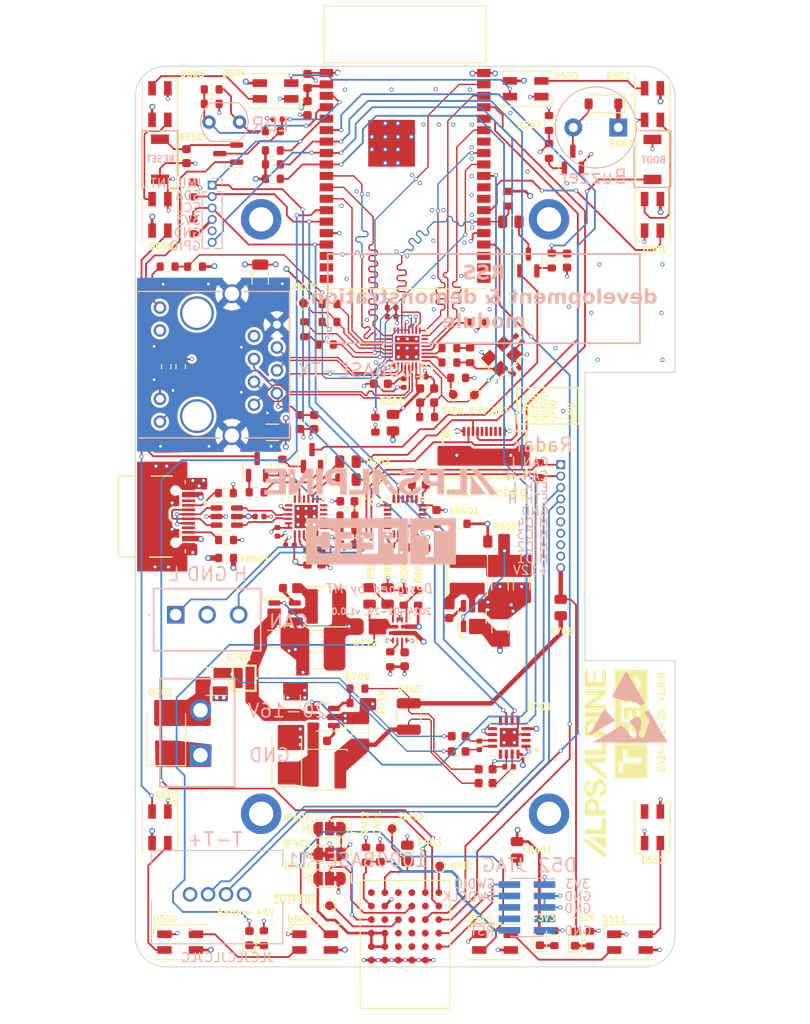
<source format=kicad_pcb>
(kicad_pcb (version 20221018) (generator pcbnew)
  (title_block (title "${TITLE}") (date "${DATE}") (rev "${REVISION}") (company "${COMPANY}") (comment 1 "${CREATOR}") (comment 2 "${APPROVER}") (comment 3 "${STATUS}") (comment 4 "${LANG}") (comment 5 "${NOTE}"))
  (layers (0 "F.Cu" signal) (1 "In1.Cu" power) (2 "In2.Cu" power) (31 "B.Cu" signal) (34 "B.Paste" user) (35 "F.Paste" user) (36 "B.SilkS" user "B.Silkscreen") (37 "F.SilkS" user "F.Silkscreen") (38 "B.Mask" user) (39 "F.Mask" user) (44 "Edge.Cuts" user))
  (property "APPROVER" "J. Giertl")
  (property "COMPANY" "ALPS Electric Czech, s.r.o.")
  (property "CREATOR" "M. Tavoda")
  (property "DATE" "2024-01-29")
  (property "LANG" "EN")
  (property "NOTE" "")
  (property "REVISION" "1.0.0")
  (property "STATUS" "FINAL")
  (property "SUBTITLE" "RSS development & demonstration module")
  (property "TITLE" "Radar Safety Sensor ")
  (net 0 "")
  (net 1 "/5V + 3V3/USB 5V")
  (net 2 "GND")
  (net 3 "/PHY/X_IN")
  (net 4 "/PHY/X_OUT")
  (net 5 "/MAC_TX_EN")
  (net 6 "/PHY/LED0{slash}PHY_AD0")
  (net 7 "/PHY/LED3{slash}PHY_AD3")
  (net 8 "+3V3_PHY")
  (net 9 "/MAC_RXD1")
  (net 10 "/MAC_RXD0")
  (net 11 "/MAC_CRS_DV")
  (net 12 "/MAC_MDC")
  (net 13 "/MAC_MDIO")
  (net 14 "/PHY/RD-")
  (net 15 "/PHY/RD+")
  (net 16 "/PHY/TD-")
  (net 17 "/PHY/TD+")
  (net 18 "/PHY_RST")
  (net 19 "+3V3_USB")
  (net 20 "+3V3")
  (net 21 "/IMU_INT")
  (net 22 "/IMU + ANT/VCC")
  (net 23 "/IMU + ANT/SWDIO")
  (net 24 "/IMU + ANT/SWDCLK")
  (net 25 "/U0RXD")
  (net 26 "/U0TXD")
  (net 27 "+12V")
  (net 28 "SCL")
  (net 29 "SDA")
  (net 30 "/IMU + ANT/BR1")
  (net 31 "+5V")
  (net 32 "/Radar_GPIO")
  (net 33 "Net-(U702-FB)")
  (net 34 "/ESP32/EN")
  (net 35 "/ESP32/EN_TACT")
  (net 36 "/IMU + ANT/BR2")
  (net 37 "/20V + 12V/Battery 5V")
  (net 38 "/ESP32/LED")
  (net 39 "Net-(D701-K)")
  (net 40 "/ESP32/EN_AUTO")
  (net 41 "/ESP32/IO0_AUTO")
  (net 42 "/ESP32/IO0_TACT")
  (net 43 "/PHY_CLK")
  (net 44 "/IMU + ANT/BR3")
  (net 45 "/ESP32/PMIC_INT")
  (net 46 "/MAC_TXD0")
  (net 47 "/MAC_TXD1")
  (net 48 "/ESP32/Photo_res")
  (net 49 "/ESP32/Buzzer")
  (net 50 "/ESP32/12V_DIS")
  (net 51 "/ESP32/U1TXD")
  (net 52 "/ESP32/U1RXD")
  (net 53 "/ESP32/U1RTS")
  (net 54 "/IMU + ANT/~{RST}")
  (net 55 "/USB/DTR")
  (net 56 "/USB/RTS")
  (net 57 "Net-(Q601-B)")
  (net 58 "/USB/RXD")
  (net 59 "/USB/TXD")
  (net 60 "/CANL")
  (net 61 "/CANH")
  (net 62 "/ETH_L")
  (net 63 "/ETH_H")
  (net 64 "/MID1")
  (net 65 "/MID2")
  (net 66 "/MID3")
  (net 67 "/MID4")
  (net 68 "/IMU + ANT/SLEEP")
  (net 69 "/IMU + ANT/~{SUSPEND}")
  (net 70 "/IMU + ANT/GPIO")
  (net 71 "GNDPWR")
  (net 72 "/20V + 12V/20V_LS")
  (net 73 "/20V + 12V/20V_HS")
  (net 74 "/20V + 12V/12V_HS")
  (net 75 "/20V + 12V/12V_LS")
  (net 76 "Net-(BZ501-+)")
  (net 77 "Net-(C205-Pad1)")
  (net 78 "Net-(U301-REGOUT)")
  (net 79 "Net-(C308-Pad1)")
  (net 80 "Net-(C309-Pad1)")
  (net 81 "Net-(J301-RCT)")
  (net 82 "Net-(U402-REGOUT)")
  (net 83 "Net-(U402-CPOUT)")
  (net 84 "Net-(U701-IN+1)")
  (net 85 "Net-(U701-IN-1)")
  (net 86 "Net-(U701-IN-2)")
  (net 87 "Net-(U701-IN+2)")
  (net 88 "Net-(U702-BOOT)")
  (net 89 "Net-(U703-BST)")
  (net 90 "Net-(U801-SS)")
  (net 91 "Net-(U802-BST)")
  (net 92 "Net-(D502-DOUT)")
  (net 93 "Net-(D503-DOUT)")
  (net 94 "Net-(D504-DOUT)")
  (net 95 "Net-(D505-DOUT)")
  (net 96 "Net-(D506-DOUT)")
  (net 97 "Net-(D507-DOUT)")
  (net 98 "Net-(D508-DOUT)")
  (net 99 "Net-(D510-DOUT)")
  (net 100 "Net-(D511-DOUT)")
  (net 101 "Net-(D501-DOUT)")
  (net 102 "Net-(D509-DOUT)")
  (net 104 "Net-(D601-K)")
  (net 105 "Net-(D602-K)")
  (net 106 "/USB/VBUS_IN")
  (net 107 "/USB/DIP")
  (net 108 "/USB/DIN")
  (net 109 "Net-(D704-K)")
  (net 110 "Net-(D801-K)")
  (net 119 "Net-(J301-Pad10)")
  (net 120 "Net-(J301-Pad12)")
  (net 126 "Net-(J601-CC1)")
  (net 128 "Net-(J601-CC2)")
  (net 130 "Net-(Q501-B)")
  (net 131 "Net-(Q602-B)")
  (net 132 "Net-(U301-CRS{slash}LEDMOD)")
  (net 133 "Net-(U301-RXER{slash}INTR_32)")
  (net 134 "Net-(U301-COL{slash}RMII)")
  (net 135 "Net-(U301-TXER{slash}FXSD)")
  (net 136 "Net-(U301-ISET)")
  (net 137 "Net-(U601-~{RST})")
  (net 138 "Net-(U601-VBUS)")
  (net 139 "Net-(U601-~{TXT}{slash}GPIO.0)")
  (net 140 "Net-(U601-~{RXT}{slash}GPIO.1)")
  (net 141 "Net-(U801-PR1)")
  (net 142 "Net-(U801-CP2)")
  (net 143 "Net-(U801-ILM)")
  (net 189 "Net-(D202-Pad3)")
  (net 190 "/USB/DOP")
  (net 191 "/20V + 12V/IN_20V")
  (net 192 "/20V + 12V/LX_12V")
  (net 193 "/20V + 12V/LX_5V")
  (net 194 "/20V + 12V/5V_out")
  (net 195 "/5V + 3V3/LX_3.3V")
  (net 196 "/5V + 3V3/3.3V_out")
  (net 197 "/IMU + ANT/MPU_3V3")
  (net 198 "/USB/DON")
  (footprint "TestPoint:TestPoint_Pad_D1.0mm" (layer "F.Cu") (at 135.15 144.025)
    (fp_text reference "TP402" hide)
    (fp_text value "~{SUSPEND}")
  )
  (footprint "Resistor_SMD:R_0603_1608Metric" (layer "F.Cu") (at 123.625 98.225)
    (fp_text reference "R609" hide)
    (fp_text value "5.1K(1%)")
  )
  (footprint "Resistor_SMD:R_0603_1608Metric" (layer "F.Cu") (at 150.776777 82.921142 -90)
    (fp_text reference "R312" hide)
    (fp_text value "1M(1%)")
  )
  (footprint "Package_DFN_QFN:Texas_RGV_S-PVQFN-N16_EP2.1x2.1mm" (layer "F.Cu") (at 155.125 125.35 180)
    (fp_text reference "U701")
    (fp_text value "INA3221")
  )
  (footprint "Resistor_SMD:R_0805_2012Metric" (layer "F.Cu") (at 155.3 68.1)
    (fp_text reference "R505" hide)
    (fp_text value "0R")
  )
  (footprint "Capacitor_SMD:C_0603_1608Metric" (layer "F.Cu") (at 145.075 97.275)
    (fp_text reference "C405" hide)
    (fp_text value "2.2nF/50V(10%)")
  )
  (footprint "Resistor_SMD:R_0805_2012Metric" (layer "F.Cu") (at 143.8 138.225 90)
    (fp_text reference "R403")
    (fp_text value "0R")
  )
  (footprint "Capacitor_SMD:C_0603_1608Metric" (layer "F.Cu") (at 146 86.6 180)
    (fp_text reference "C305" hide)
    (fp_text value "10uF/25V(20%)")
  )
  (footprint "Capacitor_SMD:C_1206_3216Metric" (layer "F.Cu") (at 133.7 114.375)
    (fp_text reference "C709" hide)
    (fp_text value "22uF/16V(20%)")
  )
  (footprint "LED_SMD:LED_0603_1608Metric" (layer "F.Cu") (at 162.44375 147.6875 90)
    (fp_text reference "D701" hide)
    (fp_text value "LED_12V")
  )
  (footprint "Resistor_SMD:R_0603_1608Metric" (layer "F.Cu") (at 128.85 61.725)
    (fp_text reference "R701" hide)
    (fp_text value "10K(1%)")
  )
  (footprint "Resistor_SMD:R_0603_1608Metric" (layer "F.Cu") (at 117.15 73.075 180)
    (fp_text reference "R313" hide)
    (fp_text value "220R")
  )
  (footprint "Package_DFN_QFN:QFN-24-1EP_4x4mm_P0.5mm_EP2.6x2.6mm" (layer "F.Cu") (at 132.55 100.825)
    (fp_text reference "U601" hide)
    (fp_text value "CP2102N-Axx-xQFN24")
  )
  (footprint "Resistor_SMD:R_0603_1608Metric" (layer "F.Cu") (at 155.05 65.525 -90)
    (fp_text reference "R201" hide)
    (fp_text value "20K(1%)")
  )
  (footprint "Capacitor_SMD:C_1206_3216Metric" (layer "F.Cu") (at 138.546633 124.680712 -90)
    (fp_text reference "C704" hide)
    (fp_text value "22uF/16V(20%)")
  )
  (footprint "Capacitor_SMD:C_1206_3216Metric" (layer "F.Cu") (at 127.45 74.325 90)
    (fp_text reference "C312" hide)
    (fp_text value "4.7nF/2kV(10%)")
  )
  (footprint "LED_SMD:LED_0603_1608Metric" (layer "F.Cu") (at 137.1375 99.125 180)
    (fp_text reference "D601" hide)
    (fp_text value "LED_TX")
  )
  (footprint "Resistor_SMD:R_0603_1608Metric" (layer "F.Cu") (at 158.5 95.675 90)
    (fp_text reference "R103")
    (fp_text value "120")
  )
  (footprint "Capacitor_SMD:C_0603_1608Metric" (layer "F.Cu") (at 134.096633 125.730712 180)
    (fp_text reference "C703" hide)
    (fp_text value "10nF/50V(10%)")
  )
  (footprint "Resistor_SMD:R_0603_1608Metric" (layer "F.Cu") (at 122.05 53.4)
    (fp_text reference "R502" hide)
    (fp_text value "20K(1%)")
  )
  (footprint "Package_TO_SOT_SMD:SOT-23" (layer "F.Cu") (at 127.1 95.325 90)
    (fp_text reference "Q602" hide)
    (fp_text value "L8050QLT1G")
  )
  (footprint "LED_SMD:LED_SK6812MINI_PLCC4_3.5x3.5mm_P1.75mm" (layer "F.Cu") (at 116.3 135.325 90)
    (fp_text reference "D507")
    (fp_text value "WS2812B")
  )
  (footprint "Resistor_SMD:R_0603_1608Metric" (layer "F.Cu") (at 148.476777 83.721142)
    (fp_text reference "R310" hide)
    (fp_text value "0R")
  )
  (footprint "LED_SMD:LED_SK6812MINI_PLCC4_3.5x3.5mm_P1.75mm" (layer "F.Cu") (at 116.3 55.025 90)
    (fp_text reference "D505")
    (fp_text value "WS2812B")
  )
  (footprint "Resistor_SMD:R_0603_1608Metric" (layer "F.Cu") (at 159.55 57.125 90)
    (fp_text reference "R207")
    (fp_text value "10K(1%)")
  )
  (footprint "Capacitor_SMD:C_0603_1608Metric" (layer "F.Cu") (at 147.05 100.875 90)
    (fp_text reference "C403" hide)
    (fp_text value "100nF/50V(10%)")
  )
  (footprint "MountingHole:MountingHole_2.7mm_M2.5_ISO7380_Pad" (layer "F.Cu") (at 159.55 133.825)
    (fp_text reference "H104" hide)
    (fp_text value "MountingHole")
  )
  (footprint "Package_TO_SOT_SMD:TSOT-23-6" (layer "F.Cu") (at 134.496633 123.080712 180)
    (fp_text reference "U702" hide)
    (fp_text value "RT8259")
  )
  (footprint "Capacitor_SMD:C_0603_1608Metric" (layer "F.Cu") (at 132.7 52.45 90)
    (fp_text reference "C201" hide)
    (fp_text value "10uF")
  )
  (footprint "Resistor_SMD:R_1210_3225Metric" (layer "F.Cu") (at 143.95 123.025 90)
    (fp_text reference "R707")
    (fp_text value "0.3R(5%)")
  )
  (footprint "MountingHole:MountingHole_2.7mm_M2.5_ISO7380_Pad" (layer "F.Cu") (at 127.55 133.825)
    (fp_text reference "H103" hide)
    (fp_text value "MountingHole")
  )
  (footprint "Resistor_SMD:R_0805_2012Metric" (layer "F.Cu") (at 160.85 110.925 90)
    (fp_text reference "R708")
    (fp_text value "0R")
  )
  (footprint "Resistor_SMD:R_0805_2012Metric" (layer "F.Cu") (at 137.2 96.725)
    (fp_text reference "R101")
    (fp_text value "0R")
  )
  (footprint "LED_SMD:LED_SK6812MINI_PLCC4_3.5x3.5mm_P1.75mm" (layer "F.Cu") (at 129.15 53.575)
    (fp_text reference "D504")
    (fp_text value "WS2812B")
  )
  (footprint "Capacitor_SMD:C_0603_1608Metric" (layer "F.Cu") (at 149.5 126.9125 180)
    (fp_text reference "R702" hide)
    (fp_text value "10R(1%)")
  )
  (footprint "Resistor_SMD:R_0805_2012Metric" (layer "F.Cu") (at 139.2 113.075)
    (fp_text reference "R712")
    (fp_text value "0R")
  )
  (footprint "Crystal:Crystal_SMD_3225-4Pin_3.2x2.5mm" (layer "F.Cu") (at 154.276777 83.021142 45)
    (fp_text reference "Y301" hide)
    (fp_text value "25MHz")
  )
  (footprint "Package_TO_SOT_SMD:SOT-23" (layer "F.Cu") (at 123.8875 60.525 180)
    (fp_text reference "D201" hide)
    (fp_text value "BAT54A")
  )
  (footprint "Resistor_SMD:R_0603_1608Metric" (layer "F.Cu") (at 138.25 119.925 180)
    (fp_text reference "R709")
    (fp_text value "51K(1%)")
  )
  (footprint "LED_SMD:LED_0603_1608Metric" (layer "F.Cu") (at 137.1375 103.925 180)
    (fp_text reference "D602" hide)
    (fp_text value "LED_TX")
  )
  (footprint "Capacitor_SMD:C_0603_1608Metric" (layer "F.Cu") (at 148.45 111.325 90)
    (fp_text reference "C802" hide)
    (fp_text value "100nF/50V(10%)")
  )
  (footprint "Diode_SMD:D_SMA" (layer "F.Cu") (at 130.396633 127.305712 90)
    (fp_text reference "D703" hide)
    (fp_text value "B230A-13-F")
  )
  (footprint "LED_SMD:LED_SK6812MINI_PLCC4_3.5x3.5mm_P1.75mm" (layer "F.Cu") (at 171.05 67.325 -90)
    (fp_text reference "D501")
    (fp_text value "WS2812B")
  )
  (footprint "Capacitor_SMD:C_0402_1005Metric" (layer "F.Cu") (at 129.4 56.7 180)
    (fp_text reference "C203" hide)
    (fp_text value "1uF/25V(10%)")
  )
  (footprint "Sensor_Motion:InvenSense_QFN-24_4x4mm_P0.5mm" (layer "F.Cu") (at 143.55 100.825)
    (fp_text reference "U402" hide)
    (fp_text value "MPU-6050")
  )
  (footprint "Jumper:SolderJumper-3_P1.3mm_Bridged12_RoundedPad1.0x1.5mm_NumberLabels" (layer "F.Cu") (at 135.15 138.325)
    (fp_text reference "JP402")
    (fp_text value "BR2")
  )
  (footprint "Capacitor_SMD:C_0603_1608Metric" (layer "F.Cu") (at 133.45 90.325 -90)
    (fp_text reference "C310" hide)
    (fp_text value "100nF/50V(10%)")
  )
  (footprint "Resistor_SMD:R_Shunt_LTR10EVHJLR18" (layer "F.Cu") (at 125.65 118.775)
    (fp_text reference "R706")
    (fp_text value "0.18R(5%)" hide)
  )
  (footprint "Resistor_SMD:R_0603_1608Metric" (layer "F.Cu") (at 123.65 105.425)
    (fp_text reference "FB601")
    (fp_text value "YI160808Z101-3R0T" hide)
  )
  (footprint "Resistor_SMD:R_0603_1608Metric" (layer "F.Cu") (at 135.15 77.225)
    (fp_text reference "R303" hide)
    (fp_text value "5.1K(1%)")
  )
  (footprint "Resistor_SMD:R_0603_1608Metric" (layer "F.Cu") (at 134.75 81.725)
    (fp_text reference "R302" hide)
    (fp_text value "5.1K(1%)")
  )
  (footprint "Package_TO_SOT_SMD:SOT-23" (layer "F.Cu") (at 162.2 61.2 90)
    (fp_text reference "Q501" hide)
    (fp_text value "L8050QLT1G")
  )
  (footprint "Package_TO_SOT_SMD:SOT-23" (layer "F.Cu") (at 133.2 94.325 90)
    (fp_text reference "Q601" hide)
    (fp_text value "L8050QLT1G")
  )
  (footprint "LED_SMD:LED_SK6812MINI_PLCC4_3.5x3.5mm_P1.75mm" (layer "F.Cu") (at 171.05 55.025 -90)
    (fp_text reference "D502")
    (fp_text value "WS2812B")
  )
  (footprint "Resistor_SMD:R_0603_1608Metric" (layer "F.Cu") (at 159.85 72.4 -90)
    (fp_text reference "R208" hide)
    (fp_text value "1K(1%)")
  )
  (footprint "LED_SMD:LED_SK6812MINI_PLCC4_3.5x3.5mm_P1.75mm" (layer "F.Cu") (at 116.3 67.325 90)
    (fp_text reference "D506")
    (fp_text value "WS2812B")
  )
  (footprint "Jumper:SolderJumper-3_P1.3mm_Bridged12_RoundedPad1.0x1.5mm_NumberLabels" (layer "F.Cu") (at 135.15 141.025 180)
    (fp_text reference "JP401")
    (fp_text value "BR1")
  )
  (footprint "TestPoint:TestPoint_Pad_D1.0mm" (layer "F.Cu") (at 147.4 139.625)
    (fp_text reference "TP403" hide)
    (fp_text value "GPIO")
  )
  (footprint "Resistor_SMD:R_0603_1608Metric" (layer "F.Cu") (at 117 84.175 -90)
    (fp_text reference "R311" hide)
    (fp_text value "270R")
  )
  (footprint "Capacitor_SMD:C_1206_3216Metric" (layer "F.Cu") (at 128.975 114.375)
    (fp_text reference "C708" hide)
    (fp_text value "10uF/50V(20%)")
  )
  (footprint "Resistor_SMD:R_0603_1608Metric" (layer "F.Cu") (at 120.2 73.075)
    (fp_text reference "R309" hide)
    (fp_text value "5.1K(1%)")
  )
  (footprint "Capacitor_SMD:C_0402_1005Metric" (layer "F.Cu") (at 145.4 85.3)
    (fp_text reference "C304" hide)
    (fp_text value "1uF/25V(10%)")
  )
  (footprint "Diode_SMD:D_SMB" (layer "F.Cu") (at 117 124.825 90)
    (fp_text reference "D702")
    (fp_text value "SMBJ20A")
  )
  (footprint "Inductor_SMD:L_Sunlord_SWPA4020S" (layer "F.Cu") (at 150.45 107.325 90)
    (fp_text reference "L801" hide)
    (fp_text value "4.7uH/2.85A")
  )
  (footprint "Espressif:ESP32-WROVER-E_ThermalVias" (layer "F.Cu") (at 143.55 59.825)
    (fp_text reference "U201" hide)
    (fp_text value "ESP32-WROVER-E-N16R8")
  )
  (footprint "LED_SMD:LED_SK6812MINI_PLCC4_3.5x3.5mm_P1.75mm" (layer "F.Cu") (at 171.05 135.325 -90)
    (fp_text reference "D512")
    (fp_text value "WS2812B")
  )
  (footprint "TestPoint:TestPoint_Pad_D1.0mm" (layer "F.Cu") (at 151.25 87.325)
    (fp_text reference "TP301" hide)
    (fp_text value "RESET")
  )
  (footprint "Capacitor_SMD:C_0402_1005Metric" (layer "F.Cu") (at 142.05 78.625 180)
    (fp_text reference "C303" hide)
    (fp_text value "1uF/25V(10%)")
  )
  (footprint "Resistor_SMD:R_0603_1608Metric" (layer "F.Cu") (at 128.85 63.325 180)
    (fp_text reference "R203" hide)
    (fp_text value "10K(1%)")
  )
  (footprint "Capacitor_SMD:C_0603_1608Metric" (layer "F.Cu") (at 161.55 72.4 -90)
    (fp_text reference "C205" hide)
    (fp_text value "100nF/50V(10%)")
  )
  (footprint "Capacitor_SMD:C_1206_3216Metric" (layer "F.Cu") (at 154.1 113.025 90)
    (fp_text reference "C804" hide)
    (fp_text value "10uF/50V(20%)")
  )
  (footprint "Resistor_SMD:R_0603_1608Metric" (layer "F.Cu") (at 136.65 105.525 180)
    (fp_text reference "R601" hide)
    (fp_text value "1K(1%)")
  )
  (footprint "Resistor_SMD:R_0603_1608Metric" (layer "F.Cu") (at 145 109.8375 90)
    (fp_text reference "R802")
    (fp_text value "1.1K(1%)")
  )
  (footprint "Socket:FEEC_logo" (layer "F.Cu") (at 168.65 123.875 90)
    (fp_text reference "G***" hide)
    (fp_text value "LOGO" hide)
  )
  (footprint "Resistor_SMD:R_0603_1608Metric" (layer "F.Cu") (at 139.2 138.375 90)
    (fp_text reference "R402")
    (fp_text value "10K(1%)")
  )
  (footprint "Capacitor_SMD:C_0402_1005Metric" (layer "F.Cu") (at 130.75 104.025 180)
    (fp_text reference "C602" hide)
    (fp_text value "1uF/25V(10%)")
  )
  (footprint "Jumper:SolderJumper-3_P1.3mm_Bridged12_RoundedPad1.0x1.5mm_NumberLabels" (layer "F.Cu") (at 135.15 135.475 180)
    (fp_text reference "JP403")
    (fp_text value "BR3")
  )
  (footprint "Resistor_SMD:R_0603_1608Metric" (layer "F.Cu") (at 135.15 79.225)
    (fp_text reference "R304" hide)
    (fp_text value "5.1K(1%)")
  )
  (footprint "LED_SMD:LED_SK6812MINI_PLCC4_3.5x3.5mm_P1.75mm" (layer "F.Cu") (at 168.55 148.075 180)
    (fp_text reference "D511")
    (fp_text value "WS2812B")
  )
  (footprint "LED_SMD:LED_SK6812MINI_PLCC4_3.5x3.5mm_P1.75mm" (layer "F.Cu") (at 118.55 148.075 180)
    (fp_text reference "D508")
    (fp_text value "WS2812B")
  )
  (footprint "Button_Switch_SMD:SW_SPST_TS-1088R" (layer "F.Cu") (at 116.3 61.15 90)
    (fp_text reference "SW201" hide)
    (fp_text value "RESET")
  )
  (footprint "Capacitor_SMD:C_1206_3216Metric" (layer "F.Cu") (at 156.5 108.275 90)
    (fp_text reference "C803" hide)
    (fp_text value "22uF/16V(20%)")
  )
  (footprint "Resistor_SMD:R_0603_1608Metric" (layer "F.Cu") (at 160.14375 147.6375 90)
    (fp_text reference "R807" hide)
    (fp_text value "200R")
  )
  (footprint "Capacitor_SMD:C_1206_3216Metric" (layer "F.Cu") (at 128.8 91.475 180)
    (fp_text reference "C313" hide)
    (fp_text value "4.7nF/2kV(10%)")
  )
  (footprint "RF_Module:Garmin_M8-35_9.8x14.0mm_Layout6x6_P1.5mm" (layer "F.Cu") (at 143.55 148.325 180)
    (fp_text reference "U401" hide)
    (fp_text value "D52MxxM8")
  )
  (footprint "Resistor_SMD:R_0603_1608Metric" (layer "F.Cu") (at 123.65 103.425)
    (fp_text reference "R608" hide)
    (fp_text value "5.1K(1%)")
  )
  (footprint "LED_SMD:LED_0603_1608Metric" (layer "F.Cu") (at 126.25 147.6375 90)
    (fp_text reference "D704" hide)
    (fp_text value "LED_5V")
  )
  (footprint "Resistor_SMD:R_0603_1608Metric" (layer "F.Cu") (at 129.9 95.275 90)
    (fp_text reference "R602" hide)
    (fp_text value "100K(1%)")
  )
  (footprint "Button_Switch_SMD:SW_SPST_TS-1088R" (layer "F.Cu") (at 171.05 61.175 -90)
    (fp_text reference "SW202" hide)
    (fp_text value "BOOT MODE")
  )
  (footprint "Capacitor_SMD:C_0402_1005Metric" (layer "F.Cu") (at 155.1 128.6125)
    (fp_text reference "C702" hide)
    (fp_text value "1uF/25V(10%)")
  )
  (footprint "Capacitor_SMD:C_0603_1608Metric" (layer "F.Cu") (at 145.15 104.325)
    (fp_text reference "C404" hide)
    (fp_text value "100nF/50V(10%)")
  )
  (footprint "LED_SMD:LED_SK6812MINI_PLCC4_3.5x3.5mm_P1.75mm" (layer "F.Cu") (at 156.95 53.325)
    (fp_text reference "D503")
    (fp_text value "WS2812B")
  )
  (footprint "Connector_USB:TYPE-C-SMD_YIYUAN_YTC-TC16-273A1" (layer "F.Cu") (at 116.925 100.825 -90)
    (fp_text reference "J601" hide)
    (fp_text value "USB_C_Receptacle_USB2.0" hide)
  )
  (footprint "Capacitor_SMD:C_0402_1005Metric" (layer "F.Cu") (at 142.05 77.625)
    (fp_text reference "C302" hide)
    (fp_text value "10uF/25V(20%)")
  )
  (footprint "Resistor_SMD:R_0603_1608Metric" (layer "F.Cu") (at 120 64.5 90)
    (fp_text reference "R205" hide)
    (fp_text value "4.7K")
  )
  (footprint "Capacitor_SMD:C_0603_1608Metric" (layer "F.Cu") (at 146 88.175)
    (fp_text reference "C301" hide)
    (fp_text value "100nF/50V(10%)")
  )
  (footprint "Package_TO_SOT_SMD:SOT-23-6" (layer "F.Cu") (at 123.725 100.825)
    (fp_text reference "U602" hide)
    (fp_text value "USBLC6-2SC6")
  )
  (footprint "Resistor_SMD:R_0603_1608Metric" (layer "F.Cu") (at 140.25 90.625 -90)
    (fp_text reference "R308" hide)
    (fp_text value "6.19K(1%)")
  )
  (footprint "Capacitor_SMD:C_0603_1608Metric" (layer "F.Cu") (at 149.5 125.2125 180)
    (fp_text reference "R703" hide)
    (fp_text value "10R(1%)")
  )
  (footprint "TestPoint:TestPoint_Pad_D1.0mm" (layer "F.Cu") (at 148.9 87.275)
    (fp_text reference "TP302" hide)
    (fp_text value "TXER")
  )
  (footprint "Capacitor_SMD:C_0603_1608Metric" (layer "F.Cu") (at 140.8 138.375 90)
    (fp_text reference "C401")
    (fp_text value "100nF/50V(10%)")
  )
  (footprint "Capacitor_SMD:C_0603_1608Metric" (layer "F.Cu") (at 152.5 130.425 180)
    (fp_text reference "R704" hide)
    (fp_text value "10R(1%)")
  )
  (footprint "Resistor_SMD:R_0805_2012Metric" (layer "F.Cu") (at 156 137.825 -90)
    (fp_text reference "R401")
    (fp_text value "0R")
  )
  (footprint "Resistor_SMD:R_0603_1608Metric" (layer "F.Cu") (at 137.1375 102.325)
    (fp_text reference "R607" hide)
    (fp_text value "100R")
  )
  (footprint "Connector_FFC-FPC:AFC30-S10FCC-00" (layer "F.Cu") (at 152.35 93.825 180)
    (fp_text reference "J105" hide)
    (fp_text value "Radar debug")
  )
  (footprint "Capacitor_SMD:C_1206_3216Metric" (layer "F.Cu") (at 133.7 116.825)
    (fp_text reference "C707" hide)
    (fp_text value "22uF/16V(20%)")
  )
  (footprint "Resistor_SMD:R_0603_1608Metric" (layer "F.Cu") (at 134.25 105.375 -90)
    (fp_text reference "R605" hide)
    (fp_text value "47.5K(1%)")
  )
  (footprint "Package_TO_SOT_SMD:SOT-23" (layer "F.Cu") (at 122.0625 119.125 180)
    (fp_text reference "Q701" hide)
    (fp_text value "SI2309CDS")
  )
  (footprint "Resistor_SMD:R_0805_2012Metric" (layer "F.Cu") (at 141.6 109.6375 -90)
    (fp_text reference "R803")
    (fp_text value "NC")
  )
  (footprint "Capacitor_SMD:C_0402_1005Metric" (layer "F.Cu") (at 143.4 86 -90)
    (fp_text reference "C306" hide)
    (fp_text value "1uF/25V(10%)")
  )
  (footprint "Resistor_SMD:R_0603_1608Metric" (layer "F.Cu") (at 128.85 60.175 180)
    (fp_text reference "R202" hide)
    (fp_text value "10K(1%)")
  )
  (footprint "Resistor_SMD:R_0603_1608Metric" (layer "F.Cu") (at 164.09375 147.6875 90)
    (fp_text reference "R710" hide)
    (fp_text value "2K")
  )
  (footprint "Resistor_SMD:R_0603_1608Metric" (layer "F.Cu") (at 132.35 80.025 90)
    (fp_text reference "R316" hide)
    (fp_text value "5.1K(1%)")
  )
  (footprint "Package_TO_SOT_SMD:TSOT-23-6" (layer "F.Cu") (at 130.15 111.375)
    (fp_text reference "U703" hide)
    (fp_text value "AP63205WU")
  )
  (footprint "IP101GRI:QFN_IP101GRI_WIZ" (layer "F.Cu") (at 143.776777 82.121142 180)
    (fp_text reference "U301" hide)
    (fp_text value "IP101GRI")
  )
  (footprint "Resistor_SMD:R_0603_1608Metric" (layer "F.Cu") (at 137.1375 100.725)
    (fp_text reference "R606" hide)
    (fp_text value "100R")
  )
  (footprint "Resistor_SMD:R_0603_1608Metric" (layer "F.Cu") (at 127.85 147.6375 90)
    (fp_text reference "R713" hide)
    (fp_text value "2K")
  )
  (footprint "Resistor_SMD:R_0603_1608Metric" (layer "F.Cu") (at 149.45 85.425)
    (fp_text reference "R306" hide)
    (fp_text value "5.1K(1%)")
  )
  (footprint "Capacitor_SMD:C_0402_1005Metric" (layer "F.Cu") (at 127.375 100.825 180)
    (fp_text reference "C603" hide)
    (fp_text value "100nF")
  )
  (footprint "Capacitor_SMD:C_0603_1608Metric" (layer "F.Cu") (at 132.7 55.475 -90)
    (fp_text reference "C202" hide)
    (fp_text value "10uF")
  )
  (footprint "MountingHole:MountingHole_2.7mm_M2.5_ISO7380_Pad" (layer "F.Cu") (at 159.55 67.825)
    (fp_text reference "H102" hide)
    (fp_text value "MountingHole")
  )
  (footprint "Inductor_SMD:L_Changjiang_FNR4018S" (layer "F.Cu") (at 134.846633 128.930712)
    (fp_text reference "L701" hide)
    (fp_text value "15uH/1A")
  )
  (footprint "Diode_SMD:D_SOD-123" (layer "F.Cu") (at 165.6 55 180)
    (fp_text reference "D513" hide)
    (fp_text value "B5819W")
  )
  (footprint "Resistor_SMD:R_0603_1608Metric" (layer "F.Cu") (at 149.6 101.625)
    (fp_text reference "FB401")
    (fp_text value "YI160808Z101-3R0T")
  )
  (footprint "Resistor_SMD:R_0603_1608Metric" (layer "F.Cu") (at 120 68.6 -90)
    (fp_text reference "R206" hide)
    (fp_text value "4.7K")
  )
  (footprint "Resistor_SMD:R_0603_1608Metric" (layer "F.Cu") (at 118.6 84.175 -90)
    (fp_text reference "R315" hide)
    (fp_text value "5.1K(1%)")
  )
  (footprint "TestPoint:TestPoint_Pad_D1.0mm" (layer "F.Cu") (at 132.25 77.125)
    (fp_text reference "TP303" hide)
    (fp_text value "RXER")
  )
  (footprint "LED_SMD:LED_SK6812MINI_PLCC4_3.5x3.5mm_P1.75mm" (layer "F.Cu") (at 153.55 148.075 180)
    (fp_text reference "D510")
    (fp_text value "WS2812B")
  )
  (footprint "Resistor_SMD:R_0805_2012Metric" (layer "F.Cu") (at 137.2 94.725)
    (fp_text reference "R102")
    (fp_text value "0R")
  )
  (footprint "Resistor_SMD:R_0603_1608Metric" (layer "F.Cu") (at 146 89.775)
    (fp_text reference "R307" hide)
    (fp_text value "10K(1%)")
  )
  (footprint "LED_SMD:LED_0603_1608Metric" (layer "F.Cu") (at 158.54375 147.6375 90)
    (fp_text reference "D801" hide)
    (fp_text value "LED_3V3")
  )
  (footprint "Resistor_SMD:R_0603_1608Metric" (layer "F.Cu") (at 138.25 121.525)
    (fp_text reference "R711")
    (fp_text value "3.6K(1%)")
  )
  (footprint "TestPoint:TestPoint_Pad_D1.0mm" (layer "F.Cu") (at 142.1 135.475)
    (fp_text reference "TP401" hide)
    (fp_text value "SLEEP")
  )
  (footprint "Capacitor_SMD:C_0402_1005Metric" (layer "F.Cu") (at 156.2 81.125 -45)
    (fp_text reference "C309" hide)
    (fp_text value "20pF/50V(5%)")
  )
  (footprint "Capacitor_SMD:C_0402_1005Metric" (layer "F.Cu") (at 151.8 126.225 90)
    (fp_text reference "C701" hide)
    (fp_text value "1uF/25V(10%)")
  )
  (footprint "Resistor_SMD:R_0603_1608Metric" (layer "F.Cu") (at 122.05 55 180)
    (fp_text reference "R504" hide)
    (fp_text value "820R")
  )
  (footprint "Resistor_SMD:R_0603_1608Metric" (layer "F.Cu") (at 148.476777 82.121142)
    (fp_text reference "R314" hide)
    (fp_text value "0R")
  )
  (footprint "Resistor_SMD:R_0603_1608Metric" (layer "F.Cu") (at 128.85 58.025 180)
    (fp_text reference "R204" hide)
    (fp_text value "10K(1%)")
  )
  (footprint "Resistor_SMD:R_0603_1608Metric" (layer "F.Cu") (at 159.55 60.225 90)
    (fp_text reference "R503" hide)
    (fp_text value "10K(1%)")
  )
  (footprint "Resistor_SMD:R_0805_2012Metric" (layer "F.Cu") (at 139.6 109.6375 -90)
    (fp_text reference "R801")
    (fp_text value "0R")
  )
  (footprint "Capacitor_SMD:C_0402_1005Metric" (layer "F.Cu") (at 142.65 104.025)
    (fp_text reference "C402" hide)
    (fp_text value "10nF/50V(10%)")
  )
  (footprint "alps_modules:ALPS_USRR5_woPins" (layer "F.Cu") (at 143.55 100.825)
    (fp_text reference "U101" hide)
    (fp_text value "~")
  )
  (footprint "Capacitor_SMD:C_1206_3216Metric" (layer "F.Cu") (at 154.1 108.275 90)
    (fp_text reference "C805" hide)
    (fp_text value "22uF/16V(20%)")
  )
  (footprint "Resistor_SMD:R_0805_2012Metric" (layer "F.Cu") (at 153.65 103.6 180)
    (fp_text reference "R806")
    (fp_text value "0R")
  )
  (footprint "Capacitor_SMD:C_0402_1005Metric" (layer "F.Cu") (at 155.9 84.625 45)
    (fp_text reference "C308" hide)
    (fp_text value "20pF/50V(5%)")
  )
  (footprint "Resistor_SMD:R_0603_1608Metric" (layer "F.Cu") (at 127.05 98.125 180)
    (fp_text reference "R604" hide)
    (fp_text value "100K(1%)")
  )
  (footprint "TPS2121:TPS2121" (layer "F.Cu") (at 142.949999 113.425002 180)
    (fp_text reference "U801" hide)
    (fp_text value "TPS2121RUXR")
  )
  (footprint "MountingHole:MountingHole_2.7mm_M2.5_ISO7380_Pad" (layer "F.Cu") (at 127.55 67.825)
    (fp_text reference "H101" hide)
    (fp_text value "MountingHole")
  )
  (footprint "Capacitor_SMD:C_1206_3216Metric" (layer "F.Cu") (at 130.996633 121.380712 90)
    (fp_text reference "C705" hide)
    (fp_text value "10uF/50V(20%)")
  )
  (footprint "Capacitor_SMD:C_0603_1608Metric" (layer "F.Cu") (at 152.5 128.875 180)
    (fp_text reference "R705" hide)
    (fp_text value "10R(1%)")
  )
  (footprint "Resistor_SMD:R_0603_1608Metric" (layer "F.Cu") (at 132.7 105.375 90)
    (fp_text reference "R603" hide)
    (fp_text value "22.1K(1%)")
  )
  (footprint "Capacitor_SMD:C_0603_1608Metric" (layer "F.Cu") (at 143.5 116.675 90)
    (fp_text reference "C801" hide)
    (fp_text value "100nF/50V(10%)")
  )
  (footprint "Resistor_SMD:R_0603_1608Metric" (layer "F.Cu") (at 151.5 79.3 180)
    (fp_text reference "R305" hide)
    (fp_text value "5.1K(1%)")
  )
  (footprint "Package_TO_SOT_SMD:SOT-23" (layer "F.Cu") (at 157.25 72.6125 90)
    (fp_text reference "D202" hide)
    (fp_text value "BAT54A")
  )
  (footprint "Resistor_SMD:R_0603_1608Metric" (layer "F.Cu") (at 143.4 109.8375 90)
    (fp_text reference "R805")
    (fp_text value "10K(1%)")
  )
  (footprint "Inductor_SMD:L_Sunlord_SWPA4020S" (layer "F.Cu") (at 134.75 110.825)
    (fp_text reference "L702" hide)
    (fp_text value "4.7uH/2.85A")
  )
  (footprint "Capacitor_SMD:C_0603_1608Metric" (layer "F.Cu") (at 119.25 60.8 -90)
    (fp_text reference "C204" hide)
    (fp_text value "100nF/50V(10%)")
  )
  (footprint "Capacitor_SMD:C_0402_1005Metric" (layer "F.Cu") (at 129.35 102.525 -90)
    (fp_text reference "C601" hide)
    (fp_text value "1uF/25V(10%)")
  )
  (footprint "Package_TO_SOT_SMD:TSOT-23-6" (layer "F.Cu") (at 151 111.875 90)
    (fp_text reference "U802" hide)
    (fp_text value "AP63203WU")
  )
  (footprint "LED_SMD:LED_SK6812MINI_PLCC4_3.5x3.5mm_P1.75mm" (layer "F.Cu") (at 133.55 148.075 180)
    (fp_text reference "D509")
    (fp_text value "WS2812B")
  )
  (footprint "Resistor_SMD:R_0603_1608Metric" (layer "F.Cu") (at 141.9 116.675 -90)
    (fp_text reference "R804" hide)
    (fp_text value "47k(1%)")
  )
  (footprint "Capacitor_SMD:C_0603_1608Metric" (layer "F.Cu") (at 140.85 86.075)
    (fp_text reference "C307" hide)
    (fp_text value "10uF/25V(20%)")
  )
  (footprint "Capacitor_SMD:C_0603_1608Metric" (layer "F.Cu") (at 131.85 90.325 -90)
    (fp_text reference "C311" hide)
    (fp_text value "100nF/50V(10%)")
  )
  (footprint "Resistor_SMD:R_0805_2012Metric" (layer "F.Cu") (at 142.2 90.4 -90)
    (fp_text reference "R301")
    (fp_text value "0R")
  )
  (footprint "LOGO" (layer "F.Cu") (at 164.7 128.325 90)
    (fp_text reference "G***" hide)
    (fp_text value "LOGO" hide)
  )
  (footprint "Capacitor_SMD:C_0603_1608Metric" (layer "F.Cu") (at 130.75 108.775)
    (fp_text reference "C706" hide)
    (fp_text value "100nF/50V(10%)")
  )
  (footprint "Connector_RJ:RJ45_Taoglas_TMJD0012BENL" (layer "B.Cu") (at 126.7604 88.404049 -90)
    (fp_text reference "J301" hide)
    (fp_text value "TMJD0012BENL" hide)
  )
  (footprint "LOGO" (layer "B.Cu") (at 140.85 96.932518 180)
    (fp_text reference "G***" hide)
    (fp_text value "LOGO" hide)
  )
  (footprint "Symbol:ESD-Logo_8.9x8mm_SilkScreen" (layer "B.Cu") (at 168.35 121.925 180)
    (fp_text reference "REF**" hide)
    (fp_text value "ESD-Logo_8.9x8mm_SilkScreen" hide)
  )
  (footprint "Connector_Molex:Molex_347920040" (layer "B.Cu") (at 116.8 140.225)
    (fp_text reference "J104" hide)
    (fp_text value "100BASE-T1" hide)
  )
  (footprint "OptoDevice:R_LDR_5.1x4.3mm_P3.4mm_Vertical" (layer "B.Cu") (at 125.15 57.025 180)
    (fp_text reference "R501" hide)
    (fp_text value "LDR" hide)
  )
  (footprint "Connector_PinHeader_1.27mm:PinHeader_1x06_P1.27mm_Vertical" (layer "B.Cu") (at 122.1 64.025 180)
    (fp_text reference "J101" hide)
    (fp_text value "I2C conn" hide)
  )
  (footprint "Connector_PinHeader_1.27mm:PinHeader_1x10_P1.27mm_Vertical" (layer "B.Cu") (at 160.85 100.79 180)
    (fp_text reference "J102" hide)
    (fp_text value "Radar pins" hide)
  )
  (footprint "Connector_PinHeader_1.27mm:PinHeader_2x05_P1.27mm_Vertical_SMD" (layer "B.Cu") (at 157.1 144.225 180)
    (fp_text reference "J401" hide)
    (fp_text value "ANT_SWD" hide)
  )
  (footprint "Socket:FEEC_logo" (layer "B.Cu") (at 140.867326 103.582518 180)
    (fp_text reference "G***" hide)
    (fp_text value "LOGO" hide)
  )
  (footprint "Connector_Molex:Molex_39521-1002" (layer "B.Cu") (at 120.8 127.325 -90)
    (fp_text reference "J701" hide)
    (fp_text value "20-16V Supply Voltage" hide)
  )
  (footprint "Buzzer_Beeper:Buzzer_D9mm_P5mm" (layer "B.Cu") (at 167.25 57.625 180)
    (fp_text reference "BZ501" hide)
    (fp_text value "Buzzer" hide)
  )
  (footprint "Connector_Molex:Molex_39501-1003" (layer "B.Cu") (at 118.05 111.725)
    (fp_text reference "J103" hide)
    (fp_text value "CAN")
  )
  (gr_line (start 114.3 57.975) (end 118.3 57.975) (stroke (width 0.15)) (layer "B.SilkS"))
  (gr_line (start 114.3 64.425) (end 114.3 57.975) (stroke (width 0.15)) (layer "B.SilkS"))
  (gr_rect (start 134.95 71.675) (end 169.65 81.575) (stroke (width 0.2)) (fill none) (layer "B.SilkS"))
  (gr_line (start 169.65 57.975) (end 173.1 57.975) (stroke (width 0.15)) (layer "B.SilkS"))
  (gr_line (start 173.1 57.975) (end 173.1 64.275) (stroke (width 0.15)) (layer "B.SilkS"))
  (gr_line (start 173.1 64.275) (end 169 64.275) (stroke (width 0.15)) (layer "B.SilkS"))
  (gr_line (start 169 64.275) (end 169 59.725) (stroke (width 0.15)) (layer "B.SilkS"))
  (gr_line (start 118.3 57.975) (end 118.3 62.975) (stroke (width 0.15)) (layer "B.SilkS"))
  (gr_rect (start 156 86.525) (end 162.85 90.55) (stroke (width 0.15)) (fill none) (layer "F.SilkS"))
  (gr_arc locked (start 173.55 147.425) (mid 172.554163 149.829163) (end 170.15 150.825) (stroke (width 0.1)) (layer "Edge.Cuts"))
  (gr_line locked (start 173.55 54.225) (end 173.55 84.825) (stroke (width 0.1)) (layer "Edge.Cuts"))
  (gr_line locked (start 113.55 147.425) (end 113.55 54.225) (stroke (width 0.1)) (layer "Edge.Cuts"))
  (gr_line locked (start 116.95 50.825) (end 170.15 50.825) (stroke (width 0.1)) (layer "Edge.Cuts"))
  (gr_line locked (start 163.55 84.825) (end 163.55 116.825) (stroke (width 0.1)) (layer "Edge.Cuts"))
  (gr_arc locked (start 113.55 54.225) (mid 114.545837 51.820837) (end 116.95 50.825) (stroke (width 0.1)) (layer "Edge.Cuts"))
  (gr_line locked (start 173.55 84.825) (end 163.55 84.825) (stroke (width 0.1)) (layer "Edge.Cuts"))
  (gr_line locked (start 173.55 116.825) (end 163.55 116.825) (stroke (width 0.1)) (layer "Edge.Cuts"))
  (gr_arc locked (start 116.95 150.825) (mid 114.545837 149.829163) (end 113.55 147.425) (stroke (width 0.1)) (layer "Edge.Cuts"))
  (gr_line locked (start 170.15 150.825) (end 116.95 150.825) (stroke (width 0.1)) (layer "Edge.Cuts"))
  (gr_line locked (start 173.55 147.425) (end 173.55 116.825) (stroke (width 0.1)) (layer "Edge.Cuts"))
  (gr_arc locked (start 170.15 50.825) (mid 172.554163 51.820837) (end 173.55 54.225) (stroke (width 0.1)) (layer "Edge.Cuts"))
  (gr_text "GND" (at 162.75 146.825) (layer "B.SilkS") (effects (font (size 1 1) (thickness 0.153)) (justify mirror)))
  (gr_text "100BASE-TX" (at 146.05 85.475) (layer "B.SilkS") (effects (font (size 1.5 1.5) (thickness 0.2) bold) (justify left bottom mirror)))
  (gr_text "GPIO" (at 119.1 70.775) (layer "B.SilkS") (effects (font (size 1 1) (thickness 0.153)) (justify mirror)))
  (gr_text "IMU_INT\n" (at 118.05 63.825) (layer "B.SilkS") (effects (font (size 1 1) (thickness 0.153)) (justify mirror)))
  (gr_text "20-16V" (at 130.5 122.375) (layer "B.SilkS") (effects (font (size 1.5 1.5) (thickness 0.2) bold) (justify mirror)))
  (gr_text "SDA" (at 119.45 65.175) (layer "B.SilkS") (effects (font (size 1 1) (thickness 0.153)) (justify mirror)))
  (gr_text "3V3" (at 119.45 67.925) (layer "B.SilkS") (effects (font (size 1 1) (thickness 0.153)) (justify mirror)))
  (gr_text "ETH H" (at 157.25 98.875) (layer "B.SilkS") (effects (font (size 1 1) (thickness 0.153)) (justify mirror)))
  (gr_text "MID4" (at 157.75 101.525) (layer "B.SilkS") (effects (font (size 1 1) (thickness 0.153)) (justify mirror)))
  (gr_text "~{RST}" (at 152.15 146.825) (layer "B.SilkS") (effects (font (size 1 1) (thickness 0.153)) (justify mirror)))
  (gr_text "GND" (at 121.55 107.225) (layer "B.SilkS") (effects (font (size 1.5 1.5) (thickness 0.2) bold) (justify mirror)))
  (gr_text "H" (at 125.25 107.225) (layer "B.SilkS") (effects (font (size 1.5 1.5) (thickness 0.2) bold) (justify mirror)))
  (gr_text "GND" (at 119.35 69.325) (layer "B.SilkS") (effects (font (size 1 1) (thickness 0.153)) (justify mirror)))
  (gr_text "ETH L" (at 157.35 97.575) (layer "B.SilkS") (effects (font (size 1 1) (thickness 0.153)) (justify mirror)))
  (gr_text "1000BASE-T1" (at 146.15 139.825) (layer "B.SilkS") (effects (font (size 1.5 1.5) (thickness 0.2) bold) (justify left bottom mirror)))
  (gr_text "LDR" (at 130.8 58.175) (layer "B.SilkS") (effects (font (size 1.5 1.5) (thickness 0.2) bold) (justify left bottom mirror)))
  (gr_text "SWDCLK" (at 150.65 143.025) (layer "B.SilkS") (effects (font (size 1 1) (thickness 0.153)) (justify mirror)))
  (gr_text "T-" (at 123.95 136.675) (layer "B.SilkS") (effects (font (size 1.5 1.5) (thickness 0.2) bold) (justify mirror)))
  (gr_text "BOOT" (at 172.65 61.625) (layer "B.SilkS") (effects (font (size 0.7 0.7) (thickness 0.16) bold) (justify left bottom mirror)))
  (gr_text "GND" (at 158 100.225) (layer "B.SilkS") (effects (font (size 1 1) (thickness 0.153)) (justify mirror)))
  (gr_text "CAN L" (at 157.275 94.775) (layer "B.SilkS") (effects (font (size 1 1) (thickness 0.153)) (justify mirror)))
  (gr_text "MID1" (at 157.75 105.475) (layer "B.SilkS") (effects (font (size 1 1) (thickness 0.153)) (justify mirror)))
  (gr_text "MID2" (at 157.75 104.175) (layer "B.SilkS") (effects (font (size 1 1) (thickness 0.153)) (justify mirror)))
  (gr_text "Designed by MT" (at 146.771437 109.425) (layer "B.SilkS") (effects (font (size 1 1) (thickness 0.153) bold italic) (justify left bottom mirror)))
  (gr_text "RESET" (at 118.05 61.525) (layer "B.SilkS") (effects (font (size 0.7 0.7) (thickness 0.16) bold) (justify left bottom mirror)))
  (gr_text "Radar" (at 162.3 93.725) (layer "B.SilkS") (effects (font (size 1.5 1.5) (thickness 0.2) bold) (justify left bottom mirror)))
  (gr_text "${DATE}, v${REVISION}" (at 146.598842 111.775) (layer "B.SilkS") (effects (font (size 0.7 0.7) (thickness 0.16) bold) (justify left bottom mirror)))
  (gr_text "GND" (at 162.75 143.025) (layer "B.SilkS") (effects (font (size 1 1) (thickness 0.153)) (justify mirror)))
  (gr_text "D52 JTAG" (at 162.8 140.425) (layer "B.SilkS") (effects (font (size 1.5 1.5) (thickness 0.2) bold) (justify left bottom mirror)))
  (gr_text "RSS\ndevelopment & demonstration\nmodule\n" (at 152.3 80.1466) (layer "B.SilkS") (effects (font (size 1.6 1.6) (thickness 0.35) bold) (justify bottom mirror)))
  (gr_text "L" (at 117.9 107.225) (layer "B.SilkS") (effects (font (size 1.5 1.5) (thickness 0.2) bold) (justify mirror)))
  (gr_text "SCL" (at 119.5 66.525) (layer "B.SilkS") (effects (font (size 1 1) (thickness 0.153)) (justify mirror)))
  (gr_text "+12V" (at 157.55 106.775) (layer "B.SilkS") (effects (font (size 1 1) (thickness 0.153)) (justify mirror)))
  (gr_text "Buzzer" (at 168.35 63.975) (layer "B.SilkS") (effects (font (size 1.5 1.5) (thickness 0.2) bold) (justify left bottom mirror)))
  (gr_text "T+" (at 120.8 136.675) (layer "B.SilkS") (effects (font (size 1.5 1.5) (thickness 0.2) bold) (justify mirror)))
  (gr_text "CAN H" (at 157.15 96.275) (layer "B.SilkS") (effects (font (size 1 1) (thickness 0.153)) (justify mirror)))
  (gr_text "3V3" (at 162.75 141.625) (layer "B.SilkS") (effects (font (size 1 1) (thickness 0.153)) (justify mirror)))
  (gr_text "GND" (at 128.5 127.325) (layer "B.SilkS") (effects (font (size 1.5 1.5) (thickness 0.2) bold) (justify mirror)))
  (gr_text "JLCJLCJLCJLC" (at 129.05 150.375) (layer "B.SilkS") (effects (font (size 1 1) (thickness 0.153)) (justify left bottom mirror)))
  (gr_text "GND" (at 162.75 144.325) (layer "B.SilkS") (effects (font (size 1 1) (thickness 0.153)) (justify mirror)))
  (gr_text "MID3" (at 157.75 102.825) (layer "B.SilkS") (effects (font (size 1 1) (thickness 0.153)) (justify mirror)))
  (gr_text "SWDIO" (at 151.25 141.625) (layer "B.SilkS") (effects (font (size 1 1) (thickness 0.153)) (justify mirror)))
  (gr_text "U0RXD" (at 159.05 90.425 90) (layer "F.SilkS") (effects (font (size 0.7 0.7) (thickness 0.16)) (justify left)))
  (gr_text "GND" (at 162.05 90.425 90) (layer "F.SilkS") (effects (font (size 0.7 0.7) (thickness 0.16)) (justify left)))
  (gr_text "." (at 152.8 86.125) (layer "F.SilkS") (effects (font (size 2 2) (thickness 0.3) bold) (justify left bottom)))
  (gr_text "GPIO" (at 160.05 90.425 90) (layer "F.SilkS") (effects (font (size 0.7 0.7) (thickness 0.16)) (justify left)))
  (gr_text "." (at 140.25 99.375) (layer "F.SilkS") (effects (font (size 2 2) (thickness 0.3) bold) (justify left bottom)))
  (gr_text "." (at 149.05 114.475) (layer "F.SilkS") (effects (font (size 2 2) (thickness 0.3) bold) (justify left bottom)))
  (gr_text "." (at 135.55 52.025) (layer "F.SilkS") (effects (font (size 2 2) (thickness 0.3) bold) (justify left bottom)))
  (gr_text "U0TXD" (at 158.05 90.425 90) (layer "F.SilkS") (effects (font (size 0.7 0.7) (thickness 0.16)) (justify left)))
  (gr_text "${DATE}, v${REVISION}" (at 172.45 129.375 90) (layer "F.SilkS") (effects (font (size 0.7 0.7) (thickness 0.16) bold) (justify left bottom)))
  (gr_text "RX" (at 138.65 104.425) (layer "F.SilkS") (effects (font (size 0.7 0.7) (thickness 0.16)) (justify left bottom)))
  (gr_text "." (at 120.7 99.675) (layer "F.SilkS") (effects (font (size 2 2) (thickness 0.3) bold) (justify left bottom)))
  (gr_text "TX" (at 138.670716 99.625) (layer "F.SilkS") (effects (font (size 0.7 0.7) (thickness 0.16)) (justify left bottom)))
  (gr_text "." (at 136.25 124.675) (layer "F.SilkS") (effects (font (size 2 2) (thickness 0.3) bold) (justify left bottom)))
  (gr_text "Battery +5V" (at 122.55 144.825) (layer "F.SilkS") (effects (font (size 0.7 0.7) (thickness 0.16)) (justify left)))
  (gr_text "." (at 157.55 127.075) (layer "F.SilkS") (effects (font (size 2 2) (thickness 0.3) bold) (justify left bottom)))
  (gr_text "+3V3" (at 157 90.425 90) (layer "F.SilkS") (effects (font (size 0.7 0.7) (thickness 0.16)) (justify left)))
  (gr_text "RESET" (at 118.35 59.125) (layer "F.SilkS") (effects (font (size 0.7 0.7) (thickness 0.16) bold) (justify left bottom)))
  (gr_text "Radar debug" (at 152.35 98.075) (layer "F.SilkS") (effects (font (size 1 1) (thickness 0.153))))
  (gr_text "BOOT" (at 166.15 59.825) (layer "F.SilkS") (effects (font (size 0.7 0.7) (thickness 0.16) bold) (justify left bottom)))
  (gr_text "." (at 127.25 110.375) (layer "F.SilkS") (effects (font (size 2 2) (thickness 0.3) bold) (justify left bottom)))
  (gr_text "." (at 144.1 115.025) (layer "F.SilkS") (effects (font (size 2 2) (thickness 0.3) bold) (justify left bottom)))
  (gr_text "." (at 145.9 84.675) (layer "F.SilkS") (effects (font (size 2 2) (thickness 0.3) bold) (justify left bottom)))
  (gr_text "+12V" (at 163.25 145.325) (layer "F.SilkS") (effects (font (size 0.7 0.7) (thickness 0.16))))
  (gr_text "." (at 129.25 99.375) (layer "F.SilkS") (effects (font (size 2 2) (thickness 0.3) bold) (justify left bottom)))
  (gr_text "+3V3" (at 158.85 145.375) (layer "F.SilkS") (effects (font (size 0.7 0.7) (thickness 0.16))))
  (gr_text "PHY_RST" (at 152.85 89.125) (layer "F.SilkS") (effects (font (size 0.7 0.7) (thickness 0.16))))
  (segment (start 124.475 106.5) (end 124.45 106.525) (width 0.6) (layer "F.Cu") (net 1))
  (segment (start 131.3 103.955) (end 131.23 104.025) (width 0.2) (layer "F.Cu") (net 1))
  (segment (start 131.35 105.825) (end 131.725 106.2) (width 0.2) (layer "F.Cu") (net 1))
  (segment (start 145.075001 113.050001) (end 145.1 113.075) (width 0.5) (layer "F.Cu") (net 1))
  (segment (start 143.624999 113.050001) (end 145.075001 113.050001) (width 0.5) (layer "F.Cu") (net 1))
  (segment (start 131.23 104.025) (end 131.23 105.705) (width 0.2) (layer "F.Cu") (net 1))
  (segment (start 145 112.975) (end 145.1 113.075) (width 0.3) (layer "F.Cu") (net 1))
  (segment (start 131.725 106.2) (end 132.7 106.2) (width 0.2) (layer "F.Cu") (net 1))
  (segment (start 145 110.6625) (end 145 112.975) (width 0.3) (layer "F.Cu") (net 1))
  (segment (start 124.475 105.425) (end 124.475 106.5) (width 0.6) (layer "F.Cu") (net 1))
  (segment (start 132.635 106.2) (end 132.7 106.2) (width 0.2) (layer "F.Cu") (net 1))
  (segment (start 131.3 102.7625) (end 131.3 103.955) (width 0.2) (layer "F.Cu") (net 1))
  (segment (start 131.23 105.705) (end 131.35 105.825) (width 0.2) (layer "F.Cu") (net 1))
  (via (at 145.1 113.075) (size 0.66) (drill 0.4) (layers "F.Cu" "B.Cu") (net 1))
  (via (at 124.45 106.525) (size 0.66) (drill 0.4) (layers "F.Cu" "B.Cu") (net 1))
  (via (at 131.35 105.825) (size 0.66) (drill 0.4) (layers "F.Cu" "B.Cu") (net 1))
  (segment (start 136.15 142.525) (end 136.15 141.675) (width 0.3) (layer "F.Cu") (net 2))
  (segment (start 145.88 84.755) (end 145.88 85.3) (width 0.2) (layer "F.Cu") (net 2))
  (segment (start 142.199998 114.575) (end 141.6245 114.575) (width 0.2) (layer "F.Cu") (net 2))
  (segment (start 170.175 56.775) (end 169.3 56.775) (width 0.2) (layer "F.Cu") (net 2))
  (segment (start 142.95 112.275002) (end 143.199999 112.275002) (width 0.2) (layer "F.Cu") (net 2))
  (segment (start 163.15 61.675) (end 164.25 60.575) (width 0.2) (layer "F.Cu") (net 2))
  (segment (start 140.075 86.075) (end 139.25 86.075) (width 0.2) (layer "F.Cu") (net 2))
  (segment (start 130.27 103.505) (end 130.65 103.125) (width 0.2) (layer "F.Cu") (net 2))
  (segment (start 151.105 51.57) (end 152.3 51.57) (width 0.2) (layer "F.Cu") (net 2))
  (segment (start 144.25 114.575) (end 144.3 114.625) (width 0.2) (layer "F.Cu") (net 2))
  (segment (start 129.125 72.85) (end 129.15 72.825) (width 0.2) (layer "F.Cu") (net 2))
  (segment (start 141.6 108.725) (end 141.6 107.675) (width 0.2) (layer "F.Cu") (net 2))
  (segment (start 158.7 54.2) (end 157.475 54.2) (width 0.2) (layer "F.Cu") (net 2))
  (segment (start 136.25 69.35) (end 134.8 69.35) (width 0.2) (layer "F.Cu") (net 2))
  (segment (start 142.25 86.925) (end 142.695 86.48) (width 0.2) (layer "F.Cu") (net 2))
  (segment (start 132.25 91.5) (end 132.25 92.025) (width 0.2) (layer "F.Cu") (net 2))
  (segment (start 156.9875 125.025) (end 155.45 125.025) (width 0.2) (layer "F.Cu") (net 2))
  (segment (start 151.375 147.2) (end 150.55 148.025) (width 0.2) (layer "F.Cu") (net 2))
  (segment (start 161.55 73.175) (end 161.55 74.175) (width 0.2) (layer "F.Cu") (net 2))
  (segment (start 133.620498 52.425) (end 132.870498 51.675) (width 0.2) (layer "F.Cu") (net 2))
  (segment (start 143.7 114.575) (end 144.25 114.575) (width 0.2) (layer "F.Cu") (net 2))
  (segment (start 157.080635 82.844365) (end 155.655635 82.844365) (width 0.2) (layer "F.Cu") (net 2))
  (segment (start 136.45 138.225) (end 137.45 137.225) (width 0.2) (layer "F.Cu") (net 2))
  (segment (start 136.05 51.525) (end 136.005 51.57) (width 0.2) (layer "F.Cu") (net 2))
  (segment locked (start 141.6 99.575) (end 140.6 99.575) (width 0.2) (layer "F.Cu") (net 2))
  (segment (start 155.45 125.025) (end 155.125 125.35) (width 0.2) (layer "F.Cu") (net 2))
  (segment (start 141.9 117.5) (end 143.45 117.5) (width 0.3) (layer "F.Cu") (net 2))
  (segment (start 140.55 150.075) (end 141.3 150.075) (width 0.3) (layer "F.Cu") (net 2))
  (segment (start 145.8 150.075) (end 146.7 150.075) (width 0.3) (layer "F.Cu") (net 2))
  (segment (start 152.3 51.57) (end 153.495 51.57) (width 0.2) (layer "F.Cu") (net 2))
  (segment (start 130.996633 119.905712) (end 131.371633 119.905712) (width 0.3) (layer "F.Cu") (net 2))
  (segment (start 141.3 144.075) (end 142.05 143.325) (width 0.3) (layer "F.Cu") (net 2))
  (segment locked (start 143.3 102.775) (end 143.3 103.855) (width 0.2) (layer "F.Cu") (net 2))
  (segment (start 127.855 100.825) (end 128.625 100.825) (width 0.2) (layer "F.Cu") (net 2))
  (segment (start 127.85 146.8125) (end 127.85 145.725) (width 0.2) (layer "F.Cu") (net 2))
  (segment (start 145.925 105.2) (end 145.95 105.225) (width 0.2) (layer "F.Cu") (net 2))
  (segment (start 155.475 83.025) (end 155.655635 82.844365) (width 0.2) (layer "F.Cu") (net 2))
  (segment (start 141.57 77.625) (end 141.57 76.845) (width 0.2) (layer "F.Cu") (net 2))
  (segment (start 140.3 86.075) (end 141.15 86.925) (width 0.2) (layer "F.Cu") (net 2))
  (segment (start 145.05 150.075) (end 145.8 150.075) (width 0.3) (layer "F.Cu") (net 2))
  (segment (start 127.45 72.85) (end 125.775 72.85) (width 0.2) (layer "F.Cu") (net 2))
  (segment (start 139.8 150.075) (end 138.95 150.075) (width 0.3) (layer "F.Cu") (net 2))
  (segment (start 117.7 63.375) (end 117.75 63.325) (width 0.2) (layer "F.Cu") (net 2))
  (segment (start 171.05 58.95) (end 171.05 60.025) (width 0.2) (layer "F.Cu") (net 2))
  (segment (start 166.8 147.2) (end 168.125 147.2) (width 0.2) (layer "F.Cu") (net 2))
  (segment (start 156.239411 84.014411) (end 155.55 83.325) (width 0.2) (layer "F.Cu") (net 2))
  (segment (start 117.15 63.625) (end 116.55 63.625) (width 0.2) (layer "F.Cu") (net 2))
  (segment locked (start 147.975 100.1) (end 148.05 100.175) (width 0.2) (layer "F.Cu") (net 2))
  (segment (start 169.3 56.775) (end 169.25 56.825) (width 0.2) (layer "F.Cu") (net 2))
  (segment (start 129.675 54.45) (end 129.65 54.425) (width 0.2) (layer "F.Cu") (net 2))
  (segment (start 136.005 51.57) (end 134.8 51.57) (width 0.2) (layer "F.Cu") (net 2))
  (segment (start 131.8 147.2) (end 130.575 147.2) (width 0.2) (layer "F.Cu") (net 2))
  (segment (start 133.45 91.1) (end 133.05 91.5) (width 0.2) (layer "F.Cu") (net 2))
  (segment (start 119.825 83.35) (end 119.85 83.325) (width 0.2) (layer "F.Cu") (net 2))
  (segment (start 136.45 138.325) (end 136.45 138.225) (width 0.2) (layer "F.Cu") (net 2))
  (segment (start 129.35 103.005) (end 129.87 103.005) (width 0.2) (layer "F.Cu") (net 2))
  (segment (start 116.3 62.2) (end 116.3 63.375) (width 0.2) (layer "F.Cu") (net 2))
  (segment (start 153.495 51.57) (end 153.55 51.625) (width 0.2) (layer "F.Cu") (net 2))
  (segment (start 122.5875 100.825) (end 121.475 100.825) (width 0.2) (layer "F.Cu") (net 2))
  (segment (start 141.57 78.625) (end 141.57 77.625) (width 0.2) (layer "F.Cu") (net 2))
  (segment (start 136.15 141.675) (end 136.45 141.375) (width 0.3) (layer "F.Cu") (net 2))
  (segment (start 143.8 137.3125) (end 143.8 136.325) (width 0.2) (layer "F.Cu") (net 2))
  (segment (start 136.45 135.475) (end 136.45 138.325) (width 0.2) (layer "F.Cu") (net 2))
  (segment (start 143.45 117.525) (end 143.5 117.575) (width 0.3) (layer "F.Cu") (net 2))
  (segment (start 152.672919 83.197919) (end 152.897919 83.197919) (width 0.2) (layer "F.Cu") (net 2))
  (segment (start 117 83.35) (end 118.6 83.35) (width 0.2) (layer "F.Cu") (net 2))
  (segment (start 117.175 132.35) (end 117.2 132.325) (width 0.2) (layer "F.Cu") (net 2))
  (segment (start 152.05 82.575) (end 152.672919 83.197919) (width 0.2) (layer "F.Cu") (net 2))
  (segment (start 156.1 123.4875) (end 156.1 124.375) (width 0.2) (layer "F.Cu") (net 2))
  (segment (start 161.05 146.775) (end 160.18125 146.775) (width 0.2) (layer "F.Cu") (net 2))
  (segment (start 130.275 91.475) (end 130.275 93.05) (width 0.2) (layer "F.Cu") (net 2))
  (segment (start 134.925 106.2) (end 135.25 106.525) (width 0.2) (layer "F.Cu") (net 2))
  (segment (start 155.55 82.73873) (end 155.55 82.453822) (width 0.2) (layer "F.Cu") (net 2))
  (segment (start 164.09375 146.8625) (end 165.0125 146.8625) (width 0.2) (layer "F.Cu") (net 2))
  (segment (start 122.875 55) (end 122.875 55.975) (width 0.2) (layer "F.Cu") (net 2))
  (segment (start 133.05 91.5) (end 133.05 92.025) (width 0.2) (layer "F.Cu") (net 2))
  (segment (start 131.912874 56.25) (end 132.7 56.25) (width 0.2) (layer "F.Cu") (net 2))
  (segment (start 124.45 98.225) (end 124.45 97.225) (width 0.2) (layer "F.Cu") (net 2))
  (segment (start 142.05 150.075) (end 145.05 150.075) (width 0.3) (layer "F.Cu") (net 2))
  (segment locked (start 145.5 99.575) (end 146.525 99.575) (width 0.2) (layer "F.Cu") (net 2))
  (segment (start 122.5875 100.825) (end 123.625 100.825) (width 0.2) (layer "F.Cu") (net 2))
  (segment (start 130.15 100.075) (end 130.6125 100.075) (width 0.2) (layer "F.Cu") (net 2))
  (segment (start 143.4 109.0125) (end 143.4 108.075) (width 0.2) (layer "F.Cu") (net 2))
  (segment (start 141.3 150.075) (end 142.05 150.075) (width 0.3) (layer "F.Cu") (net 2))
  (segment (start 139.25 86.075) (end 139 86.325) (width 0.2) (layer "F.Cu") (net 2))
  (segment (start 146.775 86.75) (end 145.225 88.3) (width 0.2) (layer "F.Cu") (net 2))
  (segment (start 155.15 91.325) (end 154.654 91.325) (width 0.2) (layer "F.Cu") (net 2))
  (segment (start 168.125 147.2) (end 168.15 147.225) (width 0.2) (layer "F.Cu") (net 2))
  (segment (start 129.75 99.675) (end 130.15 100.075) (width 0.2) (layer "F.Cu") (net 2))
  (segment (start 141.8875 109.0125) (end 141.6 108.725) (width 0.2) (layer "F.Cu") (net 2))
  (segment (start 150.275 85.425) (end 151.25 85.425) (width 0.15) (layer "F.Cu") (net 2))
  (segment (start 142.95 112.275002) (end 142.95 111.625) (width 0.2) (layer "F.Cu") (net 2))
  (segment locked (start 143.13 104.805) (end 143.15 104.825) (width 0.2) (layer "F.Cu") (net 2))
  (segment (start 135.634133 123.080712) (end 134.496633 123.080712) (width 0.2) (layer "F.Cu") (net 2))
  (segment (start 155.55 83.325) (end 155.55 83.275) (width 0.2) (layer "F.Cu") (net 2))
  (segment (start 134.25 106.2) (end 134.925 106.2) (width 0.2) (layer "F.Cu") (net 2))
  (segment (start 117.175 133.575) (end 117.175 132.35) (width 0.2) (layer "F.Cu") (net 2))
  (segment (start 117.175 54.425) (end 117.175 54.075) (width 0.2) (layer "F.Cu") (net 2))
  (segment (start 156.239411 84.285589) (end 156.239411 84.014411) (width 0.2) (layer "F.Cu") (net 2))
  (segment (start 122.875 55.975) (end 122.9 56) (width 0.2) (layer "F.Cu") (net 2))
  (segment (start 130.27 104.025) (end 130.27 103.505) (width 0.2) (layer "F.Cu") (net 2))
  (segment (start 140.8 137.6) (end 140.8 136.675) (width 0.2) (layer "F.Cu") (net 2))
  (segment (start 143.5 117.575) (end 143.5 118.325) (width 0.3) (layer "F.Cu") (net 2))
  (segment (start 119.25 61.575) (end 120.2 61.575) (width 0.2) (layer "F.Cu") (net 2))
  (segment (start 124.475 103.425) (end 125.45 103.425) (width 0.2) (layer "F.Cu") (net 2))
  (segment (start 117.175 65.575) (end 117.175 63.65) (width 0.2) (layer "F.Cu") (net 2))
  (segment (start 141.57 76.845) (end 141.55 76.825) (width 0.2) (layer "F.Cu") (net 2))
  (segment (start 151.8 147.2) (end 151.375 147.2) (width 0.2) (layer "F.Cu") (net 2))
  (segment (start 141.6245 114.575) (end 141.6 114.5995) (width 0.2) (layer "F.Cu") (net 2))
  (segment (start 133.45 91.1) (end 131.85 91.1) (width 0.2) (layer "F.Cu") (net 2))
  (segment (start 141.9 117.5) (end 141.9 118.325) (width 0.3) (layer "F.Cu") (net 2))
  (segment locked (start 145.5 98.225) (end 145.85 97.875) (width 0.2) (layer "F.Cu") (net 2))
  (segment locked (start 144.625001 103.525) (end 145.125 103.525) (width 0.2) (layer "F.Cu") (net 2))
  (segment locked (start 144.3 103.199999) (end 144.625001 103.525) (width 0.2) (layer "F.Cu") (net 2))
  (segment (start 157.475 54.2) (end 157.45 54.225) (width 0.2) (layer "F.Cu") (net 2))
  (segment (start 145.88 85.32) (end 145.88 85.3) (width 0.2) (layer "F.Cu") (net 2))
  (segment (start 151.05 51.625) (end 151.105 51.57) (width 0.2) (layer "F.Cu") (net 2))
  (segment (start 131.85 91.1) (end 132.25 91.5) (width 0.2) (layer "F.Cu") (net 2))
  (segment (start 143.4 109.0125) (end 141.8875 109.0125) (width 0.2) (layer "F.Cu") (net 2))
  (segment (start 160.18125 146.775) (end 160.14375 146.8125) (width 0.2) (layer "F.Cu") (net 2))
  (segment locked (start 145.85 97.875) (end 145.85 97.275) (width 0.2) (layer "F.Cu") (net 2))
  (segment (start 145.925 104.325) (end 145.925 105.2) (width 0.2) (layer "F.Cu") (net 2))
  (segment (start 156.1 124.375) (end 155.7 124.775) (width 0.2) (layer "F.Cu") (net 2))
  (segment (start 170.175 69.075) (end 170.175 70.3) (width 0.2) (layer "F.Cu") (net 2))
  (segment (start 117.175 65.575) (end 117.175 66.75) (width 0.2) (layer "F.Cu") (net 2))
  (segment (start 146.775 86.6) (end 146.775 86.75) (width 0.2) (layer "F.Cu") (net 2))
  (segment (start 128.3 56.7) (end 128.2 56.6) (width 0.2) (layer "F.Cu") (net 2))
  (segment (start 118.125 147.2) (end 118.25 147.075) (width 0.2) (layer "F.Cu") (net 2))
  (segment (start 117.175 66.75) (end 117.25 66.825) (width 0.2) (layer "F.Cu") (net 2))
  (segment (start 130.275 89.9) (end 130.3 89.875) (width 0.2) (layer "F.Cu") (net 2))
  (segment (start 117.175 63.65) (end 117.15 63.625) (width 0.2) (layer "F.Cu") (net 2))
  (segment (start 129.87 103.005) (end 130.25 102.625) (width 0.2) (layer "F.Cu") (net 2))
  (segment (start 130.275 91.475) (end 130.275 89.9) (width 0.2) (layer "F.Cu") (net 2))
  (segment (start 140.8 136.675) (end 140.75 136.625) (width 0.2) (layer "F.Cu") (net 2))
  (segment (start 140.075 86.075) (end 140.3 86.075) (width 0.2) (layer "F.Cu") (net 2))
  (segment (start 157.1 82.825) (end 157.080635 82.844365) (width 0.2) (layer "F.Cu") (net 2))
  (segment (start 118.6 83.35) (end 119.825 83.35) (width 0.2) (layer "F.Cu") (net 2))
  (segment (start 142.699999 112.275002) (end 142.95 112.275002) (width 0.2) (layer "F.Cu") (net 2))
  (segment (start 142.705 86.48) (end 142.7 86.475) (width 0.2) (layer "F.Cu") (net 2))
  (segment (start 145.175 88.35) (end 145.225 88.3) (width 0.2) (layer "F.Cu") (net 2))
  (segment (start 146.775 85.675) (end 146.775 86.6) (width 0.2) (layer "F.Cu") (net 2))
  (segment (start 142.695 86.48) (end 143.4 86.48) (width 0.2) (layer "F.Cu") (net 2))
  (segment (start 116.3 63.375) (end 117.7 63.375) (width 0.2) (layer "F.Cu") (net 2))
  (segment (start 116.55 63.625) (end 116.3 63.375) (width 0.2) (layer "F.Cu") (net 2))
  (segment locked (start 143.3 103.855) (end 143.13 104.025) (width 0.2) (layer "F.Cu") (net 2))
  (segment locked (start 145.5 99.025) (end 145.5 98.225) (width 0.2) (layer "F.Cu") (net 2))
  (segment (start 170.175 137.075) (end 170.175 135.75) (width 0.2) (layer "F.Cu") (net 2))
  (segment (start 128.92 56.7) (end 128.3 56.7) (width 0.2) (layer "F.Cu") (net 2))
  (segment locked (start 147.05 100.1) (end 147.975 100.1) (width 0.2) (layer "F.Cu") (net 2))
  (segment (start 130.9 54.45) (end 129.675 54.45) (width 0.2) (layer "F.Cu") (net 2))
  (segment (start 141.15 86.925) (end 142.25 86.925) (width 0.2) (layer "F.Cu") (net 2))
  (segment (start 170.175 135.75) (end 170.15 135.725) (width 0.2) (layer "F.Cu") (net 2))
  (segment (start 143.4 86.48) (end 142.705 86.48) (width 0.2) (layer "F.Cu") (net 2))
  (segment (start 116.3 62.2) (end 116.925 61.575) (width 0.2) (layer "F.Cu") (net 2))
  (segment (start 143.4 108.075) (end 143.35 108.025) (width 0.2) (layer "F.Cu") (net 2))
  (segment (start 159.55 56.3) (end 159.55 55.425) (width 0.2) (layer "F.Cu") (net 2))
  (segment (start 125.775 72.85) (end 125.75 72.825) (width 0.2) (layer "F.Cu") (net 2))
  (segment (start 146.4 85.3) (end 146.775 85.675) (width 0.2) (layer "F.Cu") (net 2))
  (segment (start 154.654 91.325) (end 154.6 91.379) (width 0.2) (layer "F.Cu") (net 2))
  (segment (start 145.88 85.3) (end 146.4 85.3) (width 0.2) (layer "F.Cu") (net 2))
  (segment locked (start 145.125 103.525) (end 145.925 104.325) (width 0.2) (layer "F.Cu") (net 2))
  (segment (start 156.539411 81.464411) (end 155.55 82.453822) (width 0.2) (layer "F.Cu") (net 2))
  (segment (start 116.8 147.2) (end 118.125 147.2) (width 0.2) (layer "F.Cu") (net 2))
  (segment locked (start 145.5 99.575) (end 145.5 99.025) (width 0.2) (layer "F.Cu") (net 2))
  (segment locked (start 143.13 104.025) (end 143.13 104.805) (width 0.2) (layer "F.Cu") (net 2))
  (segment (start 140.25 91.45) (end 140.25 90.625) (width 0.2) (layer "F.Cu") (net 2))
  (segment (start 163.15 62.1375) (end 163.15 61.675) (width 0.2) (layer "F.Cu") (net 2))
  (segment (start 165.0125 146.8625) (end 165.05 146.825) (width 0.2) (layer "F.Cu") (net 2))
  (segment locked (start 144.3 102.775) (end 144.3 103.199999) (width 0.2) (layer "F.Cu") (net 2))
  (segment (start 131.860963 56.198089) (end 131.912874 56.25) (width 0.2) (layer "F.Cu") (net 2))
  (segment (start 155.655635 82.844365) (end 155.55 82.73873) (width 0.2) (layer "F.Cu") (net 2))
  (segment (start 171.5 59) (end 171.925 58.575) (width 0.2) (layer "F.Cu") (net 2))
  (segment (start 130.275 93.05) (end 130.3 93.075) (width 0.2) (layer "F.Cu") (net 2))
  (segment (start 120.2 61.575) (end 120.25 61.625) (width 0.2) (layer "F.Cu") (net 2))
  (segment (start 116.925 61.575) (end 119.25 61.575) (width 0.2) (layer "F.Cu") (net 2))
  (segment (start 130.575 147.2) (end 130.55 147.175) (width 0.2) (layer "F.Cu") (net 2))
  (segment (start 139.8 150.075) (end 140.55 150.075) (width 0.3) (layer "F.Cu") (net 2))
  (segment (start 132.870498 51.675) (end 132.7 51.675) (width 0.2) (layer "F.Cu") (net 2))
  (segment locked (start 146.525 99.575) (end 147.05 100.1) (width 0.2) (layer "F.Cu") (net 2))
  (segment (start 134.8 51.57) (end 132.805 51.57) (width 0.2) (layer "F.Cu") (net 2))
  (segment (start 145.75 84.625) (end 145.88 84.755) (width 0.2) (layer "F.Cu") (net 2))
  (segment (start 145.925 104.325) (end 145.85 104.325) (width 0.2) (layer "F.Cu") (net 2))
  (segment (start 170.175 70.3) (end 170.15 70.325) (width 0.2) (layer "F.Cu") (net 2))
  (segment (start 145.175 90) (end 145.175 88.35) (width 0.2) (layer "F.Cu") (net 2))
  (segment (start 132.805 51.57) (end 132.7 51.675) (width 0.2) (layer "F.Cu") (net 2))
  (segment (start 127.45 72.85) (end 129.125 72.85) (width 0.2) (layer "F.Cu") (net 2))
  (segment (start 141.6 107.675) (end 141.65 107.625) (width 0.2) (layer "F.Cu") (net 2))
  (via (at 129.65 54.425) (size 0.46) (drill 0.3) (layers "F.Cu" "B.Cu") (net 2))
  (via (at 144.3 114.625) (size 0.46) (drill 0.3) (layers "F.Cu" "B.Cu") (net 2))
  (via (at 135.25 106.525) (size 0.46) (drill 0.3) (layers "F.Cu" "B.Cu") (net 2))
  (via (at 125.75 72.825) (size 0.66) (drill 0.4) (layers "F.Cu" "B.Cu") (net 2))
  (via (at 131.35 115.575) (size 0.46) (drill 0.3) (layers "F.Cu" "B.Cu") (net 2))
  (via (at 122.6 120.925) (size 0.66) (drill 0.4) (layers "F.Cu" "B.Cu") (net 2))
  (via (at 140.25 90.625) (size 0.46) (drill 0.3) (layers "F.Cu" "B.Cu") (net 2))
  (via (at 143.8 81.1) (size 0.46) (drill 0.3) (layers "F.Cu" "B.Cu") (net 2))
  (via (at 172.05 78.225) (size 0.46) (drill 0.3) (layers "F.Cu" "B.Cu") (net 2))
  (via (at 150.95 67.325) (size 0.46) (drill 0.3) (layers "F.Cu" "B.Cu") (net 2))
  (via (at 142.05 150.075) (size 0.46) (drill 0.3) (layers "F.Cu" "B.Cu") (net 2))
  (via (at 130.65 103.125) (size 0.46) (drill 0.3) (layers "F.Cu" "B.Cu") (net 2))
  (via (at 136.896633 122.930712) (size 0.46) (drill 0.3) (layers "F.Cu" "B.Cu") (net 2))
  (via (at 147.3 57.3) (size 0.46) (drill 0.3) (layers "F.Cu" "B.Cu") (net 2))
  (via (at 160.8 144.225) (size 0.46) (drill 0.3) (layers "F.Cu" "B.Cu") (net 2))
  (via (at 117.25 66.825) (size 0.46) (drill 0.3) (layers "F.Cu" "B.Cu") (net 2))
  (via (at 132.396633 120.930712) (size 0.46) (drill 0.3) (layers "F.Cu" "B.Cu") (net 2))
  (via (at 150.95 61.093503) (size 0.46) (drill 0.3) (layers "F.Cu" "B.Cu") (net 2))
  (via (at 117.2 132.325) (size 0.46) (drill 0.3) (layers "F.Cu" "B.Cu") (net 2))
  (via (at 161.05 146.775) (size 0.46) (drill 0.3) (layers "F.Cu" "B.Cu") (net 2))
  (via (at 160.25 82.125) (size 0.46) (drill 0.3) (layers "F.Cu" "B.Cu") (net 2))
  (via (at 115.75 106.425) (size 0.46) (drill 0.3) (layers "F.Cu" "B.Cu") (net 2))
  (via (at 119.95 96.825) (size 0.46) (drill 0.3) (layers "F.Cu" "B.Cu") (net 2))
  (via (at 130.25 102.625) (size 0.46) (drill 0.3) (layers "F.Cu" "B.Cu") (net 2))
  (via (at 151.25 85.425) (size 0.46) (drill 0.3) (layers "F.Cu" "B.Cu") (net 2))
  (via (at 143.55 150.075) (size 0.46) (drill 0.3) (layers "F.Cu" "B.Cu") (net 2))
  (via (at 139 86.325) (size 0.46) (drill 0.3) (layers "F.Cu" "B.Cu") (net 2))
  (via (at 118.25 147.075) (size 0.46) (drill 0.3) (layers "F.Cu" "B.Cu") (net 2))
  (via (at 172.15 72.825) (size 0.46) (drill 0.3) (layers "F.Cu" "B.Cu") (net 2))
  (via (at 120.65 97.425) (size 0.46) (drill 0.3) (layers "F.Cu" "B.Cu") (net 2))
  (via (at 147.815042 66.808535) (size 0.46) (drill 0.3) (layers "F.Cu" "B.Cu") (net 2))
  (via (at 117.65 99.325) (size 0.46) (drill 0.3) (layers "F.Cu" "B.Cu") (net 2))
  (via (at 131.896633 125.305712) (size 0.46) (drill 0.3) (layers "F.Cu" "B.Cu") (net 2))
  (via (at 132.55 101.725) (size 0.46) (drill 0.3) (layers "F.Cu" "B.Cu") (net 2))
  (via (at 133.45 101.725) (size 0.46) (drill 0.3) (layers "F.Cu" "B.Cu") (net 2))
  (via (at 130.3 93.075) (size 0.66) (drill 0.4) (layers "F.Cu" "B.Cu") (net 2))
  (via (at 136.5 66.325) (size 0.46) (drill 0.3) (layers "F.Cu" "B.Cu") (net 2))
  (via (at 145.05 150.075) (size 0.46) (drill 0.3) (layers "F.Cu" "B.Cu") (net 2))
  (via (at 155.25 56.025) (size 0.46) (drill 0.3) (layers "F.Cu" "B.Cu") (net 2))
  (via (at 142.05 53.425) (size 0.46) (drill 0.3) (layers "F.Cu" "B.Cu") (net 2))
  (via (at 146.95 53.375) (size 0.46) (drill 0.3) (layers "F.Cu" "B.Cu") (net 2))
  (via (at 140.75 136.625) (size 0.46) (drill 0.3) (layers "F.Cu" "B.Cu") (net 2))
  (via (at 136.896633 123.530712) (size 0.46) (drill 0.3) (layers "F.Cu" "B.Cu") (net 2))
  (via (at 134.496633 123.080712) (size 0.46) (drill 0.3) (layers "F.Cu" "B.Cu") (net 2))
  (via (at 141.6 114.5995) (size 0.46) (drill 0.3) (layers "F.Cu" "B.Cu") (net 2))
  (via (at 142.95 111.625) (size 0.46) (drill 0.3) (layers "F.Cu" "B.Cu") (net 2))
  (via (at 130.65 115.725) (size 0.46) (drill 0.3) (layers "F.Cu" "B.Cu") (net 2))
  (via (at 145.6 57.3) (size 0.46) (drill 0.3) (layers "F.Cu" "B.Cu") (net 2))
  (via (at 117.25 106.425) (size 0.46) (drill 0.3) (layers "F.Cu" "B.Cu") (net 2))
  (via (at 151 57.3) (size 0.46) (drill 0.3) (layers "F.Cu" "B.Cu") (net 2))
  (via (at 150.95 63.025) (size 0.46) (drill 0.3) (layers "F.Cu" "B.Cu") (net 2))
  (via (at 164.25 60.575) (size 0.46) (drill 0.3) (layers "F.Cu" "B.Cu") (net 2))
  (via (at 119.95 104.825) (size 0.46) (drill 0.3) (layers "F.Cu" "B.Cu") (net 2))
  (via (at 136.85 53.425) (size 0.46) (drill 0.3) (layers "F.Cu" "B.Cu") (net 2))
  (via (at 154.55 125.925) (size 0.46) (drill 0.3) (layers "F.Cu" "B.Cu") (net 2))
  (via (at 151.05 51.625) (size 0.66) (drill 0.4) (layers "F.Cu" "B.Cu") (net 2))
  (via (at 139.3 79) (size 0.46) (drill 0.3) (layers "F.Cu" "B.Cu") (net 2))
  (via (at 144.8 82.1) (size 0.46) (drill 0.3) (layers "F.Cu" "B.Cu") (net 2))
  (via (at 154.55 124.775) (size 0.46) (drill 0.3) (layers "F.Cu" "B.Cu") (net 2))
  (via (at 143.76785 71.901166) (size 0.46) (drill 0.3) (layers "F.Cu" "B.Cu") (net 2))
  (via (at 117.175 54.425) (size 0.46) (drill 0.3) (layers "F.Cu" "B.Cu") (net 2))
  (via (at 143.776777 82.121142) (size 0.46) (drill 0.3) (layers "F.Cu" "B.Cu") (net 2))
  (via (at 137.05 74.425) (size 0.46) (drill 0.3) (layers "F.Cu" "B.Cu") (net 2))
  (via locked (at 143.15 104.825) (size 0.46) (drill 0.3) (layers "F.Cu" "B.Cu") (net 2))
  (via (at 132.2 118.125) (size 0.46) (drill 0.3) (layers "F.Cu" "B.Cu") (net 2))
  (via (at 131.896633 124.405712) (size 0.46) (drill 0.3) (layers "F.Cu" "B.Cu") (net 2))
  (via (at 121.15 96.825) (size 0.46) (drill 0.3) (layers "F.Cu" "B.Cu") (net 2))
  (via (at 144.8 81.1) (size 0.46) (drill 0.3) (layers "F.Cu" "B.Cu") (net 2))
  (via (at 131.896633 126.155712) (size 0.46) (drill 0.3) (layers "F.Cu" "B.Cu") (net 2))
  (via (at 149.3 94.025) (size 0.46) (drill 0.3) (layers "F.Cu" "B.Cu") (net 2))
  (via (at 131.65 99.925) (size 0.46) (drill 0.3) (layers "F.Cu" "B.Cu") (net 2))
  (via (at 136.05 51.525) (size 0.66) (drill 0.4) (layers "F.Cu" "B.Cu") (net 2))
  (via (at 161.55 63.825) (size 0.46) (drill 0.3) (layers "F.Cu" "B.Cu") (net 2))
  (via (at 144.8 83.1) (size 0.46) (drill 0.3) (layers "F.Cu" "B.Cu") (net 2))
  (via (at 146.554847 66.803984) (size 0.46) (drill 0.3) (layers "F.Cu" "B.Cu") (net 2))
  (via (at 130.55 147.175) (size 0.46) (drill 0.3) (layers "F.Cu" "B.Cu") (net 2))
  (via (at 133.45 100.825) (size 0.46) (drill 0.3) (layers "F.Cu" "B.Cu") (net 2))
  (via (at 137.45 137.225) (size 0.46) (drill 0.3) (layers "F.Cu" "B.Cu") (net 2))
  (via (at 132.396633 120.125) (size 0.46) (drill 0.3) (layers "F.Cu" "B.Cu") (net 2))
  (via (at 123.4 120.925) (size 0.66) (drill 0.4) (layers "F.Cu" "B.Cu") (net 2))
  (via (at 136.6 71.725) (size 0.46) (drill 0.3) (layers "F.Cu" "B.Cu") (net 2))
  (via (at 146.75 77.825) (size 0.46) (drill 0.3) (layers "F.Cu" "B.Cu") (net 2))
  (via (at 152.75 110.325) (size 0.46) (drill 0.3) (layers "F.Cu" "B.Cu") (net 2))
  (via (at 161.15 89.125) (size 0.46) (drill 0.3) (layers "F.Cu" "B.Cu") (net 2))
  (via (at 150.95 59.826497) (size 0.46) (drill 0.3) (layers "F.Cu" "B.Cu") (net 2))
  (via (at 149.8 74.1) (size 0.46) (drill 0.3) (layers "F.Cu" "B.Cu") (net 2))
  (via (at 159.55 55.425) (size 0.46) (drill 0.3) (layers "F.Cu" "B.Cu") (net 2))
  (via (at 130.496633 120.930712) (size 0.46) (drill 0.3) (layers "F.Cu" "B.Cu") (net 2))
  (via (at 154.1 108.6) (size 0.46) (drill 0.3) (layers "F.Cu" "B.Cu") (net 2))
  (via (at 129.15 72.825) (size 0.66) (drill 0.4) (layers "F.Cu" "B.Cu") (net 2))
  (via locked (at 140.6 99.575) (size 0.46) (drill 0.3) (layers "F.Cu" "B.Cu") (net 2))
  (via (at 140.3 83.725) (size 0.46) (drill 0.3) (layers "F.Cu" "B.Cu") (net 2))
  (via (at 165.15 72.825) (size 0.46) (drill 0.3) (layers "F.Cu" "B.Cu") (net 2))
  (via (at 143.8 136.325) (size 0.46) (drill 0.3) (layers "F.Cu" "B.Cu") (net 2))
  (via (at 142.60371 71.403188) (size 0.46) (drill 0.3) (layers "F.Cu" "B.Cu") (net 2))
  (via (at 146.7 74.225) (size 0.46) (drill 0.3) (layers "F.Cu" "B.Cu") (net 2))
  (via (at 145.2 63.8) (size 0.46) (drill 0.3) (layers "F.Cu" "B.Cu") (net 2))
  (via (at 155.35 110.625) (size 0.46) (drill 0.3) (layers "F.Cu" "B.Cu") (net 2))
  (via (at 146.7 150.075) (size 0.46) (drill 0.3) (layers "F.Cu" "B.Cu") (net 2))
  (via (at 170.15 135.725) (size 0.46) (drill 0.3) (layers "F.Cu" "B.Cu") (net 2))
  (via (at 138.15 64.725) (size 0.46) (drill 0.3) (layers "F.Cu" "B.Cu") (net 2))
  (via (at 141.9 118.325) (size 0.46) (drill 0.3) (layers "F.Cu" "B.Cu") (net 2))
  (via (at 138.25 71.525) (size 0.46) (drill 0.3) (layers "F.Cu" "B.Cu") (net 2))
  (via (at 121.475 100.825) (size 0.46) (drill 0.3) (layers "F.Cu" "B.Cu") (net 2))
  (via (at 123.625 100.825) (size 0.46) (drill 0.3) (layers "F.Cu" "B.Cu") (net 2))
  (via (at 122.9 56) (size 0.46) (drill 0.3) (layers "F.Cu" "B.Cu") (net 2))
  (via (at 138.95 150.075) (size 0.46) (drill 0.3) (layers "F.Cu" "B.Cu") (net 2))
  (via (at 136.25 69.35) (size 0.46) (drill 0.3) (layers "F.Cu" "B.Cu") (net 2))
  (via (at 170.15 70.325) (size 0.46) (drill 0.3) (layers "F.Cu" "B.Cu") (net 2))
  (via (at 152.95 77.825) (size 0.46) (drill 0.3) (layers "F.Cu" "B.Cu") (net 2))
  (via (at 132.25 92.025) (size 0.46) (drill 0.3) (layers "F.Cu" "B.Cu") (net 2))
  (via (at 153.55 51.625) (size 0.66) (drill 0.4) (layers "F.Cu" "B.Cu") (net 2))
  (via (at 117.65 102.225) (size 0.46) (drill 0.3) (layers "F.Cu" "B.Cu") (net 2))
  (via (at 133.45 99.925) (size 0.46) (drill 0.3) (layers "F.Cu" "B.Cu") (net 2))
  (via (at 163.05 60.425) (size 0.46) (drill 0.3) (layers "F.Cu" "B.Cu") (net 2))
  (via (at 152.05 82.575) (size 0.46) (drill 0.3) (layers "F.Cu" "B.Cu") (net 2))
  (via (at 125.45 103.425) (size 0.46) (drill 0.3) (layers "F.Cu" "B.Cu") (net 2))
  (via (at 157.45 54.225) (size 0.46) (drill 0.3) (layers "F.Cu" "B.Cu") (net 2))
  (via locked (at 148.05 100.175) (size 0.46) (drill 0.3) (layers "F.Cu" "B.Cu") (net 2))
  (via (at 141.55 76.825) (size 0.46) (drill 0.3) (layers "F.Cu" "B.Cu") (net 2))
  (via (at 120.25 61.625) (size 0.46) (drill 0.3) (layers "F.Cu" "B.Cu") (net 2))
  (via (at 128.625 100.825) (size 0.46) (drill 0.3) (layers "F.Cu" "B.Cu") (net 2))
  (via (at 127.85 145.725) (size 0.46) (drill 0.3) (layers "F.Cu" "B.Cu") (net 2))
  (via (at 130.3 89.875) (size 0.66) (drill 0.4) (layers "F.Cu" "B.Cu") (net 2))
  (via (at 164.95 83.425) (size 0.46) (drill 0.3) (layers "F.Cu" "B.Cu") (net 2))
  (via (at 115.85 95.225) (size 0.46) (drill 0.3) (layers "F.Cu" "B.Cu") (net 2))
  (via (at 172.15 83.425) (size 0.46) (drill 0.3) (layers "F.Cu" "B.Cu") (net 2))
  (via (at 157.15 62.525) (size 0.46) (drill 0.3) (layers "F.Cu" "B.Cu") (net 2))
  (via (at 124.45 97.225) (size 0.46) (drill 0.3) (layers "F.Cu" "B.Cu") (net 2))
  (via (at 143.35 108.025) (size 0.46) (drill 0.3) (layers "F.Cu" "B.Cu") (net 2))
  (via (at 157.1 82.825) (size 0.46) (drill 0.3) (layers "F.Cu" "B.Cu") (net 2))
  (via (at 155.15 91.325) (size 0.46) (drill 0.3) (layers "F.Cu" "B.Cu") (net 2))
  (via (at 146.7 70.2) (size 0.46) (drill 0.3) (layers "F.Cu" "B.Cu") (net 2))
  (via (at 131.85 113.025) (size 0.46) (drill 0.3) (layers "F.Cu" "B.Cu") (net 2))
  (via (at 150.55 148.025) (size 0.46) (drill 0.3) (layers "F.Cu" "B.Cu") (net 2))
  (via (at 155.7 125.925) (size 0.46) (drill 0.3) (layers "F.Cu" "B.Cu") (net 2))
  (via (at 117.05 95.225) (size 0.46) (drill 0.3) (layers "F.Cu" "B.Cu") (net 2))
  (via (at 160.8 142.925) (size 0.46) (drill 0.3) (layers "F.Cu" "B.Cu") (net 2))
  (via (at 117.75 63.325) (size 0.46) (drill 0.3) (layers "F.Cu" "B.Cu") (net 2))
  (via (at 161.75 77.525) (size 0.46) (drill 0.3) (layers "F.Cu" "B.Cu") (net 2))
  (via (at 171.05 60.025) (size 0.46) (drill 0.3) (layers "F.Cu" "B.Cu") (net 2))
  (via (at 139.95 121.625) (size 0.46) (drill 0.3) (layers "F.Cu" "B.Cu") (net 2))
  (via (at 150.95 65.125) (size 0.46) (drill 0.3) (layers "F.Cu" "B.Cu") (net 2))
  (via (at 155.55 111.325) (size 0.46) (drill 0.3) (layers "F.Cu" "B.Cu") (net 2))
  (via (at 139.4 65.025) (size 0.46) (drill 0.3) (layers "F.Cu" "B.Cu") (net 2))
  (via (at 132.55 100.825) (size 0.46) (drill 0.3) (layers "F.Cu" "B.Cu") (net 2))
  (via (at 119.85 83.325) (size 0.46) (drill 0.3) (layers "F.Cu" "B.Cu") (net 2))
  (via (at 131.65 100.825) (size 0.46) (drill 0.3) (layers "F.Cu" "B.Cu") (net 2))
  (via (at 165.05 146.825) (size 0.46) (drill 0.3) (layers "F.Cu" "B.Cu") (net 2))
  (via locked (at 145.5 99.025) (size 0.46) (drill 0.3) (layers "F.Cu" "B.Cu") (net 2))
  (via (at 143.8 83.1) (size 0.46) (drill 0.3) (layers "F.Cu" "B.Cu") (net 2))
  (via (at 140.55 150.075) (size 0.46) (drill 0.3) (layers "F.Cu" "B.Cu") (net 2))
  (via (at 142.05 143.325) (size 0.46) (drill 0.3) (layers "F.Cu" "B.Cu") (net 2))
  (via (at 142.8 83.1) (size 0.46) (drill 0.3) (layers "F.Cu" "B.Cu") (net 2))
  (via (at 131.860963 56.198089) (size 0.46) (drill 0.3) (layers "F.Cu" "B.Cu") (net 2))
  (via (at 130.9 113.025) (size 0.46) (drill 0.3) (layers "F.Cu" "B.Cu") (net 2))
  (via (at 133.05 92.025) (size 0.46) (drill 0.3) (layers "F.Cu" "B.Cu") (net 2))
  (via (at 142.8 82.1) (size 0.46) (drill 0.3) (layers "F.Cu" "B.Cu") (net 2))
  (via (at 155.7 124.775) (size 0.46) (drill 0.3) (layers "F.Cu" "B.Cu") (net 2))
  (via (at 153.65 89.225) (size 0.46) (drill 0.3) (layers "F.Cu" "B.Cu") (net 2))
  (via (at 142.7 86.475) (size 0.46) (drill 0.3) (layers "F.Cu" "B.Cu") (net 2))
  (via (at 145.75 84.625) (size 0.46) (drill 0.3) (layers "F.Cu" "B.Cu") (net 2))
  (via (at 132.55 99.925) (size 0.46) (drill 0.3) (layers "F.Cu" "B.Cu") (net 2))
  (via (at 144.3 62.9) (size 0.46) (drill 0.3) (layers "F.Cu" "B.Cu") (net 2))
  (via (at 131.65 101.725) (size 0.46) (drill 0.3) (layers "F.Cu" "B.Cu") (net 2))
  (via (at 155.3 94.025) (size 0.46) (drill 0.3) (layers "F.Cu" "B.Cu") (net 2))
  (via (at 150.15 70.425) (size 0.46) (drill 0.3) (layers "F.Cu" "B.Cu") (net 2))
  (via (at 149.95 77.825) (size 0.46) (drill 0.3) (layers "F.Cu" "B.Cu") (net 2))
  (via (at 150.75 53.425) (size 0.46) (drill 0.3) (layers "F.Cu" "B.Cu") (net 2))
  (via (at 169.25 56.825) (size 0.46) (drill 0.3) (layers "F.Cu" "B.Cu") (net 2))
  (via (at 141.65 107.625) (size 0.46) (drill 0.3) (layers "F.Cu" "B.Cu") (net 2))
  (via (at 164.25 78.225) (size 0.46) (drill 0.3) (layers "F.Cu" "B.Cu") (net 2))
  (via (at 133.620498 52.425) (size 0.46) (drill 0.3) (layers "F.Cu" "B.Cu") (net 2))
  (via (at 143.5 118.325) (size 0.46) (drill 0.3) (layers "F.Cu" "B.Cu") (net 2))
  (via (at 136.15 142.525) (size 0.46) (drill 0.3) (layers "F.Cu" "B.Cu") (net 2))
  (via (at 148.9 57.3) (size 0.46) (drill 0.3) (layers "F.Cu" "B.Cu") (net 2))
  (via (at 168.15 147.225) (size 0.46) (drill 0.3) (layers "F.Cu" "B.Cu") (net 2))
  (via (at 161.55 74.175) (size 0.46) (drill 0.3) (layers "F.Cu" "B.Cu") (net 2))
  (via (at 153.65 85.825) (size 0.46) (drill 0.3) (layers "F.Cu" "B.Cu") (net 2))
  (via (at 152.75 111.175) (size 0.46) (drill 0.3) (layers "F.Cu" "B.Cu") (net 2))
  (via (at 128.2 56.6) (size 0.46) (drill 0.3) (layers "F.Cu" "B.Cu") (net 2))
  (via (at 156.5 108.6) (size 0.46) (drill 0.3) (layers "F.Cu" "B.Cu") (net 2))
  (via (at 142.8 81.1) (size 0.46) (drill 0.3) (layers "F.Cu" "B.Cu") (net 2))
  (via (at 145.95 105.225) (size 0.46) (drill 0.3) (layers "F.Cu" "B.Cu") (net 2))
  (via (at 151 68.725) (size 0.46) (drill 0.3) (layers "F.Cu" "B.Cu") (net 2))
  (via (at 129.75 99.675) (size 0.46) (drill 0.3) (layers "F.Cu" "B.Cu") (net 2))
  (segment (start 160.77 142.955) (end 160.8 142.925) (width 0.2) (layer "B.Cu") (net 2))
  (segment (start 159.05 144.225) (end 159.05 142.955) (width 0.2) (layer "B.Cu") (net 2))
  (segment (start 159.05 142.955) (end 160.77 142.955) (width 0.2) (layer "B.Cu") (net 2))
  (segment (start 161.04 146.765) (end 159.05 146.765) (width 0.2) (layer "B.Cu") (net 2))
  (segment (start 161.05 146.775) (end 161.04 146.765) (width 0.2) (layer "B.Cu") (net 2))
  (segment (start 159.05 144.225) (end 160.8 144.225) (width 0.2) (layer "B.Cu") (net 2))
  (segment (start 147.051778 83.121143) (end 147.651777 83.721142) (width 0.2) (layer "F.Cu") (net 3))
  (segment (start 145.719877 83.121143) (end 147.051778 83.121143) (width 0.2) (layer "F.Cu") (net 3))
  (segment (start 147.051778 82.721141) (end 147.651777 82.121142) (width 0.2) (layer "F.Cu") (net 4))
  (segment (start 145.719877 82.721141) (end 147.051778 82.721141) (width 0.2) (layer "F.Cu") (net 4))
  (segment (start 148.837851 76.318926) (end 148.837851 76.181074) (width 0.15) (layer "F.Cu") (net 5))
  (segment (start 149.531075 75.35) (end 149.071929 75.35) (width 0.15) (layer "F.Cu") (net 5))
  (segment (start 148.843847 77.543848) (end 148.843847 77.378076) (width 0.15) (layer "F.Cu") (net 5))
  (segment (start 148.843858 75.121929) (end 148.843858 74.978071) (width 0.15) (layer "F.Cu") (net 5))
  (segment (start 149.762149 75.718926) (end 149.762149 75.581074) (width 0.15) (layer "F.Cu") (net 5))
  (segment (start 149.531075 76.55) (end 149.068925 76.55) (width 0.15) (layer "F.Cu") (net 5))
  (segment (start 146.45 81.540362) (end 149.3 78.690362) (width 0.15) (layer "F.Cu") (net 5))
  (segment (start 149.3 59.8) (end 151.18 57.92) (width 0.15) (layer "F.Cu") (net 5))
  (segment (start 146.253858 81.921142) (end 146.45 81.725) (width 0.15) (layer "F.Cu") (net 5))
  (segment (start 149.071923 77.15) (end 149.531075 77.15) (width 0.15) (layer "F.Cu") (net 5))
  (segment (start 149.762149 76.918926) (end 149.762149 76.781074) (width 0.15) (layer "F.Cu") (net 5))
  (segment (start 149.3 74.521929) (end 149.3 59.8) (width 0.15) (layer "F.Cu") (net 5))
  (segment (start 149.068925 75.95) (end 149.531075 75.95) (width 0.15) (layer "F.Cu") (net 5))
  (segment (start 149.071924 77.771924) (end 149.071923 77.771924) (width 0.15) (layer "F.Cu") (net 5))
  (segment (start 151.18 57.92) (end 152.3 57.92) (width 0.15) (layer "F.Cu") (net 5))
  (segment (start 149.3 78.690362) (end 149.3 78) (width 0.15) (layer "F.Cu") (net 5))
  (segment (start 145.719877 81.921142) (end 146.253858 81.921142) (width 0.15) (layer "F.Cu") (net 5))
  (segment (start 146.45 81.725) (end 146.45 81.540362) (width 0.15) (layer "F.Cu") (net 5))
  (arc (start 149.531075 77.15) (mid 149.694469 77.08232) (end 149.762149 76.918926) (width 0.15) (layer "F.Cu") (net 5))
  (arc (start 149.531075 75.95) (mid 149.694469 75.88232) (end 149.762149 75.718926) (width 0.15) (layer "F.Cu") (net 5))
  (arc (start 149.071929 75.35) (mid 148.910658 75.2832) (end 148.843858 75.121929) (width 0.15) (layer "F.Cu") (net 5))
  (arc (start 149.071923 77.771924) (mid 148.910649 77.705122) (end 148.843847 77.543848) (width 0.15) (layer "F.Cu") (net 5))
  (arc (start 149.071929 74.75) (mid 149.2332 74.6832) (end 149.3 74.521929) (width 0.15) (layer "F.Cu") (net 5))
  (arc (start 148.837851 76.181074) (mid 148.905531 76.01768) (end 149.068925 75.95) (width 0.15) (layer "F.Cu") (net 5))
  (arc (start 149.762149 75.581074) (mid 149.694469 75.41768) (end 149.531075 75.35) (width 0.15) (layer "F.Cu") (net 5))
  (arc (start 149.068925 76.55) (mid 148.905531 76.48232) (end 148.837851 76.318926) (width 0.15) (layer "F.Cu") (net 5))
  (arc (start 149.3 78) (mid 149.233198 77.838726) (end 149.071924 77.771924) (width 0.15) (layer "F.Cu") (net 5))
  (arc (start 148.843847 77.378076) (mid 148.910649 77.216802) (end 149.071923 77.15) (width 0.15) (layer "F.Cu") (net 5))
  (arc (start 149.762149 76.781074) (mid 149.694469 76.61768) (end 149.531075 76.55) (width 0.15) (layer "F.Cu") (net 5))
  (arc (start 148.843858 74.978071) (mid 148.910658 74.8168) (end 149.071929 74.75) (width 0.15) (layer "F.Cu") (net 5))
  (segment (start 130.1 71.775) (end 120.675 71.775) (width 0.15) (layer "F.Cu") (net 6))
  (segment (start 117.975 73.075) (end 119.375 73.075) (width 0.2) (layer "F.Cu") (net 6))
  (segment (start 134.35 75.925) (end 134.25 75.925) (width 0.15) (layer "F.Cu") (net 6))
  (segment (start 120.675 71.775) (end 119.375 73.075) (width 0.15) (layer "F.Cu") (net 6))
  (segment (start 144.75 78.625) (end 144.75 79.302409) (width 0.15) (layer "F.Cu") (net 6))
  (segment (start 134.25 75.925) (end 130.1 71.775) (width 0.15) (layer "F.Cu") (net 6))
  (segment (start 119.375 73.075) (end 119.375 72.95) (width 0.2) (layer "F.Cu") (net 6))
  (segment (start 144.75 79.302409) (end 144.376776 79.675633) (width 0.15) (layer "F.Cu") (net 6))
  (segment (start 144.376776 79.675633) (end 144.376776 80.178042) (width 0.15) (layer "F.Cu") (net 6))
  (via (at 144.75 78.625) (size 0.46) (drill 0.3) (layers "F.Cu" "B.Cu") (net 6))
  (via (at 134.35 75.925) (size 0.46) (drill 0.3) (layers "F.Cu" "B.Cu") (net 6))
  (segment (start 143.827409 80.125) (end 144.75 79.202409) (width 0.15) (layer "B.Cu") (net 6))
  (segment (start 142.15 80.625) (end 142.15 83.025) (width 0.15) (layer "B.Cu") (net 6))
  (segment (start 143.827409 80.125) (end 142.65 80.125) (width 0.15) (layer "B.Cu") (net 6))
  (segment (start 142.65 80.125) (end 142.15 80.625) (width 0.15) (layer "B.Cu") (net 6))
  (segment (start 134.35 85.125) (end 134.35 75.925) (width 0.15) (layer "B.Cu") (net 6))
  (segment (start 134.7 85.475) (end 134.35 85.125) (width 0.15) (layer "B.Cu") (net 6))
  (segment (start 144.75 79.202409) (end 144.75 78.625) (width 0.15) (layer "B.Cu") (net 6))
  (segment (start 139.7 85.475) (end 134.7 85.475) (width 0.15) (layer "B.Cu") (net 6))
  (segment (start 142.15 83.025) (end 139.7 85.475) (width 0.15) (layer "B.Cu") (net 6))
  (segment (start 120.525 85) (end 118.6 85) (width 0.15) (layer "F.Cu") (net 7))
  (segment (start 135.2 84.975) (end 130.9 84.975) (width 0.15) (layer "F.Cu") (net 7))
  (segment (start 118.6 87.994449) (end 118.6 85) (width 0.2) (layer "F.Cu") (net 7))
  (segment (start 128.35 85.725) (end 127.25 84.625) (width 0.15) (layer "F.Cu") (net 7))
  (segment (start 144.116497 78.625) (end 144.25 78.758503) (width 0.15) (layer "F.Cu") (net 7))
  (segment (start 127.25 84.625) (end 120.9 84.625) (width 0.15) (layer "F.Cu") (net 7))
  (segment (start 120.9 84.625) (end 120.525 85) (width 0.15) (layer "F.Cu") (net 7))
  (segment (start 144.25 78.758503) (end 144.25 79.462997) (width 0.15) (layer "F.Cu") (net 7))
  (segment (start 116.3004 90.294049) (end 118.6 87.994449) (width 0.2) (layer "F.Cu") (net 7))
  (segment (start 130.15 85.725) (end 128.35 85.725) (width 0.15) (layer "F.Cu") (net 7))
  (segment (start 130.9 84.975) (end 130.15 85.725) (width 0.15) (layer "F.Cu") (net 7))
  (segment (start 143.976777 79.73622) (end 143.976777 80.178042) (width 0.15) (layer "F.Cu") (net 7))
  (segment (start 144.25 79.462997) (end 143.976777 79.73622) (width 0.15) (layer "F.Cu") (net 7))
  (via (at 144.116497 78.625) (size 0.46) (drill 0.3) (layers "F.Cu" "B.Cu") (net 7))
  (via (at 135.2 84.975) (size 0.46) (drill 0.3) (layers "F.Cu" "B.Cu") (net 7))
  (segment (start 139.750956 84.975) (end 135.2 84.975) (width 0.15) (layer "B.Cu") (net 7))
  (segment (start 141.35 83.375956) (end 139.750956 84.975) (width 0.15) (layer "B.Cu") (net 7))
  (segment (start 142.175 78.525) (end 141.35 79.35) (width 0.15) (layer "B.Cu") (net 7))
  (segment (start 144.116497 78.625) (end 144.016497 78.525) (width 0.15) (layer "B.Cu") (net 7))
  (segment (start 141.35 79.35) (end 141.35 83.375956) (width 0.15) (layer "B.Cu") (net 7))
  (segment (start 144.016497 78.525) (end 142.175 78.525) (width 0.15) (layer "B.Cu") (net 7))
  (segment (start 133.8 81.85) (end 133.925 81.725) (width 0.2) (layer "F.Cu") (net 8))
  (segment (start 133.925 81.725) (end 133.925 81.8) (width 0.3) (layer "F.Cu") (net 8))
  (segment (start 130.35 73.325) (end 134.25 77.225) (width 0.2) (layer "F.Cu") (net 8))
  (segment (start 144.8 85.325) (end 144.776778 85.301778) (width 0.15) (layer "F.Cu") (net 8))
  (segment (start 145.225 86.875) (end 145.225 86.6) (width 0.3) (layer "F.Cu") (net 8))
  (segment (start 135.15 76.225) (end 134.325 77.05) (width 0.2) (layer "F.Cu") (net 8))
  (segment (start 134.164 81.725) (end 133.925 81.725) (width 0.2) (layer "F.Cu") (net 8))
  (segment (start 151.45 80.175) (end 152.325 79.3) (width 0.3) (layer "F.Cu") (net 8))
  (segment (start 142.6125 89.4875) (end 142.2 89.4875) (width 0.3) (layer "F.Cu") (net 8))
  (segment (start 135.15 80.025) (end 134.35 79.225) (width 0.2) (layer "F.Cu") (net 8))
  (segment (start 132.35 80.85) (end 133.05 80.85) (width 0.2) (layer "F.Cu") (net 8))
  (segment (start 134.325 77.05) (end 134.325 77.225) (width 0.2) (layer "F.Cu") (net 8))
  (segment (start 134.35 79.225) (end 134.325 79.225) (width 0.2) (layer "F.Cu") (net 8))
  (segment (start 121.025 73.075) (end 122.3 73.075) (width 0.3) (layer "F.Cu") (net 8))
  (segment (start 142.672278 78.867278) (end 142.43 78.625) (width 0.2) (layer "F.Cu") (net 8))
  (segment (start 143.3125 88.7875) (end 145.225 86.875) (width 0.3) (layer "F.Cu") (net 8))
  (segment (start 133.05 80.85) (end 133.925 81.725) (width 0.2) (layer "F.Cu") (net 8))
  (segment (start 133.925 81.725) (end 134.0545 81.725) (width 0.3) (layer "F.Cu") (net 8))
  (segment (start 144.776778 85.301778) (end 144.776778 84.064242) (width 0.15) (layer "F.Cu") (net 8))
  (segment (start 134.8545 81.0345) (end 134.164 81.725) (width 0.2) (layer "F.Cu") (net 8))
  (segment (start 143.576777 79.393723) (end 143.576777 80.178042) (width 0.15) (layer "F.Cu") (net 8))
  (segment (start 143.3125 88.7875) (end 142.6125 89.4875) (width 0.3) (layer "F.Cu") (net 8))
  (segment (start 142.53 78.625) (end 142.53 77.625) (width 0.2) (layer "F.Cu") (net 8))
  (segment (start 122.3 73.075) (end 122.35 73.025) (width 0.3) (layer "F.Cu") (net 8))
  (segment (start 142.672278 79.325) (end 142.672278 78.867278) (width 0.2) (layer "F.Cu") (net 8))
  (segment (start 144.82 86.495) (end 144.925 86.6) (width 0.2) (layer "F.Cu") (net 8))
  (segment (start 134.25 77.225) (end 134.325 77.225) (width 0.2) (layer "F.Cu") (net 8))
  (segment (start 143.7455 79.225) (end 143.576777 79.393723) (width 0.15) (layer "F.Cu") (net 8))
  (segment (start 144.82 85.3) (end 144.82 86.495) (width 0.2) (layer "F.Cu") (net 8))
  (via (at 134.8545 81.0345) (size 0.46) (drill 0.3) (layers "F.Cu" "B.Cu") (net 8))
  (via (at 142.672278 79.325) (size 0.46) (drill 0.3) (layers "F.Cu" "B.Cu") (net 8))
  (via (at 143.3125 88.7875) (size 0.46) (drill 0.3) (layers "F.Cu" "B.Cu") (net 8))
  (via (at 135.15 80.025) (size 0.46) (drill 0.3) (layers "F.Cu" "B.Cu") (net 8))
  (via (at 122.35 73.025) (size 0.66) (drill 0.4) (layers "F.Cu" "B.Cu") (net 8))
  (via (at 151.45 80.175) (size 0.46) (drill 0.3) (layers "F.Cu" "B.Cu") (net 8))
  (via (at 130.35 73.325) (size 0.66) (drill 0.4) (layers "F.Cu" "B.Cu") (net 8))
  (via (at 135.15 76.225) (size 0.46) (drill 0.3) (layers "F.Cu" "B.Cu") (net 8))
  (via (at 143.7455 79.225) (size 0.46) (drill 0.3) (layers "F.Cu" "B.Cu") (net 8))
  (segment (start 139.768112 70.65) (end 139.768113 70.65) (width 0.15) (layer "F.Cu") (net 9))
  (segment (start 140 79.6) (end 140 79.3) (width 0.15) (layer "F.Cu") (net 9))
  (segment (start 139.76564 71.85) (end 140 71.85) (width 0.15) (layer "F.Cu") (net 9))
  (segment (start 140.46872 77.61564) (end 140.46872 77.48436) (width 0.15) (layer "F.Cu") (net 9))
  (segment (start 139.76564 74.25) (end 140 74.25) (width 0.15) (layer "F.Cu") (net 9))
  (segment (start 140.23436 77.25) (end 140 77.25) (width 0.15) (layer "F.Cu") (net 9))
  (segment (start 140 67.55) (end 136.72 64.27) (width 0.15) (layer "F.Cu") (net 9))
  (segment (start 139.53128 75.81564) (end 139.53128 75.68436) (width 0.15) (layer "F.Cu") (net 9))
  (segment (start 139.76564 73.05) (end 140 73.05) (width 0.15) (layer "F.Cu") (net 9))
  (segment (start 139.76564 76.65) (end 140 76.65) (width 0.15) (layer "F.Cu") (net 9))
  (segment (start 140.231888 78.45) (end 140.231887 78.45) (width 0.15) (layer "F.Cu") (net 9))
  (segment (start 140.468743 75.215629) (end 140.468743 75.084371) (width 0.15) (layer "F.Cu") (net 9))
  (segment (start 140 73.05) (end 140.234372 73.05) (width 0.15) (layer "F.Cu") (net 9))
  (segment (start 139.536225 71.018113) (end 139.536225 70.881887) (width 0.15) (layer "F.Cu") (net 9))
  (segment (start 139.53128 77.01564) (end 139.53128 76.88436) (width 0.15) (layer "F.Cu") (net 9))
  (segment (start 140 75.45) (end 140.234372 75.45) (width 0.15) (layer "F.Cu") (net 9))
  (segment (start 139.76564 75.45) (end 140 75.45) (width 0.15) (layer "F.Cu") (net 9))
  (segment (start 140.231887 78.45) (end 139.765628 78.45) (width 0.15) (layer "F.Cu") (net 9))
  (segment (start 139.53128 73.41564) (end 139.53128 73.28436) (width 0.15) (layer "F.Cu") (net 9))
  (segment (start 140.231887 79.068113) (end 140.231888 79.068113) (width 0.15) (layer "F.Cu") (net 9))
  (segment (start 140 70.418113) (end 140 70.3) (width 0.15) (layer "F.Cu") (net 9))
  (segment (start 140.468743 76.415629) (end 140.468743 76.284371) (width 0.15) (layer "F.Cu") (net 9))
  (segment (start 140 74.25) (end 140.234372 74.25) (width 0.15) (layer "F.Cu") (net 9))
  (segment (start 141.121142 80.721142) (end 140 79.6) (width 0.15) (layer "F.Cu") (net 9))
  (segment (start 140 72.45) (end 139.76564 72.45) (width 0.15) (layer "F.Cu") (net 9))
  (segment (start 140 71.25) (end 139.768112 71.25) (width 0.15) (layer "F.Cu") (net 9))
  (segment (start 136.72 64.27) (end 134.8 64.27) (width 0.15) (layer "F.Cu") (net 9))
  (segment (start 140.234372 72.45) (end 140 72.45) (width 0.15) (layer "F.Cu") (net 9))
  (segment (start 140 77.85) (end 140.23436 77.85) (width 0.15) (layer "F.Cu") (net 9))
  (segment (start 140.234372 74.85) (end 140 74.85) (width 0.15) (layer "F.Cu") (net 9))
  (segment (start 140 71.85) (end 140.234372 71.85) (width 0.15) (layer "F.Cu") (net 9))
  (segment (start 139.765628 77.85) (end 140 77.85) (width 0.15) (layer "F.Cu") (net 9))
  (segment (start 140 74.85) (end 139.76564 74.85) (width 0.15) (layer "F.Cu") (net 9))
  (segment (start 139.53128 72.21564) (end 139.53128 72.08436) (width 0.15) (layer "F.Cu") (net 9))
  (segment (start 141.833677 80.721142) (end 141.121142 80.721142) (width 0.15) (layer "F.Cu") (net 9))
  (segment (start 139.53128 74.61564) (end 139.53128 74.48436) (width 0.15) (layer "F.Cu") (net 9))
  (segment (start 140.234372 73.65) (end 140 73.65) (width 0.15) (layer "F.Cu") (net 9))
  (segment (start 140 76.05) (end 139.76564 76.05) (width 0.15) (layer "F.Cu") (net 9))
  (segment (start 140 77.25) (end 139.76564 77.25) (width 0.15) (layer "F.Cu") (net 9))
  (segment (start 140.468743 71.615629) (end 140.468743 71.484371) (width 0.15) (layer "F.Cu") (net 9))
  (segment (start 140.234372 71.25) (end 140 71.25) (width 0.15) (layer "F.Cu") (net 9))
  (segment (start 140 70.3) (end 140 67.55) (width 0.15) (layer "F.Cu") (net 9))
  (segment (start 140.463775 78.836226) (end 140.463775 78.681887) (width 0.15) (layer "F.Cu") (net 9))
  (segment (start 140 73.65) (end 139.76564 73.65) (width 0.15) (layer "F.Cu") (net 9))
  (segment (start 140.468743 74.015629) (end 140.468743 73.884371) (width 0.15) (layer "F.Cu") (net 9))
  (segment (start 140.234372 76.05) (end 140 76.05) (width 0.15) (layer "F.Cu") (net 9))
  (segment (start 140.468743 72.815629) (end 140.468743 72.684371) (width 0.15) (layer "F.Cu") (net 9))
  (segment (start 140 76.65) (end 140.234372 76.65) (width 0.15) (layer "F.Cu") (net 9))
  (segment (start 139.531257 78.215629) (end 139.531257 78.084371) (width 0.15) (layer "F.Cu") (net 9))
  (arc (start 139.53128 72.08436) (mid 139.599922 71.918642) (end 139.76564 71.85) (width 0.15) (layer "F.Cu") (net 9))
  (arc (start 139.76564 72.45) (mid 139.599922 72.381358) (end 139.53128 72.21564) (width 0.15) (layer "F.Cu") (net 9))
  (arc (start 140.231888 79.068113) (mid 140.395857 79.000195) (end 140.463775 78.836226) (width 0.15) (layer "F.Cu") (net 9))
  (arc (start 139.53128 74.48436) (mid 139.599922 74.318642) (end 139.76564 74.25) (width 0.15) (layer "F.Cu") (net 9))
  (arc (start 140.234372 74.25) (mid 140.400097 74.181354) (end 140.468743 74.015629) (width 0.15) (layer "F.Cu") (net 9))
  (arc (start 140.468743 71.484371) (mid 140.400097 71.318646) (end 140.234372 71.25) (width 0.15) (layer "F.Cu") (net 9))
  (arc (start 140.234372 75.45) (mid 140.400097 75.381354) (end 140.468743 75.215629) (width 0.15) (layer "F.Cu") (net 9))
  (arc (start 139.765628 78.45) (mid 139.599903 78.381354) (end 139.531257 78.215629) (width 0.15) (layer "F.Cu") (net 9))
  (arc (start 140.463775 78.681887) (mid 140.395857 78.517918) (end 140.231888 78.45) (width 0.15) (layer "F.Cu") (net 9))
  (arc (start 139.53128 76.88436) (mid 139.599922 76.718642) (end 139.76564 76.65) (width 0.15) (layer "F.Cu") (net 9))
  (arc (start 140.23436 77.85) (mid 140.400078 77.781358) (end 140.46872 77.61564) (width 0.15) (layer "F.Cu") (net 9))
  (arc (start 139.76564 74.85) (mid 139.599922 74.781358) (end 139.53128 74.61564) (width 0.15) (layer "F.Cu") (net 9))
  (arc (start 139.76564 77.25) (mid 139.599922 77.181358) (end 139.53128 77.01564) (width 0.15) (layer "F.Cu") (net 9))
  (arc (start 140.234372 76.65) (mid 140.400097 76.581354) (end 140.468743 76.415629) (width 0.15) (layer "F.Cu") (net 9))
  (arc (start 139.76564 73.65) (mid 139.599922 73.581358) (end 139.53128 73.41564) (width 0.15) (layer "F.Cu") (net 9))
  (arc (start 140.234372 73.05) (mid 140.400097 72.981354) (end 140.468743 72.815629) (width 0.15) (layer "F.Cu") (net 9))
  (arc (start 139.536225 70.881887) (mid 139.604143 70.717918) (end 139.768112 70.65) (width 0.15) (layer "F.Cu") (net 9))
  (arc (start 139.768112 71.25) (mid 139.604143 71.182082) (end 139.536225 71.018113) (width 0.15) (layer "F.Cu") (net 9))
  (arc (start 140.234372 71.85) (mid 140.400097 71.781354) (end 140.468743 71.615629) (width 0.15) (layer "F.Cu") (net 9))
  (arc (start 140.468743 76.284371) (mid 140.400097 76.118646) (end 140.234372 76.05) (width 0.15) (layer "F.Cu") (net 9))
  (arc (start 139.76564 76.05) (mid 139.599922 75.981358) (end 139.53128 75.81564) (width 0.15) (layer "F.Cu") (net 9))
  (arc (start 140.468743 73.884371) (mid 140.400097 73.718646) (end 140.234372 73.65) (width 0.15) (layer "F.Cu") (net 9))
  (arc (start 139.768113 70.65) (mid 139.932082 70.582082) (end 140 70.418113) (width 0.15) (layer "F.Cu") (net 9))
  (arc (start 139.53128 75.68436) (mid 139.599922 75.518642) (end 139.76564 75.45) (width 0.15) (layer "F.Cu") (net 9))
  (arc (start 140.468743 72.684371) (mid 140.400097 72.518646) (end 140.234372 72.45) (width 0.15) (layer "F.Cu") (net 9))
  (arc (start 140 79.3) (mid 140.067918 79.136031) (end 140.231887 79.068113) (width 0.15) (layer "F.Cu") (net 9))
  (arc (start 140.468743 75.084371) (mid 140.400097 74.918646) (end 140.234372 74.85) (width 0.15) (layer "F.Cu") (net 9))
  (arc (start 140.46872 77.48436) (mid 140.400078 77.318642) (end 140.23436 77.25) (width 0.15) (layer "F.Cu") (net 9))
  (arc (start 139.531257 78.084371) (mid 139.599903 77.918646) (end 139.765628 77.85) (width 0.15) (layer "F.Cu") (net 9))
  (arc (start 139.53128 73.28436) (mid 139.599922 73.118642) (end 139.76564 73.05) (width 0.15) (layer "F.Cu") (net 9))
  (segment (start 139.059333 80.981867) (end 139.05933 80.981864) (width 0.15) (layer "F.Cu") (net 10))
  (segment (start 137.825 63) (end 134.8 63) (width 0.15) (layer "F.Cu") (net 10))
  (segment (start 139.254553 79.810833) (end 139.245327 79.820058) (width 0.15) (layer "F.Cu") (net 10))
  (segment (start 139.733235 80.633235) (end 139.384601 80.981866) (width 0.15) (layer "F.Cu") (net 10))
  (segment (start 139.059332 80.981867) (end 139.059333 80.981867) (width 0.15) (layer "F.Cu") (net 10))
  (segment (start 139.905125 80.461342) (end 139.733234 80.633232) (width 0.15) (layer "F.Cu") (net 10))
  (segment (start 140.22114 80.795872) (end 140.230397 80.786614) (width 0.15) (layer "F.Cu") (net 10))
  (segment (start 139.059329 80.656594) (end 139.579822 80.136103) (width 0.15) (layer "F.Cu") (net 10))
  (segment (start 138.75 79.65) (end 138.75 71.95) (width 0.15) (layer "F.Cu") (net 10))
  (segment (start 139.905125 80.461343) (end 139.905125 80.461342) (width 0.15) (layer "F.Cu") (net 10))
  (segment (start 141.833677 81.121141) (end 140.221141 81.121141) (width 0.15) (layer "F.Cu") (net 10))
  (segment (start 138.75 65.025) (end 138.75 63.925) (width 0.15) (layer "F.Cu") (net 10))
  (segment (start 139.579822 79.810833) (end 139.579822 79.810834) (width 0.15) (layer "F.Cu") (net 10))
  (segment (start 140.230397 80.461345) (end 140.230394 80.461342) (width 0.15) (layer "F.Cu") (net 10))
  (segment (start 140.230396 80.461345) (end 140.230397 80.461345) (width 0.15) (layer "F.Cu") (net 10))
  (segment (start 139.059329 80.656595) (end 139.059329 80.656594) (width 0.15) (layer "F.Cu") (net 10))
  (segment (start 138.920058 79.820059) (end 138.75 79.65) (width 0.15) (layer "F.Cu") (net 10))
  (segment (start 138.75 63.925) (end 137.825 63) (width 0.15) (layer "F.Cu") (net 10))
  (segment (start 139.733234 80.633232) (end 139.733235 80.633235) (width 0.15) (layer "F.Cu") (net 10))
  (via (at 138.75 71.95) (size 0.46) (drill 0.3) (layers "F.Cu" "B.Cu") (net 10))
  (via (at 138.75 65.025) (size 0.46) (drill 0.3) (layers "F.Cu" "B.Cu") (net 10))
  (arc (start 139.384601 80.981866) (mid 139.221967 81.049232) (end 139.059332 80.981867) (width 0.15) (layer "F.Cu") (net 10))
  (arc (start 139.579822 80.136103) (mid 139.647188 79.973468) (end 139.579822 79.810833) (width 0.15) (layer "F.Cu") (net 10))
  (arc (start 139.245327 79.820058) (mid 139.082693 79.887424) (end 138.920058 79.820059) (width 0.15) (layer "F.Cu") (net 10))
  (arc (start 140.230397 80.786614) (mid 140.297762 80.623979) (end 140.230396 80.461345) (width 0.15) (layer "F.Cu") (net 10))
  (arc (start 139.05933 80.981864) (mid 138.991964 80.81923) (end 139.059329 80.656595) (width 0.15) (layer "F.Cu") (net 10))
  (arc (start 140.230394 80.461342) (mid 140.067759 80.393977) (end 139.905125 80.461343) (width 0.15) (layer "F.Cu") (net 10))
  (arc (start 139.579822 79.810834) (mid 139.417188 79.743468) (end 139.254553 79.810833) (width 0.15) (layer "F.Cu") (net 10))
  (arc (start 140.221141 81.121141) (mid 140.153775 80.958507) (end 140.22114 80.795872) (width 0.15) (layer "F.Cu") (net 10))
  (segment (start 138.75 70.65) (end 138.75 71.95) (width 0.15) (layer "B.Cu") (net 10))
  (segment (start 139.05 69.15) (end 139.128076 69.15) (width 0.15) (layer "B.Cu") (net 10))
  (segment (start 138.371897 70.35) (end 138.45 70.35) (width 0.15) (layer "B.Cu") (net 10))
  (segment (start 138.75 65.025) (end 138.75 68.85) (width 0.15) (layer "B.Cu") (net 10))
  (segment (start 139.128076 69.75) (end 138.45 69.75) (width 0.15) (layer "B.Cu") (net 10))
  (segment (start 138.45 69.75) (end 138.371897 69.75) (width 0.15) (layer "B.Cu") (net 10))
  (arc (start 138.45 70.35) (mid 138.662132 70.437868) (end 138.75 70.65) (width 0.15) (layer "B.Cu") (net 10))
  (arc (start 139.428076 69.45) (mid 139.340208 69.662132) (end 139.128076 69.75) (width 0.15) (layer "B.Cu") (net 10))
  (arc (start 138.071897 70.05) (mid 138.159765 70.262132) (end 138.371897 70.35) (width 0.15) (layer "B.Cu") (net 10))
  (arc (start 138.75 68.85) (mid 138.837868 69.062132) (end 139.05 69.15) (width 0.15) (layer "B.Cu") (net 10))
  (arc (start 139.128076 69.15) (mid 139.340208 69.237868) (end 139.428076 69.45) (width 0.15) (layer "B.Cu") (net 10))
  (arc (start 138.371897 69.75) (mid 138.159765 69.837868) (end 138.071897 70.05) (width 0.15) (layer "B.Cu") (net 10))
  (segment (start 137.65 80.15) (end 137.65 66.55) (width 0.15) (layer "F.Cu") (net 11))
  (segment (start 141.833677 81.521143) (end 141.328077 81.521143) (width 0.15) (layer "F.Cu") (net 11))
  (segment (start 141.328077 81.521143) (end 141.254675 81.447741) (width 0.15) (layer "F.Cu") (net 11))
  (segment (start 141.254675 81.447741) (end 138.947741 81.447741) (width 0.15) (layer "F.Cu") (net 11))
  (segment (start 138.947741 81.447741) (end 137.65 80.15) (width 0.15) (layer "F.Cu") (net 11))
  (segment (start 136.64 65.54) (end 134.8 65.54) (width 0.15) (layer "F.Cu") (net 11))
  (segment (start 137.65 66.55) (end 136.64 65.54) (width 0.15) (layer "F.Cu") (net 11))
  (segment (start 133.68 80.53) (end 132.35 79.2) (width 0.15) (layer "F.Cu") (net 12))
  (segment (start 149.56 52.84) (end 152.3 52.84) (width 0.15) (layer "F.Cu") (net 12))
  (segment (start 144.75 63.35) (end 146.1 62) (width 0.15) (layer "F.Cu") (net 12))
  (segment (start 135.955 80.53) (end 133.68 80.53) (width 0.15) (layer "F.Cu") (net 12))
  (segment (start 141.121877 82.721141) (end 141.833677 82.721141) (width 0.15) (layer "F.Cu") (net 12))
  (segment (start 140.925736 82.525) (end 141.121877 82.721141) (width 0.15) (layer "F.Cu") (net 12))
  (segment (start 140.25 82.525) (end 140.925736 82.525) (width 0.15) (layer "F.Cu") (net 12))
  (segment (start 140.15 82.625) (end 138.05 82.625) (width 0.15) (layer "F.Cu") (net 12))
  (segment (start 146.1 62) (end 146.1 56.3) (width 0.15) (layer "F.Cu") (net 12))
  (segment (start 140.15 82.625) (end 140.25 82.525) (width 0.15) (layer "F.Cu") (net 12))
  (segment (start 146.1 56.3) (end 149.56 52.84) (width 0.15) (layer "F.Cu") (net 12))
  (segment (start 138.05 82.625) (end 135.955 80.53) (width 0.15) (layer "F.Cu") (net 12))
  (via (at 144.75 63.35) (size 0.46) (drill 0.3) (layers "F.Cu" "B.Cu") (net 12))
  (via (at 140.15 82.625) (size 0.46) (drill 0.3) (layers "F.Cu" "B.Cu") (net 12))
  (segment (start 140.2 76.15) (end 140.045764 76.15) (width 0.15) (layer "B.Cu") (net 12))
  (segment (start 139.891528 75.995764) (end 139.891528 75.704236) (width 0.15) (layer "B.Cu") (net 12))
  (segment (start 140.15 82.625) (end 140.2 82.575) (width 0.15) (layer "B.Cu") (net 12))
  (segment (start 140.2 75.395764) (end 140.2 75.2) (width 0.15) (layer "B.Cu") (net 12))
  (segment (start 140.354236 76.15) (end 140.2 76.15) (width 0.15) (layer "B.Cu") (net 12))
  (segment (start 140.2 67.9) (end 144.75 63.35) (width 0.15) (layer "B.Cu") (net 12))
  (segment (start 140.2 82.575) (end 140.2 77) (width 0.15) (layer "B.Cu") (net 12))
  (segment (start 140.2 75.2) (end 140.2 67.9) (width 0.15) (layer "B.Cu") (net 12))
  (segment (start 140.508472 76.691528) (end 140.508472 76.304236) (width 0.15) (layer "B.Cu") (net 12))
  (arc (start 140.045764 76.15) (mid 139.936703 76.104825) (end 139.891528 75.995764) (width 0.15) (layer "B.Cu") (net 12))
  (arc (start 140.354236 76.845764) (mid 140.463297 76.800589) (end 140.508472 76.691528) (width 0.15) (layer "B.Cu") (net 12))
  (arc (start 139.891528 75.704236) (mid 139.936703 75.595175) (end 140.045764 75.55) (width 0.15) (layer "B.Cu") (net 12))
  (arc (start 140.508472 76.304236) (mid 140.463297 76.195175) (end 140.354236 76.15) (width 0.15) (layer "B.Cu") (net 12))
  (arc (start 140.045764 75.55) (mid 140.154825 75.504825) (end 140.2 75.395764) (width 0.15) (layer "B.Cu") (net 12))
  (arc (start 140.2 77) (mid 140.245151 76.890926) (end 140.354236 76.845764) (width 0.15) (layer "B.Cu") (net 12))
  (segment (start 141.833677 83.121143) (end 140.753857 83.121143) (width 0.15) (layer "F.Cu") (net 13))
  (segment (start 140.753857 83.121143) (end 140.75 83.125) (width 0.15) (layer "F.Cu") (net 13))
  (segment (start 140.75 83.125) (end 137.85 83.125) (width 0.15) (layer "F.Cu") (net 13))
  (segment (start 137.85 83.125) (end 136.45 81.725) (width 0.15) (layer "F.Cu") (net 13))
  (segment (start 150.945 61.73) (end 152.3 61.73) (width 0.15) (layer "F.Cu") (net 13))
  (segment (start 150.25 62.425) (end 150.945 61.73) (width 0.15) (layer "F.Cu") (net 13))
  (segment (start 150.25 69.525) (end 150.25 62.425) (width 0.15) (layer "F.Cu") (net 13))
  (segment (start 136.45 81.725) (end 135.575 81.725) (width 0.15) (layer "F.Cu") (net 13))
  (via (at 140.75 83.125) (size 0.46) (drill 0.3) (layers "F.Cu" "B.Cu") (net 13))
  (via (at 150.25 69.525) (size 0.46) (drill 0.3) (layers "F.Cu" "B.Cu") (net 13))
  (segment (start 140.808472 78.966528) (end 140.808472 83.066528) (width 0.15) (layer "B.Cu") (net 13))
  (segment (start 150.25 69.525) (end 140.808472 78.966528) (width 0.15) (layer "B.Cu") (net 13))
  (segment (start 140.808472 83.066528) (end 140.75 83.125) (width 0.15) (layer "B.Cu") (net 13))
  (segment (start 137.788168 84.8475) (end 136.112217 83.171549) (width 0.155) (layer "F.Cu") (net 14))
  (segment (start 142.4525 84.8475) (end 141.15 84.8475) (width 0.155) (layer "F.Cu") (net 14))
  (segment (start 136.112217 83.171549) (end 130.4179 83.171549) (width 0.155) (layer "F.Cu") (net 14))
  (segment (start 130.4179 83.171549) (end 129.3004 82.054049) (width 0.155) (layer "F.Cu") (net 14))
  (segment (start 140.029552 84.8475) (end 139.95 84.8475) (width 0.155) (layer "F.Cu") (net 14))
  (segment (start 142.776776 84.523224) (end 142.4525 84.8475) (width 0.155) (layer "F.Cu") (net 14))
  (segment (start 140.629552 84.327052) (end 140.55 84.327052) (width 0.155) (layer "F.Cu") (net 14))
  (segment (start 139.95 84.8475) (end 137.788168 84.8475) (width 0.155) (layer "F.Cu") (net 14))
  (segment (start 142.776776 84.064242) (end 142.776776 84.523224) (width 0.155) (layer "F.Cu") (net 14))
  (arc (start 141.15 84.8475) (mid 140.965994 84.771282) (end 140.889776 84.587276) (width 0.155) (layer "F.Cu") (net 14))
  (arc (start 140.55 84.327052) (mid 140.365994 84.40327) (end 140.289776 84.587276) (width 0.155) (layer "F.Cu") (net 14))
  (arc (start 140.889776 84.587276) (mid 140.813558 84.40327) (end 140.629552 84.327052) (width 0.155) (layer "F.Cu") (net 14))
  (arc (start 140.289776 84.587276) (mid 140.213558 84.771282) (end 140.029552 84.8475) (width 0.155) (layer "F.Cu") (net 14))
  (segment (start 143.176778 84.63889) (end 142.663168 85.1525) (width 0.155) (layer "F.Cu") (net 15))
  (segment (start 142.663168 85.1525) (end 137.661832 85.1525) (width 0.155) (layer "F.Cu") (net 15))
  (segment (start 130.4179 83.476549) (end 129.3004 84.594049) (width 0.155) (layer "F.Cu") (net 15))
  (segment (start 137.661832 85.1525) (end 135.985881 83.476549) (width 0.155) (layer "F.Cu") (net 15))
  (segment (start 143.176778 84.064242) (end 143.176778 84.63889) (width 0.155) (layer "F.Cu") (net 15))
  (segment (start 135.985881 83.476549) (end 130.4179 83.476549) (width 0.155) (layer "F.Cu") (net 15))
  (segment (start 128.925122 86.228049) (end 129.675678 86.228049) (width 0.155) (layer "F.Cu") (net 16))
  (segment (start 140.4 87.3475) (end 143.436832 87.3475) (width 0.155) (layer "F.Cu") (net 16))
  (segment (start 139.421324 87.126176) (end 139.421324 87.126175) (width 0.155) (layer "F.Cu") (net 16))
  (segment (start 140.021324 87.126175) (end 140.021324 87.126176) (width 0.155) (layer "F.Cu") (net 16))
  (segment (start 129.675678 86.228049) (end 130.429178 86.981549) (width 0.155) (layer "F.Cu") (net 16))
  (segment (start 139.642648 86.904851) (end 139.8 86.904851) (width 0.155) (layer "F.Cu") (net 16))
  (segment (start 143.976777 84.597643) (end 143.976777 84.064242) (width 0.155) (layer "F.Cu") (net 16))
  (segment (start 138.697217 86.981549) (end 139.063168 87.3475) (width 0.155) (layer "F.Cu") (net 16))
  (segment (start 126.7604 85.864049) (end 127.8779 86.981549) (width 0.155) (layer "F.Cu") (net 16))
  (segment (start 144.024277 84.645143) (end 143.976777 84.597643) (width 0.155) (layer "F.Cu") (net 16))
  (segment (start 144.024277 86.760055) (end 144.024277 84.645143) (width 0.155) (layer "F.Cu") (net 16))
  (segment (start 139.063168 87.3475) (end 139.2 87.3475) (width 0.155) (layer "F.Cu") (net 16))
  (segment (start 130.429178 86.981549) (end 138.697217 86.981549) (width 0.155) (layer "F.Cu") (net 16))
  (segment (start 140.242648 87.3475) (end 140.4 87.3475) (width 0.155) (layer "F.Cu") (net 16))
  (segment (start 143.436832 87.3475) (end 144.024277 86.760055) (width 0.155) (layer "F.Cu") (net 16))
  (segment (start 127.8779 86.981549) (end 128.171622 86.981549) (width 0.155) (layer "F.Cu") (net 16))
  (segment (start 128.171622 86.981549) (end 128.925122 86.228049) (width 0.155) (layer "F.Cu") (net 16))
  (arc (start 139.2 87.3475) (mid 139.3565 87.282676) (end 139.421324 87.126176) (width 0.155) (layer "F.Cu") (net 16))
  (arc (start 140.021324 87.126176) (mid 140.086148 87.282676) (end 140.242648 87.3475) (width 0.155) (layer "F.Cu") (net 16))
  (arc (start 139.8 86.904851) (mid 139.9565 86.969675) (end 140.021324 87.126175) (width 0.155) (layer "F.Cu") (net 16))
  (arc (start 139.421324 87.126175) (mid 139.486148 86.969675) (end 139.642648 86.904851) (width 0.155) (layer "F.Cu") (net 16))
  (segment (start 128.925122 88.040049) (end 129.675678 88.040049) (width 0.155) (layer "F.Cu") (net 17))
  (segment (start 127.8779 87.286549) (end 128.171622 87.286549) (width 0.155) (layer "F.Cu") (net 17))
  (segment (start 143.563168 87.6525) (end 144.329276 86.886392) (width 0.155) (layer "F.Cu") (net 17))
  (segment (start 138.936832 87.6525) (end 143.563168 87.6525) (width 0.155) (layer "F.Cu") (net 17))
  (segment (start 144.376776 84.597643) (end 144.376776 84.064242) (width 0.155) (layer "F.Cu") (net 17))
  (segment (start 144.329276 86.886392) (end 144.329276 84.645143) (width 0.155) (layer "F.Cu") (net 17))
  (segment (start 130.429178 87.286549) (end 138.570881 87.286549) (width 0.155) (layer "F.Cu") (net 17))
  (segment (start 129.675678 88.040049) (end 130.429178 87.286549) (width 0.155) (layer "F.Cu") (net 17))
  (segment (start 128.171622 87.286549) (end 128.925122 88.040049) (width 0.155) (layer "F.Cu") (net 17))
  (segment (start 138.570881 87.286549) (end 138.936832 87.6525) (width 0.155) (layer "F.Cu") (net 17))
  (segment (start 126.7604 88.404049) (end 127.8779 87.286549) (width 0.155) (layer "F.Cu") (net 17))
  (segment (start 144.329276 84.645143) (end 144.376776 84.597643) (width 0.155) (layer "F.Cu") (net 17))
  (segment (start 152.85 85.725) (end 151.25 87.325) (width 0.2) (layer "F.Cu") (net 18))
  (segment (start 145.176777 84.064242) (end 146.189242 84.064242) (width 0.15) (layer "F.Cu") (net 18))
  (segment (start 146.775 89.95) (end 146.825 90) (width 0.15) (layer "F.Cu") (net 18))
  (segment (start 147.6 87.35) (end 146.775 88.175) (width 0.15) (layer "F.Cu") (net 18))
  (segment (start 153.575 63) (end 153.65 62.925) (width 0.2) (layer "F.Cu") (net 18))
  (segment (start 152.3 63) (end 153.575 63) (width 0.2) (layer "F.Cu") (net 18))
  (segment (start 146.775 88.175) (end 146.775 89.95) (width 0.15) (layer "F.Cu") (net 18))
  (segment (start 148.325 88.075) (end 147.6 87.35) (width 0.15) (layer "F.Cu") (net 18))
  (segment (start 150.5 88.075) (end 148.325 88.075) (width 0.15) (layer "F.Cu") (net 18))
  (segment (start 146.189242 84.064242) (end 147.6 85.475) (width 0.15) (layer "F.Cu") (net 18))
  (segment (start 151.25 87.325) (end 150.5 88.075) (width 0.15) (layer "F.Cu") (net 18))
  (segment (start 147.6 85.475) (end 147.6 87.35) (width 0.15) (layer "F.Cu") (net 18))
  (via (at 152.85 85.725) (size 0.46) (drill 0.3) (layers "F.Cu" "B.Cu") (net 18))
  (via (at 153.65 62.925) (size 0.46) (drill 0.3) (layers "F.Cu" "B.Cu") (net 18))
  (segment (start 152.85 85.725) (end 153.65 84.925) (width 0.2) (layer "B.Cu") (net 18))
  (segment (start 153.65 84.925) (end 153.65 62.925) (width 0.2) (layer "B.Cu") (net 18))
  (segment (start 135.45 99.125) (end 136.35 99.125) (width 0.2) (layer "F.Cu") (net 19))
  (segment (start 129.13 102.045) (end 129.35 102.045) (width 0.2) (layer "F.Cu") (net 19))
  (segment (start 137.475 105.2375) (end 137.475 105.525) (width 0.2) (layer "F.Cu") (net 19))
  (segment (start 130.6125 102.075) (end 129.58 102.075) (width 0.2) (layer "F.Cu") (net 19))
  (segment (start 136.35 104.1125) (end 137.475 105.2375) (width 0.2) (layer "F.Cu") (net 19))
  (segment (start 135.5 103.075) (end 136.35 103.925) (width 0.2) (layer "F.Cu") (net 19))
  (segment (start 129.35 102.045) (end 129.55 102.045) (width 0.2) (layer "F.Cu") (net 19))
  (segment (start 136.35 103.925) (end 136.35 104.1125) (width 0.2) (layer "F.Cu") (net 19))
  (segment (start 130.6125 101.575) (end 130.6125 102.075) (width 0.2) (layer "F.Cu") (net 19))
  (segment (start 128.675 102.5) (end 129.13 102.045) (width 0.2) (layer "F.Cu") (net 19))
  (segment (start 129.55 102.045) (end 129.58 102.075) (width 0.2) (layer "F.Cu") (net 19))
  (segment (start 135.4 103.075) (end 135.5 103.075) (width 0.2) (layer "F.Cu") (net 19))
  (via (at 135.4 103.075) (size 0.46) (drill 0.3) (layers "F.Cu" "B.Cu") (net 19))
  (via (at 135.45 99.125) (size 0.46) (drill 0.3) (layers "F.Cu" "B.Cu") (net 19))
  (via (at 128.675 102.5) (size 0.46) (drill 0.3) (layers "F.Cu" "B.Cu") (net 19))
  (segment (start 152.7375 103.6) (end 152.7375 101.6625) (width 0.3) (layer "F.Cu") (net 20))
  (segment (start 158.47 138.145) (end 157.2375 136.9125) (width 0.3) (layer "F.Cu") (net 20))
  (segment (start 132.9 53.025) (end 132.7 53.225) (width 0.3) (layer "F.Cu") (net 20))
  (segment (start 132.0125 55.3875) (end 132.7 54.7) (width 0.3) (layer "F.Cu") (net 20))
  (segment (start 158.47 146.77625) (end 158.47 138.145) (width 0.3) (layer "F.Cu") (net 20))
  (segment (start 156.925 64.7) (end 157.45 65.225) (width 0.3) (layer "F.Cu") (net 20))
  (segment (start 156.4375 127.2125) (end 156.651608 127.426608) (width 0.3) (layer "F.Cu") (net 20))
  (segment (start 156 135.675) (end 156.05 135.625) (width 0.3) (layer "F.Cu") (net 20))
  (segment (start 158.54375 146.85) (end 158.47 146.77625) (width 0.3) (layer "F.Cu") (net 20))
  (segment (start 123.425 53.4) (end 124.2 54.175) (width 0.2) (layer "F.Cu") (net 20))
  (segment (start 122.875 53.4) (end 123.425 53.4) (width 0.2) (layer "F.Cu") (net 20))
  (segment (start 128.025 58.025) (end 126.15 58.025) (width 0.2) (layer "F.Cu") (net 20))
  (segment (start 120.51 69.425) (end 122.1 67.835) (width 0.3) (layer "F.Cu") (net 20))
  (segment (start 128.025 63.325) (end 126.95 63.325) (width 0.3) (layer "F.Cu") (net 20))
  (segment (start 128.025 60.175) (end 128.025 63.325) (width 0.3) (layer "F.Cu") (net 20))
  (segment (start 152.7375 101.6625) (end 152.7 101.625) (width 0.3) (layer "F.Cu") (net 20))
  (segment (start 156.651608 127.426608) (end 156.651608 128.426809) (width 0.3) (layer "F.Cu") (net 20))
  (segment (start 126.15 58.025) (end 125.15 57.025) (width 0.2) (layer "F.Cu") (net 20))
  (segment (start 132.7 54.7) (end 132.7 53.225) (width 0.3) (layer "F.Cu") (net 20))
  (segment (start 134.615 53.025) (end 132.9 53.025) (width 0.3) (layer "F.Cu") (net 20))
  (segment (start 150.425 101.625) (end 152.7 101.625) (width 0.3) (layer "F.Cu") (net 20))
  (segment (start 142.2 91.3125) (end 142.2 92.325) (width 0.5) (layer "F.Cu") (net 20))
  (segment (start 134.8 52.84) (end 134.615 53.025) (width 0.3) (layer "F.Cu") (net 20))
  (segment (start 157.2375 136.9125) (end 156 136.9125) (width 0.3) (layer "F.Cu") (net 20))
  (segment (start 149.35 91.325) (end 150.046 91.325) (width 0.3) (layer "F.Cu") (net 20))
  (segment (start 120.75 64.325) (end 120.1 63.675) (width 0.2) (layer "F.Cu") (net 20))
  (segment (start 156.1 127.2125) (end 156.4375 127.2125) (width 0.3) (layer "F.Cu") (net 20))
  (segment (start 124.2 54.175) (end 124.2 56.075) (width 0.2) (layer "F.Cu") (net 20))
  (segment (start 156 136.9125) (end 156 135.675) (width 0.3) (layer "F.Cu") (net 20))
  (segment (start 120 69.425) (end 120.51 69.425) (width 0.3) (layer "F.Cu") (net 20))
  (segment (start 124.2 56.075) (end 125.15 57.025) (width 0.2) (layer "F.Cu") (net 20))
  (segment (start 150.046 91.325) (end 150.1 91.379) (width 0.3) (layer "F.Cu") (net 20))
  (segment (start 156.9875 124.375) (end 158.15 124.375) (width 0.3) (layer "F.Cu") (net 20))
  (segment (start 120.1 63.675) (end 120 63.675) (width 0.2) (layer "F.Cu") (net 20))
  (segment (start 155.05 64.7) (end 156.925 64.7) (width 0.3) (layer "F.Cu") (net 20))
  (via (at 156.651608 128.426809) (size 0.66) (drill 0.4) (layers "F.Cu" "B.Cu") (net 20))
  (via (at 158.15 124.375) (size 0.66) (drill 0.4) (layers "F.Cu" "B.Cu") (net 20))
  (via (at 132.0125 55.3875) (size 0.66) (drill 0.4) (layers "F.Cu" "B.Cu") (net 20))
  (via (at 156.05 135.625) (size 0.66) (drill 0.4) (layers "F.Cu" "B.Cu") (net 20))
  (via (at 157.45 65.225) (size 0.66) (drill 0.4) (layers "F.Cu" "B.Cu") (net 20))
  (via (at 120.75 64.325) (size 0.46) (drill 0.3) (layers "F.Cu" "B.Cu") (net 20))
  (via (at 142.2 92.325) (size 0.66) (drill 0.4) (layers "F.Cu" "B.Cu") (net 20))
  (via (at 152.7 101.625) (size 0.66) (drill 0.4) (layers "F.Cu" "B.Cu") (net 20))
  (via (at 126.95 63.325) (size 0.66) (drill 0.4) (layers "F.Cu" "B.Cu") (net 20))
  (via (at 149.35 91.325) (size 0.66) (drill 0.4) (layers "F.Cu" "B.Cu") (net 20))
  (segment (start 134.8 56.65) (end 134.425 56.65) (width 0.2) (layer "F.Cu") (net 21))
  (segment (start 123.95 64.025) (end 124.4 64.475) (width 0.2) (layer "F.Cu") (net 21))
  (segment locked (start 144.8 102.775) (end 145.15 103.125) (width 0.2) (layer "F.Cu") (net 21))
  (segment (start 132.15 66.725) (end 129.9 64.475) (width 0.2) (layer "F.Cu") (net 21))
  (segment (start 130.9 60.175) (end 129.675 60.175) (width 0.2) (layer "F.Cu") (net 21))
  (segment (start 134.425 56.65) (end 130.9 60.175) (width 0.2) (layer "F.Cu") (net 21))
  (segment (start 124.4 64.475) (end 128.95 64.475) (width 0.2) (layer "F.Cu") (net 21))
  (segment (start 122.1 64.025) (end 123.95 64.025) (width 0.2) (layer "F.Cu") (net 21))
  (segment locked (start 145.15 103.125) (end 146.1 103.125) (width 0.2) (layer "F.Cu") (net 21))
  (segment (start 129.9 64.475) (end 128.95 64.475) (width 0.2) (layer "F.Cu") (net 21))
  (via (at 131.9 59.175) (size 0.46) (drill 0.3) (layers "F.Cu" "B.Cu") (net 21))
  (via locked (at 146.1 103.125) (size 0.46) (drill 0.3) (layers "F.Cu" "B.Cu") (net 21))
  (via (at 132.15 66.725) (size 0.46) (drill 0.3) (layers "F.Cu" "B.Cu") (net 21))
  (segment (start 132.2 66.775) (end 132.2 90.187764) (width 0.2) (layer "B.Cu") (net 21))
  (segment locked (start 145.25 103.125) (end 146.1 103.125) (width 0.2) (layer "B.Cu") (net 21))
  (segment (start 141.337236 99.325) (end 141.45 99.325) (width 0.2) (layer "B.Cu") (net 21))
  (segment (start 132.15 66.725) (end 132.2 66.775) (width 0.2) (layer "B.Cu") (net 21))
  (segment (start 126.95 59.175) (end 122.1 64.025) (width 0.2) (layer "B.Cu") (net 21))
  (segment locked (start 141.45 99.325) (end 145.25 103.125) (width 0.2) (layer "B.Cu") (net 21))
  (segment (start 131.9 59.175) (end 126.95 59.175) (width 0.2) (layer "B.Cu") (net 21))
  (segment (start 132.2 90.187764) (end 141.337236 99.325) (width 0.2) (layer "B.Cu") (net 21))
  (segment (start 139.8 147.075) (end 137.2 147.075) (width 0.3) (layer "F.Cu") (net 22))
  (segment (start 137.2 147.075) (end 135.75 145.625) (width 0.3) (layer "F.Cu") (net 22))
  (segment (start 139.8 148.575) (end 139.8 147.075) (width 0.3) (layer "F.Cu") (net 22))
  (segment (start 139.2 137.55) (end 139.2 136.475) (width 0.2) (layer "F.Cu") (net 22))
  (segment (start 133.85 138.425) (end 133.85 135.475) (width 0.3) (layer "F.Cu") (net 22))
  (segment (start 133.05 138.325) (end 132.85 138.525) (width 0.3) (layer "F.Cu") (net 22))
  (segment (start 133.85 144.625) (end 133.85 141.375) (width 0.3) (layer "F.Cu") (net 22))
  (segment (start 133.85 141.375) (end 133.85 138.425) (width 0.3) (layer "F.Cu") (net 22))
  (segment (start 141.3 148.575) (end 141.3 147.075) (width 0.3) (layer "F.Cu") (net 22))
  (segment (start 134.85 145.625) (end 133.85 144.625) (width 0.3) (layer "F.Cu") (net 22))
  (segment (start 141.3 147.075) (end 139.8 147.075) (width 0.3) (layer "F.Cu") (net 22))
  (segment (start 156 138.7375) (end 156 139.475) (width 0.2) (layer "F.Cu") (net 22))
  (segment (start 133.85 138.325) (end 133.05 138.325) (width 0.3) (layer "F.Cu") (net 22))
  (segment (start 156 139.475) (end 156.25 139.725) (width 0.2) (layer "F.Cu") (net 22))
  (segment (start 135.75 145.625) (end 134.85 145.625) (width 0.3) (layer "F.Cu") (net 22))
  (segment (start 141.3 148.575) (end 139.8 148.575) (width 0.3) (layer "F.Cu") (net 22))
  (via (at 156.25 139.725) (size 0.46) (drill 0.3) (layers "F.Cu" "B.Cu") (net 22))
  (via (at 139.2 136.475) (size 0.46) (drill 0.3) (layers "F.Cu" "B.Cu") (net 22))
  (via (at 132.85 138.525) (size 0.46) (drill 0.3) (layers "F.Cu" "B.Cu") (net 22))
  (via (at 159.05 140.825) (size 0.46) (drill 0.3) (layers "F.Cu" "B.Cu") (net 22))
  (segment (start 159.05 141.685) (end 159.05 140.825) (width 0.2) (layer "B.Cu") (net 22))
  (segment (start 153.25 143.675) (end 153.25 141.675) (width 0.2) (layer "F.Cu") (net 23))
  (segment (start 147.3 148.575) (end 148.35 148.575) (width 0.2) (layer "F.Cu") (net 23))
  (segment (start 148.35 148.575) (end 153.25 143.675) (width 0.2) (layer "F.Cu") (net 23))
  (via (at 153.25 141.675) (size 0.46) (drill 0.3) (layers "F.Cu" "B.Cu") (net 23))
  (segment (start 153.26 141.685) (end 153.25 141.675) (width 0.2) (layer "B.Cu") (net 23))
  (segment (start 155.15 141.685) (end 153.26 141.685) (width 0.2) (layer "B.Cu") (net 23))
  (segment (start 148.45 147.075) (end 152.55 142.975) (width 0.2) (layer "F.Cu") (net 24))
  (segment (start 147.3 147.075) (end 148.45 147.075) (width 0.2) (layer "F.Cu") (net 24))
  (via (at 152.55 142.975) (size 0.46) (drill 0.3) (layers "F.Cu" "B.Cu") (net 24))
  (segment (start 152.55 142.975) (end 152.57 142.955) (width 0.2) (layer "B.Cu") (net 24))
  (segment (start 152.57 142.955) (end 155.15 142.955) (width 0.2) (layer "B.Cu") (net 24))
  (segment (start 153.55 56.925) (end 153.275 56.65) (width 0.2) (layer "F.Cu") (net 25))
  (segment (start 150.8 90.125) (end 153.75 90.125) (width 0.2) (layer "F.Cu") (net 25))
  (segment (start 153.75 90.125) (end 162.75 81.125) (width 0.2) (layer "F.Cu") (net 25))
  (segment (start 151.15 90.125) (end 151.1 90.175) (width 0.2) (layer "F.Cu") (net 25))
  (segment (start 150.8 90.125) (end 148.75 90.125) (width 0.2) (layer "F.Cu") (net 25))
  (segment (start 153.275 56.65) (end 152.3 56.65) (width 0.2) (layer "F.Cu") (net 25))
  (segment (start 139.3 94.725) (end 138.1125 94.725) (width 0.2) (layer "F.Cu") (net 25))
  (segment (start 143.8 93.975) (end 140.05 93.975) (width 0.2) (layer "F.Cu") (net 25))
  (segment (start 148.75 90.125) (end 147.05 91.825) (width 0.2) (layer "F.Cu") (net 25))
  (segment (start 140.05 93.975) (end 139.3 94.725) (width 0.2) (layer "F.Cu") (net 25))
  (segment (start 145.95 91.825) (end 143.8 93.975) (width 0.2) (layer "F.Cu") (net 25))
  (segment (start 151.1 90.175) (end 151.1 91.379) (width 0.2) (layer "F.Cu") (net 25))
  (segment (start 153.55 57.975) (end 153.55 56.925) (width 0.2) (layer "F.Cu") (net 25))
  (segment (start 147.05 91.825) (end 145.95 91.825) (width 0.2) (layer "F.Cu") (net 25))
  (segment (start 162.75 81.125) (end 162.75 67.175) (width 0.2) (layer "F.Cu") (net 25))
  (segment (start 162.75 67.175) (end 153.55 57.975) (width 0.2) (layer "F.Cu") (net 25))
  (segment (start 150.8 90.125) (end 151.15 90.125) (width 0.2) (layer "F.Cu") (net 25))
  (segment (start 163.55 81.925) (end 163.55 66.887764) (width 0.2) (layer "F.Cu") (net 26))
  (segment (start 157.05 91.425) (end 157.05 88.425) (width 0.2) (layer "F.Cu") (net 26))
  (segment (start 150.2 92.575) (end 150.6 92.575) (width 0.2) (layer "F.Cu") (net 26))
  (segment (start 146.7 92.575) (end 144.6 94.675) (width 0.2) (layer "F.Cu") (net 26))
  (segment (start 157.05 88.425) (end 163.55 81.925) (width 0.2) (layer "F.Cu") (net 26))
  (segment (start 154.4 57.737764) (end 154.4 56.275) (width 0.2) (layer "F.Cu") (net 26))
  (segment (start 163.55 66.887764) (end 154.4 57.737764) (width 0.2) (layer "F.Cu") (net 26))
  (segment (start 150.6 92.575) (end 150.6 91.379) (width 0.2) (layer "F.Cu") (net 26))
  (segment (start 150.2 92.575) (end 146.7 92.575) (width 0.2) (layer "F.Cu") (net 26))
  (segment (start 153.505 55.38) (end 152.3 55.38) (width 0.2) (layer "F.Cu") (net 26))
  (segment (start 144.6 94.675) (end 141.05 94.675) (width 0.2) (layer "F.Cu") (net 26))
  (segment (start 141.05 94.675) (end 139 96.725) (width 0.2) (layer "F.Cu") (net 26))
  (segment (start 139 96.725) (end 138.1125 96.725) (width 0.2) (layer "F.Cu") (net 26))
  (segment (start 151.25 92.875) (end 155.6 92.875) (width 0.2) (layer "F.Cu") (net 26))
  (segment (start 150.2 92.575) (end 150.95 92.575) (width 0.2) (layer "F.Cu") (net 26))
  (segment (start 154.4 56.275) (end 153.505 55.38) (width 0.2) (layer "F.Cu") (net 26))
  (segment (start 155.6 92.875) (end 157.05 91.425) (width 0.2) (layer "F.Cu") (net 26))
  (segment (start 150.95 92.575) (end 151.25 92.875) (width 0.2) (layer "F.Cu") (net 26))
  (segment (start 162.44375 146.9) (end 162.55 146.79375) (width 0.2) (layer "F.Cu") (net 27))
  (segment (start 162.55 110.625) (end 161.9375 110.0125) (width 0.2) (layer "F.Cu") (net 27))
  (segment (start 162.55 146.79375) (end 162.55 110.625) (width 0.2) (layer "F.Cu") (net 27))
  (segment (start 161.9375 110.0125) (end 160.85 110.0125) (width 0.2) (layer "F.Cu") (net 27))
  (segment (start 160.85 110.0125) (end 160.85 106.495) (width 0.5) (layer "F.Cu") (net 27))
  (segment (start 120 67) (end 120.435 66.565) (width 0.2) (layer "F.Cu") (net 28))
  (segment (start 155.45 122.675) (end 155.75 122.375) (width 0.2) (layer "F.Cu") (net 28))
  (segment (start 120 67.775) (end 120 67) (width 0.2) (layer "F.Cu") (net 28))
  (segment (start 126.155 70.62) (end 122.1 66.565) (width 0.2) (layer "F.Cu") (net 28))
  (segment locked (start 142.8 97.375) (end 142.8 98.875) (width 0.2) (layer "F.Cu") (net 28))
  (segment (start 155.45 123.5375) (end 155.45 122.675) (width 0.2) (layer "F.Cu") (net 28))
  (segment (start 133.5 70.62) (end 126.155 70.62) (width 0.2) (layer "F.Cu") (net 28))
  (segment (start 120.435 66.565) (end 122.1 66.565) (width 0.2) (layer "F.Cu") (net 28))
  (segment (start 134.8 70.62) (end 133.5 70.62) (width 0.2) (layer "F.Cu") (net 28))
  (via (at 155.75 122.375) (size 0.46) (drill 0.3) (layers "F.Cu" "B.Cu") (net 28))
  (via (at 133.5 70.62) (size 0.46) (drill 0.3) (layers "F.Cu" "B.Cu") (net 28))
  (via locked (at 142.8 97.375) (size 0.46) (drill 0.3) (layers "F.Cu" "B.Cu") (net 28))
  (segment (start 133.5 70.62) (end 133.6 70.72) (width 0.2) (layer "B.Cu") (net 28))
  (segment (start 142.8 97.375) (end 147.85 102.425) (width 0.2) (layer "B.Cu") (net 28))
  (segment (start 147.85 102.425) (end 147.85 114.475) (width 0.2) (layer "B.Cu") (net 28))
  (segment (start 147.85 114.475) (end 155.75 122.375) (width 0.2) (layer "B.Cu") (net 28))
  (segment (start 133.6 88.162236) (end 142.8 97.362236) (width 0.2) (layer "B.Cu") (net 28))
  (segment (start 133.6 70.72) (end 133.6 88.162236) (width 0.2) (layer "B.Cu") (net 28))
  (segment (start 142.8 97.362236) (end 142.8 97.375) (width 0.2) (layer "B.Cu") (net 28))
  (segment (start 142.3 98.025) (end 142.3 98.875) (width 0.2) (layer "F.Cu") (net 29))
  (segment (start 120.305 65.295) (end 122.1 65.295) (width 0.2) (layer "F.Cu") (net 29))
  (segment (start 141.7 97.425) (end 141.7 97.375) (width 0.2) (layer "F.Cu") (net 29))
  (segment (start 129 65.025) (end 122.37 65.025) (width 0.2) (layer "F.Cu") (net 29))
  (segment (start 122.37 65.025) (end 122.1 65.295) (width 0.2) (layer "F.Cu") (net 29))
  (segment (start 154.8 123.5375) (end 154.8 122.675) (width 0.2) (layer "F.Cu") (net 29))
  (segment (start 154.8 122.675) (end 154.45 122.325) (width 0.2) (layer "F.Cu") (net 29))
  (segment (start 120 65.325) (end 120.275 65.325) (width 0.2) (layer "F.Cu") (net 29))
  (segment (start 130.4 66.425) (end 129 65.025) (width 0.2) (layer "F.Cu") (net 29))
  (segment (start 134.8 68.08) (end 131.105 68.08) (width 0.2) (layer "F.Cu") (net 29))
  (segment (start 130.4 67.375) (end 130.4 66.425) (width 0.2) (layer "F.Cu") (net 29))
  (segment (start 120.275 65.325) (end 120.305 65.295) (width 0.2) (layer "F.Cu") (net 29))
  (segment (start 142.15 97.875) (end 141.7 97.425) (width 0.2) (layer "F.Cu") (net 29))
  (segment (start 142.15 97.875) (end 142.3 98.025) (width 0.2) (layer "F.Cu") (net 29))
  (segment (start 131.105 68.08) (end 130.4 67.375) (width 0.2) (layer "F.Cu") (net 29))
  (via (at 154.45 122.325) (size 0.46) (drill 0.3) (layers "F.Cu" "B.Cu") (net 29))
  (via (at 141.7 97.375) (size 0.46) (drill 0.3) (layers "F.Cu" "B.Cu") (net 29))
  (via (at 132.9 68.08) (size 0.46) (drill 0.3) (layers "F.Cu" "B.Cu") (net 29))
  (segment (start 141.7 97.375) (end 146.85 102.525) (width 0.2) (layer "B.Cu") (net 29))
  (segment (start 146.85 114.725) (end 154.45 122.325) (width 0.2) (layer "B.Cu") (net 29))
  (segment (start 146.85 102.525) (end 146.85 114.725) (width 0.2) (layer "B.Cu") (net 29))
  (segment (start 134.046 89.721) (end 141.7 97.375) (width 0.2) (layer "B.Cu") (net 29))
  (segment (start 132.9 88.575) (end 134.046 89.721) (width 0.2) (layer "B.Cu") (net 29))
  (segment (start 132.9 68.08) (end 132.9 88.575) (width 0.2) (layer "B.Cu") (net 29))
  (segment (start 135.45 139.725) (end 135.15 140.025) (width 0.2) (layer "F.Cu") (net 30))
  (segment (start 138.95 144.825) (end 137.55 143.425) (width 0.2) (layer "F.Cu") (net 30))
  (segment (start 137.55 140.425) (end 136.85 139.725) (width 0.2) (layer "F.Cu") (net 30))
  (segment (start 143.55 144.825) (end 138.95 144.825) (width 0.2) (layer "F.Cu") (net 30))
  (segment (start 135.15 140.025) (end 135.15 141.025) (width 0.2) (layer "F.Cu") (net 30))
  (segment (start 137.55 143.425) (end 137.55 140.425) (width 0.2) (layer "F.Cu") (net 30))
  (segment (start 144.3 144.075) (end 143.55 144.825) (width 0.2) (layer "F.Cu") (net 30))
  (segment (start 136.85 139.725) (end 135.45 139.725) (width 0.2) (layer "F.Cu") (net 30))
  (segment (start 121.925 148.95) (end 121.95 148.925) (width 0.3) (layer "F.Cu") (net 31))
  (segment (start 154.1 114.5) (end 154.1 115.725) (width 0.6) (layer "F.Cu") (net 31))
  (segment (start 156.725 52.45) (end 156.75 52.425) (width 0.3) (layer "F.Cu") (net 31))
  (segment (start 127.4 52.7) (end 126.025 52.7) (width 0.3) (layer "F.Cu") (net 31))
  (segment (start 142.274999 113.75) (end 143.624999 113.75) (width 0.5) (layer "F.Cu") (net 31))
  (segment (start 115.425 67.55) (end 115.45 67.525) (width 0.3) (layer "F.Cu") (net 31))
  (segment (start 136.825 148.95) (end 136.85 148.925) (width 0.3) (layer "F.Cu") (net 31))
  (segment (start 171.925 133.575) (end 171.925 132.25) (width 0.3) (layer "F.Cu") (net 31))
  (segment (start 135.3 148.95) (end 136.825 148.95) (width 0.3) (layer "F.Cu") (net 31))
  (segment (start 115.425 55.35) (end 115.45 55.325) (width 0.3) (layer "F.Cu") (net 31))
  (segment (start 120.3 148.95) (end 121.925 148.95) (width 0.3) (layer "F.Cu") (net 31))
  (segment (start 115.425 56.775) (end 115.425 55.35) (width 0.3) (layer "F.Cu") (net 31))
  (segment (start 170.3 148.95) (end 171.825 148.95) (width 0.3) (layer "F.Cu") (net 31))
  (segment (start 126.025 52.7) (end 125.85 52.525) (width 0.3) (layer "F.Cu") (net 31))
  (segment (start 143.624999 113.75) (end 144.625 113.75) (width 0.5) (layer "F.Cu") (net 31))
  (segment (start 155.2 52.45) (end 156.725 52.45) (width 0.3) (layer "F.Cu") (net 31))
  (segment (start 171.925 67) (end 171.95 67.025) (width 0.3) (layer "F.Cu") (net 31))
  (segment (start 115.425 135.725) (end 115.425 137.075) (width 0.3) (layer "F.Cu") (net 31))
  (segment (start 171.925 65.575) (end 171.925 67) (width 0.3) (layer "F.Cu") (net 31))
  (segment (start 167.25 57.625) (end 167.25 55) (width 0.5) (layer "F.Cu") (net 31))
  (segment (start 155.3 148.95) (end 153.875 148.95) (width 0.3) (layer "F.Cu") (net 31))
  (segment (start 171.925 54.7) (end 171.95 54.725) (width 0.3) (layer "F.Cu") (net 31))
  (segment (start 171.825 148.95) (end 171.85 148.925) (width 0.3) (layer "F.Cu") (net 31))
  (segment (start 144.625 113.75) (end 145.6 114.725) (width 0.5) (layer "F.Cu") (net 31))
  (segment (start 115.425 69.075) (end 115.425 67.55) (width 0.3) (layer "F.Cu") (net 31))
  (segment (start 171.925 53.275) (end 171.925 54.7) (width 0.3) (layer "F.Cu") (net 31))
  (segment (start 153.875 148.95) (end 153.85 148.925) (width 0.3) (layer "F.Cu") (net 31))
  (segment (start 171.925 132.25) (end 171.95 132.225) (width 0.3) (layer "F.Cu") (net 31))
  (via (at 115.425 135.725) (size 0.66) (drill 0.4) (layers "F.Cu" "B.Cu") (net 31))
  (via (at 171.95 54.725) (size 0.66) (drill 0.4) (layers "F.Cu" "B.Cu") (net 31))
  (via (at 115.45 55.325) (size 0.66) (drill 0.4) (layers "F.Cu" "B.Cu") (net 31))
  (via (at 153.85 148.925) (size 0.46) (drill 0.3) (layers "F.Cu" "B.Cu") (net 31))
  (via (at 121.95 148.925) (size 0.66) (drill 0.4) (layers "F.Cu" "B.Cu") (net 31))
  (via (at 171.95 67.025) (size 0.66) (drill 0.4) (layers "F.Cu" "B.Cu") (net 31))
  (via (at 171.85 148.925) (size 0.46) (drill 0.3) (layers "F.Cu" "B.Cu") (net 31))
  (via (at 156.75 52.425) (size 0.66) (drill 0.4) (layers "F.Cu" "B.Cu") (net 31))
  (via (at 125.85 52.525) (size 0.66) (drill 0.4) (layers "F.Cu" "B.Cu") (net 31))
  (via (at 115.45 67.525) (size 0.66) (drill 0.4) (layers "F.Cu" "B.Cu") (net 31))
  (via (at 136.85 148.925) (size 0.66) (drill 0.4) (layers "F.Cu" "B.Cu") (net 31))
  (via (at 154.1 115.725) (size 0.66) (drill 0.4) (layers "F.Cu" "B.Cu") (net 31))
  (via (at 171.95 132.225) (size 0.46) (drill 0.3) (layers "F.Cu" "B.Cu") (net 31))
  (via (at 145.6 114.725) (size 0.66) (drill 0.4) (layers "F.Cu" "B.Cu") (net 31))
  (segment (start 151.6 92.079) (end 151.6 91.379) (width 0.2) (layer "F.Cu") (net 32))
  (segment (start 155.95 89.275) (end 155.95 91.725) (width 0.2) (layer "F.Cu") (net 32))
  (segment (start 133.15 60.425) (end 134.765 60.425) (width 0.2) (layer "F.Cu") (net 32))
  (segment (start 136.415 60.46) (end 136.45 60.425) (width 0.2) (layer "F.Cu") (net 32))
  (segment (start 151.846 92.325) (end 151.6 92.079) (width 0.2) (layer "F.Cu") (net 32))
  (segment (start 134.765 60.425) (end 134.8 60.46) (width 0.2) (layer "F.Cu") (net 32))
  (segment (start 155.35 92.325) (end 151.846 92.325) (width 0.2) (layer "F.Cu") (net 32))
  (segment (start 134.8 60.46) (end 136.415 60.46) (width 0.2) (layer "F.Cu") (net 32))
  (segment (start 155.95 91.725) (end 155.35 92.325) (width 0.2) (layer "F.Cu") (net 32))
  (via (at 133.15 60.425) (size 0.46) (drill 0.3) (layers "F.Cu" "B.Cu") (net 32))
  (via (at 136.45 60.425) (size 0.46) (drill 0.3) (layers "F.Cu" "B.Cu") (net 32))
  (via (at 155.95 89.275) (size 0.46) (drill 0.3) (layers "F.Cu" "B.Cu") (net 32))
  (segment (start 138.05 58.825) (end 136.45 60.425) (width 0.2) (layer "B.Cu") (net 32))
  (segment (start 155.45 58.825) (end 152 55.375) (width 0.2) (layer "B.Cu") (net 32))
  (segment (start 139.9 55.375) (end 138.05 57.225) (width 0.2) (layer "B.Cu") (net 32))
  (segment (start 155.95 89.275) (end 155.45 88.775) (width 0.2) (layer "B.Cu") (net 32))
  (segment (start 131.05 60.425) (end 133.15 60.425) (width 0.2) (layer "B.Cu") (net 32))
  (segment (start 152 55.375) (end 139.9 55.375) (width 0.2) (layer "B.Cu") (net 32))
  (segment (start 138.05 57.225) (end 138.05 58.825) (width 0.2) (layer "B.Cu") (net 32))
  (segment (start 155.45 88.775) (end 155.45 58.825) (width 0.2) (layer "B.Cu") (net 32))
  (segment (start 122.1 70.375) (end 123.3 69.175) (width 0.2) (layer "B.Cu") (net 32))
  (segment (start 123.3 69.175) (end 123.3 68.175) (width 0.2) (layer "B.Cu") (net 32))
  (segment (start 123.3 68.175) (end 131.05 60.425) (width 0.2) (layer "B.Cu") (net 32))
  (segment (start 137.425 119.925) (end 137.425 121.525) (width 0.2) (layer "F.Cu") (net 33))
  (segment (start 136.65 121.525) (end 137.425 121.525) (width 0.3) (layer "F.Cu") (net 33))
  (segment (start 136.044288 122.130712) (end 136.65 121.525) (width 0.3) (layer "F.Cu") (net 33))
  (segment (start 135.634133 122.130712) (end 136.044288 122.130712) (width 0.3) (layer "F.Cu") (net 33))
  (segment (start 129.905 56.725) (end 129.88 56.7) (width 0.2) (layer "F.Cu") (net 34))
  (segment (start 129.88 56.7) (end 129.88 57.82) (width 0.2) (layer "F.Cu") (net 34))
  (segment (start 134.8 54.11) (end 135.535 54.11) (width 0.2) (layer "F.Cu") (net 34))
  (segment (start 135.535 54.11) (end 136.25 54.825) (width 0.2) (layer "F.Cu") (net 34))
  (segment (start 126.05 60.525) (end 127.45 59.125) (width 0.2) (layer "F.Cu") (net 34))
  (segment (start 130.75 56.725) (end 129.905 56.725) (width 0.2) (layer "F.Cu") (net 34))
  (segment (start 128.575 59.125) (end 129.675 58.025) (width 0.2) (layer "F.Cu") (net 34))
  (segment (start 129.88 57.82) (end 129.675 58.025) (width 0.2) (layer "F.Cu") (net 34))
  (segment (start 122.95 60.525) (end 126.05 60.525) (width 0.2) (layer "F.Cu") (net 34))
  (segment (start 127.45 59.125) (end 128.575 59.125) (width 0.2) (layer "F.Cu") (net 34))
  (via (at 136.25 54.825) (size 0.46) (drill 0.3) (layers "F.Cu" "B.Cu") (net 34))
  (via (at 130.75 56.725) (size 0.46) (drill 0.3) (layers "F.Cu" "B.Cu") (net 34))
  (segment (start 136.25 54.825) (end 134.35 56.725) (width 0.2) (layer "B.Cu") (net 34))
  (segment (start 134.35 56.725) (end 130.75 56.725) (width 0.2) (layer "B.Cu") (net 34))
  (segment (start 124.825 59.575) (end 119.7 59.575) (width 0.2) (layer "F.Cu") (net 35))
  (segment (start 119.7 59.575) (end 119.25 60.025) (width 0.2) (layer "F.Cu") (net 35))
  (segment (start 117.85 60.025) (end 116.75 58.925) (width 0.2) (layer "F.Cu") (net 35))
  (segment (start 119.25 60.025) (end 117.85 60.025) (width 0.2) (layer "F.Cu") (net 35))
  (segment (start 116.75 58.925) (end 116.3 58.925) (width 0.2) (layer "F.Cu") (net 35))
  (segment (start 139.8 145.575) (end 138.35 145.575) (width 0.2) (layer "F.Cu") (net 36))
  (segment (start 138.35 145.575) (end 138.2 145.575) (width 0.2) (layer "F.Cu") (net 36))
  (segment (start 135.15 137.125) (end 135.15 138.325) (width 0.2) (layer "F.Cu") (net 36))
  (segment (start 138.2 145.575) (end 137.65 145.025) (width 0.2) (layer "F.Cu") (net 36))
  (via (at 135.15 137.125) (size 0.46) (drill 0.3) (layers "F.Cu" "B.Cu") (net 36))
  (via (at 137.65 145.025) (size 0.46) (drill 0.3) (layers "F.Cu" "B.Cu") (net 36))
  (segment (start 137.65 139.625) (end 135.15 137.125) (width 0.2) (layer "B.Cu") (net 36))
  (segment (start 137.65 145.025) (end 137.65 139.625) (width 0.2) (layer "B.Cu") (net 36))
  (segment (start 139.6 112.5625) (end 139.6 110.55) (width 0.2) (layer "F.Cu") (net 37))
  (segment (start 140.1 115.025) (end 140.1125 115.0125) (width 0.2) (layer "F.Cu") (net 37))
  (segment (start 126.25 146.85) (end 126.25 145.725) (width 0.2) (layer "F.Cu") (net 37))
  (segment (start 140.1125 115.0125) (end 140.1125 113.075) (width 0.2) (layer "F.Cu") (net 37))
  (segment (start 140.1125 113.075) (end 139.6 112.5625) (width 0.2) (layer "F.Cu") (net 37))
  (via (at 140.1 115.025) (size 0.46) (drill 0.3) (layers "F.Cu" "B.Cu") (net 37))
  (via (at 126.25 145.725) (size 0.46) (drill 0.3) (layers "F.Cu" "B.Cu") (net 37))
  (segment (start 140.1 115.025) (end 140.054 115.071) (width 0.2) (layer "B.Cu") (net 37))
  (segment (start 118.15 120.925) (end 118.15 128.7) (width 0.2) (layer "B.Cu") (net 37))
  (segment (start 119.05 141.125) (end 117.75 142.425) (width 0.2) (layer "B.Cu") (net 37))
  (segment (start 119.05 129.6) (end 119.05 141.125) (width 0.2) (layer "B.Cu") (net 37))
  (segment (start 125.25 144.725) (end 126.25 145.725) (width 0.2) (layer "B.Cu") (net 37))
  (segment (start 117.75 142.425) (end 117.75 143.625) (width 0.2) (layer "B.Cu") (net 37))
  (segment (start 118.85 144.725) (end 125.25 144.725) (width 0.2) (layer "B.Cu") (net 37))
  (segment (start 124.004 115.071) (end 118.15 120.925) (width 0.2) (layer "B.Cu") (net 37))
  (segment (start 140.054 115.071) (end 124.004 115.071) (width 0.2) (layer "B.Cu") (net 37))
  (segment (start 118.15 128.7) (end 119.05 129.6) (width 0.2) (layer "B.Cu") (net 37))
  (segment (start 117.75 143.625) (end 118.85 144.725) (width 0.2) (layer "B.Cu") (net 37))
  (segment (start 162.55 64.625) (end 169.15 71.225) (width 0.2) (layer "F.Cu") (net 38))
  (segment (start 169.15 71.225) (end 171.25 71.225) (width 0.2) (layer "F.Cu") (net 38))
  (segment (start 157.65 63.525) (end 158.75 64.625) (width 0.2) (layer "F.Cu") (net 38))
  (segment (start 153.065 66.81) (end 153.75 66.125) (width 0.2) (layer "F.Cu") (net 38))
  (segment (start 171.925 70.55) (end 171.925 69.075) (width 0.2) (layer "F.Cu") (net 38))
  (segment (start 152.3 66.81) (end 153.065 66.81) (width 0.2) (layer "F.Cu") (net 38))
  (segment (start 153.75 64.025) (end 154.25 63.525) (width 0.2) (layer "F.Cu") (net 38))
  (segment (start 171.25 71.225) (end 171.925 70.55) (width 0.2) (layer "F.Cu") (net 38))
  (segment (start 154.25 63.525) (end 157.65 63.525) (width 0.2) (layer "F.Cu") (net 38))
  (segment (start 153.75 66.125) (end 153.75 64.025) (width 0.2) (layer "F.Cu") (net 38))
  (via (at 162.55 64.625) (size 0.46) (drill 0.3) (layers "F.Cu" "B.Cu") (net 38))
  (via (at 158.75 64.625) (size 0.46) (drill 0.3) (layers "F.Cu" "B.Cu") (net 38))
  (segment (start 158.75 64.625) (end 162.55 64.625) (width 0.2) (layer "B.Cu") (net 38))
  (segment (start 162.44375 148.475) (end 164.05625 148.475) (width 0.3) (layer "F.Cu") (net 39))
  (segment (start 164.05625 148.475) (end 164.09375 148.5125) (width 0.3) (layer "F.Cu") (net 39))
  (segment (start 115.55 94.125) (end 114.75 93.325) (width 0.2) (layer "F.Cu") (net 40))
  (segment (start 127.1 94.3875) (end 126.8375 94.125) (width 0.2) (layer "F.Cu") (net 40))
  (segment (start 114.75 72.775) (end 115.7 71.825) (width 0.2) (layer "F.Cu") (net 40))
  (segment (start 122.4 61.475) (end 124.825 61.475) (width 0.2) (layer "F.Cu") (net 40))
  (segment (start 115.7 71.825) (end 116.9 71.825) (width 0.2) (layer "F.Cu") (net 40))
  (segment (start 118.5 63.325) (end 119.3 62.525) (width 0.2) (layer "F.Cu") (net 40))
  (segment (start 118.5 70.225) (end 118.5 63.325) (width 0.2) (layer "F.Cu") (net 40))
  (segment (start 126.8375 94.125) (end 115.55 94.125) (width 0.2) (layer "F.Cu") (net 40))
  (segment (start 121.35 62.525) (end 122.4 61.475) (width 0.2) (layer "F.Cu") (net 40))
  (segment (start 114.75 93.325) (end 114.75 72.775) (width 0.2) (layer "F.Cu") (net 40))
  (segment (start 119.3 62.525) (end 121.35 62.525) (width 0.2) (layer "F.Cu") (net 40))
  (segment (start 116.9 71.825) (end 118.5 70.225) (width 0.2) (layer "F.Cu") (net 40))
  (segment (start 158.25 83.725) (end 152.45 89.525) (width 0.2) (layer "F.Cu") (net 41))
  (segment (start 152.45 89.525) (end 148.3 89.525) (width 0.2) (layer "F.Cu") (net 41))
  (segment (start 145.2 91.125) (end 143.25 93.075) (width 0.2) (layer "F.Cu") (net 41))
  (segment (start 143.25 93.075) (end 134.55 93.075) (width 0.2) (layer "F.Cu") (net 41))
  (segment (start 146.7 91.125) (end 145.2 91.125) (width 0.2) (layer "F.Cu") (net 41))
  (segment (start 134.55 93.075) (end 134.2375 93.3875) (width 0.2) (layer "F.Cu") (net 41))
  (segment (start 134.2375 93.3875) (end 133.2 93.3875) (width 0.2) (layer "F.Cu") (net 41))
  (segment (start 156.3 73.875) (end 158.25 75.825) (width 0.2) (layer "F.Cu") (net 41))
  (segment (start 158.25 75.825) (end 158.25 83.725) (width 0.2) (layer "F.Cu") (net 41))
  (segment (start 156.3 73.55) (end 156.3 73.875) (width 0.2) (layer "F.Cu") (net 41))
  (segment (start 148.3 89.525) (end 146.7 91.125) (width 0.2) (layer "F.Cu") (net 41))
  (segment (start 158.525 73.225) (end 158.2 73.55) (width 0.2) (layer "F.Cu") (net 42))
  (segment (start 159.85 73.225) (end 158.525 73.225) (width 0.2) (layer "F.Cu") (net 42))
  (segment (start 143.676778 75) (end 143.676778 74.9) (width 0.15) (layer "F.Cu") (net 43))
  (segment (start 142.926778 74.05) (end 143.426778 74.05) (width 0.15) (layer "F.Cu") (net 43))
  (segment (start 154.3675 68.08) (end 154.3875 68.1) (width 0.15) (layer "F.Cu") (net 43))
  (segment (start 145.229 78.304) (end 145.05 78.125) (width 0.15) (layer "F.Cu") (net 43))
  (segment (start 143.176778 78.125) (end 143.176778 78.925) (width 0.15) (layer "F.Cu") (net 43))
  (segment (start 155.05 67.225) (end 154.3875 67.8875) (width 0.2) (layer "F.Cu") (net 43))
  (segment (start 151 68.08) (end 152.3 68.08) (width 0.15) (layer "F.Cu") (net 43))
  (segment (start 155.05 66.35) (end 155.05 67.225) (width 0.2) (layer "F.Cu") (net 43))
  (segment (start 145.229 79.312309) (end 145.229 78.304) (width 0.15) (layer "F.Cu") (net 43))
  (segment (start 143.676778 76.2) (end 143.676778 76.1) (width 0.15) (layer "F.Cu") (net 43))
  (segment (start 142.926778 75.25) (end 143.426778 75.25) (width 0.15) (layer "F.Cu") (net 43))
  (segment (start 142.676778 75.6) (end 142.676778 75.5) (width 0.15) (layer "F.Cu") (net 43))
  (segment (start 144.776778 79.764531) (end 145.229 79.312309) (width 0.15) (layer "F.Cu") (net 43))
  (segment (start 154.3875 67.8875) (end 154.3875 68.1) (width 0.2) (layer "F.Cu") (net 43))
  (segment (start 144.776778 80.178042) (end 144.776778 79.764531) (width 0.15) (layer "F.Cu") (net 43))
  (segment (start 143.176778 78.925) (end 143.176778 78.025) (width 0.15) (layer "F.Cu") (net 43))
  (segment (start 143.176778 72.6) (end 143.176778 71.673222) (width 0.15) (layer "F.Cu") (net 43))
  (segment (start 142.676778 73.2) (end 142.676778 73.1) (width 0.15) (layer "F.Cu") (net 43))
  (segment (start 145.05 78.125) (end 143.176778 78.125) (width 0.15) (layer "F.Cu") (net 43))
  (segment (start 142.676778 74.4) (end 142.676778 74.3) (width 0.15) (layer "F.Cu") (net 43))
  (segment (start 143.426778 73.45) (end 142.926778 73.45) (width 0.15) (layer "F.Cu") (net 43))
  (segment (start 143.176778 78.025) (end 143.176778 76.7) (width 0.15) (layer "F.Cu") (net 43))
  (segment (start 152.3 68.08) (end 154.3675 68.08) (width 0.15) (layer "F.Cu") (net 43))
  (segment (start 143.676778 73.8) (end 143.676778 73.7) (width 0.15) (layer "F.Cu") (net 43))
  (segment (start 143.426778 75.85) (end 142.926778 75.85) (width 0.15) (layer "F.Cu") (net 43))
  (segment (start 143.176778 80.178042) (end 143.155 80.156264) (width 0.15) (layer "F.Cu") (net 43))
  (segment (start 154.4 68.0875) (end 154.3875 68.1) (width 0.15) (layer "F.Cu") (net 43))
  (segment (start 143.426778 74.65) (end 142.926778 74.65) (width 0.15) (layer "F.Cu") (net 43))
  (segment (start 152.28 68.1) (end 152.3 68.08) (width 0.15) (layer "F.Cu") (net 43))
  (segment (start 143.176778 80.178042) (end 143.176778 78.925) (width 0.15) (layer "F.Cu") (net 43))
  (via (at 143.176778 71.673222) (size 0.46) (drill 0.3) (layers "F.Cu" "B.Cu") (net 43))
  (via (at 151 68.08) (size 0.46) (drill 0.3) (layers "F.Cu" "B.Cu") (net 43))
  (arc (start 142.676778 73.1) (mid 142.750001 72.923223) (end 142.926778 72.85) (width 0.15) (layer "F.Cu") (net 43))
  (arc (start 142.926778 75.85) (mid 142.750001 75.776777) (end 142.676778 75.6) (width 0.15) (layer "F.Cu") (net 43))
  (arc (start 143.676778 76.1) (mid 143.603555 75.923223) (end 143.426778 75.85) (width 0.15) (layer "F.Cu") (net 43))
  (arc (start 143.676778 73.7) (mid 143.603555 73.523223) (end 143.426778 73.45) (width 0.15) (layer "F.Cu") (net 43))
  (arc (start 142.676778 75.5) (mid 142.750001 75.323223) (end 142.926778 75.25) (width 0.15) (layer "F.Cu") (net 43))
  (arc (start 142.926778 73.45) (mid 142.750001 73.376777) (end 142.676778 73.2) (width 0.15) (layer "F.Cu") (net 43))
  (arc (start 143.426778 75.25) (mid 143.603555 75.176777) (end 143.676778 75) (width 0.15) (layer "F.Cu") (net 43))
  (arc (start 143.426778 76.45) (mid 143.603555 76.376777) (end 143.676778 76.2) (width 0.15) (layer "F.Cu") (net 43))
  (arc (start 142.926778 72.85) (mid 143.103555 72.776777) (end 143.176778 72.6) (width 0.15) (layer "F.Cu") (net 43))
  (arc (start 142.926778 74.65) (mid 142.750001 74.576777) (end 142.676778 74.4) (width 0.15) (layer "F.Cu") (net 43))
  (arc (start 143.426778 74.05) (mid 143.603555 73.976777) (end 143.676778 73.8) (width 0.15) (layer "F.Cu") (net 43))
  (arc (start 143.676778 74.9) (mid 143.603555 74.723223) (end 143.426778 74.65) (width 0.15) (layer "F.Cu") (net 43))
  (arc (start 142.676778 74.3) (mid 142.750001 74.123223) (end 142.926778 74.05) (width 0.15) (layer "F.Cu") (net 43))
  (arc (start 143.176778 76.7) (mid 143.250001 76.523223) (end 143.426778 76.45) (width 0.15) (layer "F.Cu") (net 43))
  (segment (start 150.071455 68.328545) (end 150.071455 68.328546) (width 0.15) (layer "B.Cu") (net 43))
  (segment (start 144.402816 71.154289) (end 144.332106 71.225) (width 0.15) (layer "B.Cu") (net 43))
  (segment (start 144.897796 69.598652) (end 145.07457 69.775427) (width 0.15) (layer "B.Cu") (net 43))
  (segment (start 144.968508 69.174387) (end 144.897796 69.245098) (width 0.15) (layer "B.Cu") (net 43))
  (segment (start 145.180637 70.376469) (end 145.180636 70.37647) (width 0.15) (layer "B.Cu") (net 43))
  (segment (start 146.029168 69.527938) (end 146.029167 69.527939) (width 0.15) (layer "B.Cu") (net 43))
  (segment (start 149.84291 68.557091) (end 149.7 68.557091) (width 0.15) (layer "B.Cu") (net 43))
  (segment (start 149.24291 68.1) (end 149.1 68.1) (width 0.15) (layer "B.Cu") (net 43))
  (segment (start 147.9 68.1) (end 146.75 68.1) (width 0.15) (layer "B.Cu") (net 43))
  (segment (start 144.332106 71.225) (end 144.332106 71.224999) (width 0.15) (layer "B.Cu") (net 43))
  (segment (start 144.226039 70.623958) (end 144.402816 70.800735) (width 0.15) (layer "B.Cu") (net 43))
  (segment (start 148.2 67.791168) (end 148.2 67.8) (width 0.15) (layer "B.Cu") (net 43))
  (segment (start 145.251347 70.305758) (end 145.180637 70.376469) (width 0.15) (layer "B.Cu") (net 43))
  (segment (start 144.827083 70.376469) (end 144.650308 70.199695) (width 0.15) (layer "B.Cu") (net 43))
  (segment (start 149.471455 68.328546) (end 149.471455 68.328545) (width 0.15) (layer "B.Cu") (net 43))
  (segment (start 144.049265 70.093629) (end 144.049264 70.09363) (width 0.15) (layer "B.Cu") (net 43))
  (segment (start 148.8 67.8) (end 148.8 67.791168) (width 0.15) (layer "B.Cu") (net 43))
  (segment (start 144.650308 70.199695) (end 144.473531 70.022918) (width 0.15) (layer "B.Cu") (net 43))
  (segment (start 144.897796 69.245098) (end 144.897795 69.245099) (width 0.15) (layer "B.Cu") (net 43))
  (segment (start 145.07457 69.775427) (end 145.251347 69.952204) (width 0.15) (layer "B.Cu") (net 43))
  (segment (start 143.978553 71.225) (end 143.978552 71.225) (width 0.15) (layer "B.Cu") (net 43))
  (segment (start 146.75 68.1) (end 146.099877 68.75012) (width 0.15) (layer "B.Cu") (net 43))
  (segment (start 146.099878 69.457227) (end 146.029168 69.527938) (width 0.15) (layer "B.Cu") (net 43))
  (segment (start 145.498839 69.351164) (end 145.322062 69.174387) (width 0.15) (layer "B.Cu") (net 43))
  (segment (start 151 68.08) (end 150.98 68.1) (width 0.15) (layer "B.Cu") (net 43))
  (segment (start 150.98 68.1) (end 150.3 68.1) (width 0.15) (layer "B.Cu") (net 43))
  (segment (start 144.119977 70.022918) (end 144.049265 70.093629) (width 0.15) (layer "B.Cu") (net 43))
  (segment (start 143.625 71.225) (end 143.176778 71.673222) (width 0.15) (layer "B.Cu") (net 43))
  (segment (start 144.049265 70.447183) (end 144.226039 70.623958) (width 0.15) (layer "B.Cu") (net 43))
  (segment (start 145.675614 69.527938) (end 145.498839 69.351164) (width 0.15) (layer "B.Cu") (net 43))
  (arc (start 145.322062 69.174387) (mid 145.145285 69.101164) (end 144.968508 69.174387) (width 0.15) (layer "B.Cu") (net 43))
  (arc (start 150.071455 68.328546) (mid 150.004516 68.490152) (end 149.84291 68.557091) (width 0.15) (layer "B.Cu") (net 43))
  (arc (start 146.099878 69.103673) (mid 146.173101 69.28045) (end 146.099878 69.457227) (width 0.15) (layer "B.Cu") (net 43))
  (arc (start 148.5 67.491168) (mid 148.287868 67.579036) (end 148.2 67.791168) (width 0.15) (layer "B.Cu") (net 43))
  (arc (start 144.402816 70.800735) (mid 144.476039 70.977512) (end 144.402816 71.154289) (width 0.15) (layer "B.Cu") (net 43))
  (arc (start 144.332106 71.224999) (mid 144.15533 71.298223) (end 143.978553 71.225) (width 0.15) (layer "B.Cu") (net 43))
  (arc (start 149.471455 68.328545) (mid 149.404516 68.166939) (end 149.24291 68.1) (width 0.15) (layer "B.Cu") (net 43))
  (arc (start 146.029167 69.527939) (mid 145.85239 69.601162) (end 145.675614 69.527938) (width 0.15) (layer "B.Cu") (net 43))
  (arc (start 145.251347 69.952204) (mid 145.32457 70.128981) (end 145.251347 70.305758) (width 0.15) (layer "B.Cu") (net 43))
  (arc (start 144.897795 69.245099) (mid 144.824572 69.421876) (end 144.897796 69.598652) (width 0.15) (layer "B.Cu") (net 43))
  (arc (start 144.473531 70.022918) (mid 144.296754 69.949695) (end 144.119977 70.022918) (width 0.15) (layer "B.Cu") (net 43))
  (arc (start 149.7 68.557091) (mid 149.538394 68.490152) (end 149.471455 68.328546) (width 0.15) (layer "B.Cu") (net 43))
  (arc (start 148.8 67.791168) (mid 148.712132 67.579036) (end 148.5 67.491168) (width 0.15) (layer "B.Cu") (net 43))
  (arc (start 146.099877 68.75012) (mid 146.026654 68.926897) (end 146.099878 69.103673) (width 0.15) (layer "B.Cu") (net 43))
  (arc (start 143.978552 71.225) (mid 143.801776 71.151777) (end 143.625 71.225) (width 0.15) (layer "B.Cu") (net 43))
  (arc (start 145.180636 70.37647) (mid 145.003859 70.449693) (end 144.827083 70.376469) (width 0.15) (layer "B.Cu") (net 43))
  (arc (start 144.049264 70.09363) (mid 143.976041 70.270407) (end 144.049265 70.447183) (width 0.15) (layer "B.Cu") (net 43))
  (arc (start 150.3 68.1) (mid 150.138394 68.166939) (end 150.071455 68.328545) (width 0.15) (layer "B.Cu") (net 43))
  (arc (start 149.1 68.1) (mid 148.887868 68.012132) (end 148.8 67.8) (width 0.15) (layer "B.Cu") (net 43))
  (arc (start 148.2 67.8) (mid 148.112132 68.012132) (end 147.9 68.1) (width 0.15) (layer "B.Cu") (net 43))
  (segment (start 135.15 134.525) (end 135.15 135.475) (width 0.2) (layer "F.Cu") (net 44))
  (segment (start 146.55 143.325) (end 146.55 137.525) (width 0.2) (layer "F.Cu") (net 44))
  (segment (start 135.5 134.175) (end 135.15 134.525) (width 0.2) (layer "F.Cu") (net 44))
  (segment (start 146.55 137.525) (end 143.2 134.175) (width 0.2) (layer "F.Cu") (net 44))
  (segment (start 147.3 144.075) (end 146.55 143.325) (width 0.2) (layer "F.Cu") (net 44))
  (segment (start 143.2 134.175) (end 135.5 134.175) (width 0.2) (layer "F.Cu") (net 44))
  (segment (start 152.25 124.625) (end 152.65 125.025) (width 0.2) (layer "F.Cu") (net 45))
  (segment (start 136.45 59.175) (end 136.435 59.19) (width 0.2) (layer "F.Cu") (net 45))
  (segment (start 134.8 59.19) (end 136.435 59.19) (width 0.2) (layer "F.Cu") (net 45))
  (segment (start 130.75 61.725) (end 133.285 59.19) (width 0.2) (layer "F.Cu") (net 45))
  (segment (start 129.675 61.725) (end 130.75 61.725) (width 0.2) (layer "F.Cu") (net 45))
  (segment (start 133.285 59.19) (end 134.8 59.19) (width 0.2) (layer "F.Cu") (net 45))
  (segment (start 152.65 125.025) (end 153.2625 125.025) (width 0.2) (layer "F.Cu") (net 45))
  (via (at 136.435 59.19) (size 0.46) (drill 0.3) (layers "F.Cu" "B.Cu") (net 45))
  (via (at 152.25 124.625) (size 0.46) (drill 0.3) (layers "F.Cu" "B.Cu") (net 45))
  (segment (start 156.55 95.525) (end 156.55 58.125) (width 0.2) (layer "B.Cu") (net 45))
  (segment (start 156.55 58.125) (end 153.1 54.675) (width 0.2) (layer "B.Cu") (net 45))
  (segment (start 137.35 56.725) (end 137.35 58.275) (width 0.2) (layer "B.Cu") (net 45))
  (segment (start 152.25 124.625) (end 153.05 123.825) (width 0.2) (layer "B.Cu") (net 45))
  (segment (start 158.05 122.825) (end 158.05 97.025) (width 0.2) (layer "B.Cu") (net 45))
  (segment (start 153.1 54.675) (end 139.4 54.675) (width 0.2) (layer "B.Cu") (net 45))
  (segment (start 153.05 123.825) (end 157.05 123.825) (width 0.2) (layer "B.Cu") (net 45))
  (segment (start 137.35 58.275) (end 136.435 59.19) (width 0.2) (layer "B.Cu") (net 45))
  (segment (start 139.4 54.675) (end 137.35 56.725) (width 0.2) (layer "B.Cu") (net 45))
  (segment (start 158.05 97.025) (end 156.55 95.525) (width 0.2) (layer "B.Cu") (net 45))
  (segment (start 157.05 123.825) (end 158.05 122.825) (width 0.2) (layer "B.Cu") (net 45))
  (segment (start 147.987871 77.493935) (end 147.987871 77.61213) (width 0.15) (layer "F.Cu") (net 46))
  (segment (start 147.255229 76.05) (end 147.74476 76.05) (width 0.15) (layer "F.Cu") (net 46))
  (segment (start 147.5 78.1) (end 147.5 78.5) (width 0.15) (layer "F.Cu") (net 46))
  (segment (start 147.743936 77.856065) (end 147.743935 77.856065) (width 0.15) (layer "F.Cu") (net 46))
  (segment (start 147.2 66.887106) (end 147.2 74.3) (width 0.15) (layer "F.Cu") (net 46))
  (segment (start 147.5 74.6) (end 147.5 74.606065) (width 0.15) (layer "F.Cu") (net 46))
  (segment (start 147.184708 66.871814) (end 147.2 66.887106) (width 0.15) (layer "F.Cu") (net 46))
  (segment (start 147.743935 74.85) (end 147.743936 74.85) (width 0.15) (layer "F.Cu") (net 46))
  (segment (start 147.010458 75.694771) (end 147.010458 75.805229) (width 0.15) (layer "F.Cu") (net 46))
  (segment (start 147.01048 76.89476) (end 147.01048 77.00524) (width 0.15) (layer "F.Cu") (net 46))
  (segment (start 147.25524 77.25) (end 147.743936 77.25) (width 0.15) (layer "F.Cu") (net 46))
  (segment (start 147.98952 76.29476) (end 147.98952 76.40524) (width 0.15) (layer "F.Cu") (net 46))
  (segment (start 147.743936 75.45) (end 147.255229 75.45) (width 0.15) (layer "F.Cu") (net 46))
  (segment (start 147.987871 75.093935) (end 147.987871 75.206065) (width 0.15) (layer "F.Cu") (net 46))
  (segment (start 147.2 74.3) (end 147.5 74.6) (width 0.15) (layer "F.Cu") (net 46))
  (segment (start 150.95 60.46) (end 152.3 60.46) (width 0.15) (layer "F.Cu") (net 46))
  (segment (start 147.74476 76.65) (end 147.25524 76.65) (width 0.15) (layer "F.Cu") (net 46))
  (segment (start 145.821958 80.178042) (end 145.176777 80.178042) (width 0.15) (layer "F.Cu") (net 46))
  (segment (start 147.5 78.5) (end 145.821958 80.178042) (width 0.15) (layer "F.Cu") (net 46))
  (via (at 150.95 60.46) (size 0.46) (drill 0.3) (layers "F.Cu" "B.Cu") (net 46))
  (via (at 147.184708 66.871814) (size 0.46) (drill 0.3) (layers "F.Cu" "B.Cu") (net 46))
  (arc (start 147.987871 75.206065) (mid 147.916424 75.378553) (end 147.743936 75.45) (width 0.15) (layer "F.Cu") (net 46))
  (arc (start 147.74476 76.05) (mid 147.917831 76.121689) (end 147.98952 76.29476) (width 0.15) (layer "F.Cu") (net 46))
  (arc (start 147.010458 75.805229) (mid 147.08215 75.978308) (end 147.255229 76.05) (width 0.15) (layer "F.Cu") (net 46))
  (arc (start 147.98952 76.40524) (mid 147.917831 76.578311) (end 147.74476 76.65) (width 0.15) (layer "F.Cu") (net 46))
  (arc (start 147.25524 76.65) (mid 147.082169 76.721689) (end 147.01048 76.89476) (width 0.15) (layer "F.Cu") (net 46))
  (arc (start 147.743936 77.25) (mid 147.916424 77.321447) (end 147.987871 77.493935) (width 0.15) (layer "F.Cu") (net 46))
  (arc (start 147.743936 74.85) (mid 147.916424 74.921447) (end 147.987871 75.093935) (width 0.15) (layer "F.Cu") (net 46))
  (arc (start 147.987871 77.61213) (mid 147.916424 77.784618) (end 147.743936 77.856065) (width 0.15) (layer "F.Cu") (net 46))
  (arc (start 147.743935 77.856065) (mid 147.571447 77.927512) (end 147.5 78.1) (width 0.15) (layer "F.Cu") (net 46))
  (arc (start 147.255229 75.45) (mid 147.08215 75.521692) (end 147.010458 75.694771) (width 0.15) (layer "F.Cu") (net 46))
  (arc (start 147.5 74.606065) (mid 147.571447 74.778553) (end 147.743935 74.85) (width 0.15) (layer "F.Cu") (net 46))
  (arc (start 147.01048 77.00524) (mid 147.082169 77.178311) (end 147.25524 77.25) (width 0.15) (layer "F.Cu") (net 46))
  (segment (start 150.64 60.46) (end 147.2 63.9) (width 0.15) (layer "B.Cu") (net 46))
  (segment (start 147.2 63.9) (end 147.2 66.856522) (width 0.15) (layer "B.Cu") (net 46))
  (segment (start 147.2 66.856522) (end 147.184708 66.871814) (width 0.15) (layer "B.Cu") (net 46))
  (segment (start 150.95 60.46) (end 150.64 60.46) (width 0.15) (layer "B.Cu") (net 46))
  (segment (start 148.3 73.314998) (end 148.3 56.9) (width 0.15) (layer "F.Cu") (net 47))
  (segment (start 148.3 56.9) (end 151.09 54.11) (width 0.15) (layer "F.Cu") (net 47))
  (segment (start 151.09 54.11) (end 152.3 54.11) (width 0.15) (layer "F.Cu") (net 47))
  (segment (start 145.719877 80.721142) (end 146.228858 80.721142) (width 0.15) (layer "F.Cu") (net 47))
  (segment (start 148.3 78.65) (end 148.3 74.5) (width 0.15) (layer "F.Cu") (net 47))
  (segment (start 148.3 73.5) (end 148.3 73.314998) (width 0.15) (layer "F.Cu") (net 47))
  (segment (start 146.228858 80.721142) (end 148.3 78.65) (width 0.15) (layer "F.Cu") (net 47))
  (arc (start 148.3 74.5) (mid 148.226777 74.323223) (end 148.05 74.25) (width 0.15) (layer "F.Cu") (net 47))
  (arc (start 148.05 74.25) (mid 147.873223 74.176777) (end 147.8 74) (width 0.15) (layer "F.Cu") (net 47))
  (arc (start 148.05 73.75) (mid 148.226777 73.676777) (end 148.3 73.5) (width 0.15) (layer "F.Cu") (net 47))
  (arc (start 147.8 74) (mid 147.873223 73.823223) (end 148.05 73.75) (width 0.15) (layer "F.Cu") (net 47))
  (segment (start 134.8 55.38) (end 134.295 55.38) (width 0.2) (layer "F.Cu") (net 48))
  (segment (start 134.295 55.38) (end 133.65 56.025) (width 0.2) (layer "F.Cu") (net 48))
  (segment (start 121.225 56.5) (end 121.75 57.025) (width 0.2) (layer "F.Cu") (net 48))
  (segment (start 133.65 56.025) (end 133.65 56.625) (width 0.2) (layer "F.Cu") (net 48))
  (segment (start 121.225 53.85) (end 121.225 56.5) (width 0.2) (layer "F.Cu") (net 48))
  (segment (start 134.845 55.425) (end 134.8 55.38) (width 0.2) (layer "F.Cu") (net 48))
  (segment (start 133.65 56.625) (end 132.85 57.425) (width 0.2) (layer "F.Cu") (net 48))
  (segment (start 132.85 57.425) (end 132.55 57.425) (width 0.2) (layer "F.Cu") (net 48))
  (via (at 132.55 57.425) (size 0.46) (drill 0.3) (layers "F.Cu" "B.Cu") (net 48))
  (segment (start 127.25 58.225) (end 122.95 58.225) (width 0.2) (layer "B.Cu") (net 48))
  (segment (start 132.55 57.425) (end 128.05 57.425) (width 0.2) (layer "B.Cu") (net 48))
  (segment (start 122.95 58.225) (end 121.75 57.025) (width 0.2) (layer "B.Cu") (net 48))
  (segment (start 128.05 57.425) (end 127.25 58.225) (width 0.2) (layer "B.Cu") (net 48))
  (segment (start 151.225 69.35) (end 151.05 69.525) (width 0.2) (layer "F.Cu") (net 49))
  (segment (start 151.05 69.525) (end 151.05 70.025) (width 0.2) (layer "F.Cu") (net 49))
  (segment (start 151.05 70.025) (end 150.85 70.225) (width 0.2) (layer "F.Cu") (net 49))
  (segment (start 158.625 60.325) (end 159.55 59.4) (width 0.2) (layer "F.Cu") (net 49))
  (segment (start 158.55 60.325) (end 158.625 60.325) (width 0.2) (layer "F.Cu") (net 49))
  (segment (start 159.55 59.4) (end 159.55 57.95) (width 0.2) (layer "F.Cu") (net 49))
  (segment (start 152.3 69.35) (end 151.225 69.35) (width 0.2) (layer "F.Cu") (net 49))
  (via (at 158.55 60.325) (size 0.46) (drill 0.3) (layers "F.Cu" "B.Cu") (net 49))
  (via (at 150.85 70.225) (size 0.46) (drill 0.3) (layers "F.Cu" "B.Cu") (net 49))
  (segment (start 134.8 61.73) (end 132.145 61.73) (width 0.2) (layer "F.Cu") (net 50))
  (segment (start 134.8 61.73) (end 136.445 61.73) (width 0.2) (layer "F.Cu") (net 50))
  (segment (start 134.795 61.725) (end 134.8 61.73) (width 0.2) (layer "F.Cu") (net 50))
  (segment (start 133.359133 122.130712) (end 133.359133 121.568212) (width 0.2) (layer "F.Cu") (net 50))
  (segment (start 130.55 63.325) (end 129.675 63.325) (width 0.2) (layer "F.Cu") (net 50))
  (segment (start 132.145 61.73) (end 130.55 63.325) (width 0.2) (layer "F.Cu") (net 50))
  (segment (start 136.445 61.73) (end 136.45 61.725) (width 0.2) (layer "F.Cu") (net 50))
  (segment (start 133.359133 121.568212) (end 133.196633 121.405712) (width 0.2) (layer "F.Cu") (net 50))
  (via (at 133.196633 121.405712) (size 0.46) (drill 0.3) (layers "F.Cu" "B.Cu") (net 50))
  (via (at 136.45 61.725) (size 0.46) (drill 0.3) (layers "F.Cu" "B.Cu") (net 50))
  (segment (start 151.45 56.325) (end 154.55 59.425) (width 0.2) (layer "B.Cu") (net 50))
  (segment (start 154.55 59.425) (end 154.55 94.825) (width 0.2) (layer "B.Cu") (net 50))
  (segment (start 157.05 122.425) (end 156.45 123.025) (width 0.2) (layer "B.Cu") (net 50))
  (segment (start 140.35 56.325) (end 151.45 56.325) (width 0.2) (layer "B.Cu") (net 50))
  (segment (start 157.05 97.325) (end 157.05 122.425) (width 0.2) (layer "B.Cu") (net 50))
  (segment (start 156.45 123.025) (end 152.85 123.025) (width 0.2) (layer "B.Cu") (net 50))
  (segment (start 136.45 61.725) (end 138.85 59.325) (width 0.2) (layer "B.Cu") (net 50))
  (segment (start 138.85 57.825) (end 140.35 56.325) (width 0.2) (layer "B.Cu") (net 50))
  (segment (start 154.55 94.825) (end 157.05 97.325) (width 0.2) (layer "B.Cu") (net 50))
  (segment (start 138.85 59.325) (end 138.85 57.825) (width 0.2) (layer "B.Cu") (net 50))
  (segment (start 134.030712 121.405712) (end 133.196633 121.405712) (width 0.2) (layer "B.Cu") (net 50))
  (segment (start 147.5 128.375) (end 141 128.375) (width 0.2) (layer "B.Cu") (net 50))
  (segment (start 152.85 123.025) (end 147.5 128.375) (width 0.2) (layer "B.Cu") (net 50))
  (segment (start 141 128.375) (end 134.030712 121.405712) (width 0.2) (layer "B.Cu") (net 50))
  (segment (start 152.3 70.62) (end 153.445 70.62) (width 0.2) (layer "F.Cu") (net 51))
  (segment (start 154.05 77.325) (end 157.55 80.825) (width 0.2) (layer "F.Cu") (net 51))
  (segment (start 161.85 123.825) (end 161.85 127.725) (width 0.2) (layer "F.Cu") (net 51))
  (segment (start 148.7 145.575) (end 147.3 145.575) (width 0.2) (layer "F.Cu") (net 51))
  (segment (start 151.55 138.025) (end 151.55 142.725) (width 0.2) (layer "F.Cu") (net 51))
  (segment (start 161.85 127.725) (end 151.55 138.025) (width 0.2) (layer "F.Cu") (net 51))
  (segment (start 152.3 70.62) (end 152.6 70.62) (width 0.2) (layer "F.Cu") (net 51))
  (segment (start 154.05 71.225) (end 154.05 77.325) (width 0.2) (layer "F.Cu") (net 51))
  (segment (start 151.55 142.725) (end 148.7 145.575) (width 0.2) (layer "F.Cu") (net 51))
  (segment (start 152.6 70.62) (end 152.605 70.625) (width 0.2) (layer "F.Cu") (net 51))
  (segment (start 153.445 70.62) (end 154.05 71.225) (width 0.2) (layer "F.Cu") (net 51))
  (via (at 157.55 80.825) (size 0.46) (drill 0.3) (layers "F.Cu" "B.Cu") (net 51))
  (via (at 161.85 123.825) (size 0.46) (drill 0.3) (layers "F.Cu" "B.Cu") (net 51))
  (segment (start 161.85 85.125) (end 157.55 80.825) (width 0.2) (layer "B.Cu") (net 51))
  (segment (start 161.85 123.825) (end 161.85 85.125) (width 0.2) (layer "B.Cu") (net 51))
  (segment (start 160.85 126.825) (end 150.25 137.425) (width 0.2) (layer "F.Cu") (net 52))
  (segment (start 136.445 57.92) (end 136.45 57.925) (width 0.2) (layer "F.Cu") (net 52))
  (segment (start 134.8 57.92) (end 136.445 57.92) (width 0.2) (layer "F.Cu") (net 52))
  (segment (start 146.55 144.825) (end 145.8 145.575) (width 0.2) (layer "F.Cu") (net 52))
  (segment (start 150.25 142.875) (end 148.3 144.825) (width 0.2) (layer "F.Cu") (net 52))
  (segment (start 148.3 144.825) (end 146.55 144.825) (width 0.2) (layer "F.Cu") (net 52))
  (segment (start 150.25 137.425) (end 150.25 142.875) (width 0.2) (layer "F.Cu") (net 52))
  (via (at 136.45 57.925) (size 0.46) (drill 0.3) (layers "F.Cu" "B.Cu") (net 52))
  (via (at 160.85 126.825) (size 0.46) (drill 0.3) (layers "F.Cu" "B.Cu") (net 52))
  (segment (start 164.65 68.825) (end 164.65 64.625) (width 0.2) (layer "B.Cu") (net 52))
  (segment (start 162.75 124.925) (end 162.75 70.725) (width 0.2) (layer "B.Cu") (net 52))
  (segment (start 138.746 53.929) (end 136.45 56.225) (width 0.2) (layer "B.Cu") (net 52))
  (segment (start 136.45 56.225) (end 136.45 57.925) (width 0.2) (layer "B.Cu") (net 52))
  (segment (start 153.954 53.929) (end 138.746 53.929) (width 0.2) (layer "B.Cu") (net 52))
  (segment (start 162.75 70.725) (end 164.65 68.825) (width 0.2) (layer "B.Cu") (net 52))
  (segment (start 164.65 64.625) (end 153.954 53.929) (width 0.2) (layer "B.Cu") (net 52))
  (segment (start 160.85 126.825) (end 162.75 124.925) (width 0.2) (layer "B.Cu") (net 52))
  (segment (start 133.615 66.81) (end 134.8 66.81) (width 0.2) (layer "F.Cu") (net 53))
  (segment (start 128.95 131.025) (end 120.05 131.025) (width 0.2) (layer "F.Cu") (net 53))
  (segment (start 146.65 136.525) (end 143.55 133.425) (width 0.2) (layer "F.Cu") (net 53))
  (segment (start 145.8 138.025) (end 145.8 142.575) (width 0.2) (layer "F.Cu") (net 53))
  (segment (start 131.35 133.425) (end 128.95 131.025) (width 0.2) (layer "F.Cu") (net 53))
  (segment (start 117.35 131.025) (end 116.45 130.125) (width 0.2) (layer "F.Cu") (net 53))
  (segment (start 143.55 133.425) (end 131.35 133.425) (width 0.2) (layer "F.Cu") (net 53))
  (segment (start 120.05 131.025) (end 117.35 131.025) (width 0.2) (layer "F.Cu") (net 53))
  (segment (start 133.05 67.375) (end 133.615 66.81) (width 0.2) (layer "F.Cu") (net 53))
  (segment (start 131.5 67.375) (end 133.05 67.375) (width 0.2) (layer "F.Cu") (net 53))
  (segment (start 145.5 137.725) (end 145.8 138.025) (width 0.2) (layer "F.Cu") (net 53))
  (via (at 116.45 130.125) (size 0.46) (drill 0.3) (layers "F.Cu" "B.Cu") (net 53))
  (via (at 145.5 137.725) (size 0.46) (drill 0.3) (layers "F.Cu" "B.Cu") (net 53))
  (via (at 131.5 67.375) (size 0.46) (drill 0.3) (layers "F.Cu" "B.Cu") (net 53))
  (via (at 146.65 136.525) (size 0.46) (drill 0.3) (layers "F.Cu" "B.Cu") (net 53))
  (segment (start 145.5 137.675) (end 146.65 136.525) (width 0.2) (layer "B.Cu") (net 53))
  (segment (start 145.5 137.725) (end 145.5 137.675) (width 0.2) (layer "B.Cu") (net 53))
  (segment (start 116.45 96.825) (end 118.7 94.575) (width 0.2) (layer "B.Cu") (net 53))
  (segment (start 116.45 130.125) (end 116.45 96.825) (width 0.2) (layer "B.Cu") (net 53))
  (segment (start 130.5 94.575) (end 131.5 93.575) (width 0.2) (layer "B.Cu") (net 53))
  (segment (start 131.5 93.575) (end 131.5 67.375) (width 0.2) (layer "B.Cu") (net 53))
  (segment (start 118.7 94.575) (end 130.5 94.575) (width 0.2) (layer "B.Cu") (net 53))
  (segment (start 142.15 139.125) (end 140.825 139.125) (width 0.2) (layer "F.Cu") (net 54))
  (segment (start 138.95 140.575) (end 139.2 140.325) (width 0.2) (layer "F.Cu") (net 54))
  (segment (start 138.95 143.225) (end 138.95 140.575) (width 0.2) (layer "F.Cu") (net 54))
  (segment (start 140.8 139.15) (end 139.25 139.15) (width 0.2) (layer "F.Cu") (net 54))
  (segment (start 140.825 139.125) (end 140.8 139.15) (width 0.2) (layer "F.Cu") (net 54))
  (segment (start 139.25 139.15) (end 139.2 139.2) (width 0.2) (layer "F.Cu") (net 54))
  (segment (start 139.8 144.075) (end 138.95 143.225) (width 0.2) (layer "F.Cu") (net 54))
  (segment (start 139.2 140.325) (end 139.2 139.2) (width 0.2) (layer "F.Cu") (net 54))
  (via (at 142.15 139.125) (size 0.46) (drill 0.3) (layers "F.Cu" "B.Cu") (net 54))
  (segment (start 142.15 139.125) (end 143.25 140.225) (width 0.3) (layer "B.Cu") (net 54))
  (segment (start 148.75 140.225) (end 149.35 140.825) (width 0.3) (layer "B.Cu") (net 54))
  (segment (start 149.35 142.575) (end 153.54 146.765) (width 0.3) (layer "B.Cu") (net 54))
  (segment (start 143.25 140.225) (end 148.75 140.225) (width 0.3) (layer "B.Cu") (net 54))
  (segment (start 149.35 140.825) (end 149.35 142.575) (width 0.3) (layer "B.Cu") (net 54))
  (segment (start 153.54 146.765) (end 155.15 146.765) (width 0.3) (layer "B.Cu") (net 54))
  (segment (start 132.85 97.025) (end 134.15 95.725) (width 0.2) (layer "F.Cu") (net 55))
  (segment (start 131.8 98.8875) (end 131.8 97.075) (width 0.2) (layer "F.Cu") (net 55))
  (segment (start 128.95 97.025) (end 131.75 97.025) (width 0.2) (layer "F.Cu") (net 55))
  (segment (start 134.15 95.725) (end 134.15 95.2625) (width 0.2) (layer "F.Cu") (net 55))
  (segment (start 127.875 98.125) (end 127.875 98.1) (width 0.2) (layer "F.Cu") (net 55))
  (segment (start 127.875 98.1) (end 128.95 97.025) (width 0.2) (layer "F.Cu") (net 55))
  (segment (start 131.8 97.075) (end 131.75 97.025) (width 0.2) (layer "F.Cu") (net 55))
  (segment (start 131.75 97.025) (end 132.85 97.025) (width 0.2) (layer "F.Cu") (net 55))
  (segment (start 128.05 96.2625) (end 128.9 96.2625) (width 0.2) (layer "F.Cu") (net 56))
  (segment (start 130.8875 96.2625) (end 128.9 96.2625) (width 0.2) (layer "F.Cu") (net 56))
  (segment (start 130.95 96.325) (end 130.8875 96.2625) (width 0.2) (layer "F.Cu") (net 56))
  (segment (start 129.7375 96.2625) (end 129.9 96.1) (width 0.2) (layer "F.Cu") (net 56))
  (segment (start 133.8 98.8875) (end 134.4375 98.8875) (width 0.2) (layer "F.Cu") (net 56))
  (segment (start 134.4375 98.8875) (end 134.45 98.875) (width 0.2) (layer "F.Cu") (net 56))
  (segment (start 128.9 96.2625) (end 129.7375 96.2625) (width 0.2) (layer "F.Cu") (net 56))
  (via (at 134.45 98.875) (size 0.46) (drill 0.3) (layers "F.Cu" "B.Cu") (net 56))
  (via (at 130.95 96.325) (size 0.46) (drill 0.3) (layers "F.Cu" "B.Cu") (net 56))
  (segment (start 133.5 98.875) (end 134.45 98.875) (width 0.2) (layer "B.Cu") (net 56))
  (segment (start 130.95 96.325) (end 133.5 98.875) (width 0.2) (layer "B.Cu") (net 56))
  (segment (start 130.7375 95.2625) (end 129.925 94.45) (width 0.2) (layer "F.Cu") (net 57))
  (segment (start 129.925 94.45) (end 129.9 94.45) (width 0.2) (layer "F.Cu") (net 57))
  (segment (start 132.25 95.2625) (end 130.7375 95.2625) (width 0.2) (layer "F.Cu") (net 57))
  (segment (start 136.2875 96.725) (end 135.45 96.725) (width 0.2) (layer "F.Cu") (net 58))
  (segment (start 135.050001 96.725) (end 135.45 96.725) (width 0.2) (layer "F.Cu") (net 58))
  (segment (start 133.3 98.475001) (end 135.050001 96.725) (width 0.2) (layer "F.Cu") (net 58))
  (segment (start 133.3 98.8875) (end 133.3 98.475001) (width 0.2) (layer "F.Cu") (net 58))
  (segment (start 132.8 98.225) (end 132.8 98.8875) (width 0.2) (layer "F.Cu") (net 59))
  (segment (start 136.2875 94.725) (end 136.2875 94.7375) (width 0.2) (layer "F.Cu") (net 59))
  (segment (start 136.2875 94.7375) (end 132.8 98.225) (width 0.2) (layer "F.Cu") (net 59))
  (segment (start 139.25 97.825) (end 141.45 95.625) (width 0.2) (layer "F.Cu") (net 60))
  (segment (start 160.85 95.065) (end 158.715 95.065) (width 0.2) (layer "F.Cu") (net 60))
  (segment (start 138.8 103.025) (end 139.25 102.575) (width 0.2) (layer "F.Cu") (net 60))
  (segment (start 141.45 95.625) (end 157.65 95.625) (width 0.2) (layer "F.Cu") (net 60))
  (segment (start 158.715 95.065) (end 158.5 94.85) (width 0.2) (layer "F.Cu") (net 60))
  (segment (start 157.65 95.625) (end 158.425 94.85) (width 0.2) (layer "F.Cu") (net 60))
  (segment (start 158.425 94.85) (end 158.5 94.85) (width 0.2) (layer "F.Cu") (net 60))
  (segment (start 139.25 102.575) (end 139.25 97.825) (width 0.2) (layer "F.Cu") (net 60))
  (via (at 138.8 103.025) (size 0.46) (drill 0.3) (layers "F.Cu" "B.Cu") (net 60))
  (segment (start 138.8 103.025) (end 137.6 104.225) (width 0.2) (layer "B.Cu") (net 60))
  (segment (start 137.6 104.225) (end 129.45 104.225) (width 0.2) (layer "B.Cu") (net 60))
  (segment (start 119.75 110.025) (end 118.05 111.725) (width 0.2) (layer "B.Cu") (net 60))
  (segment (start 123.65 110.025) (end 119.75 110.025) (width 0.2) (layer "B.Cu") (net 60))
  (segment (start 129.45 104.225) (end 123.65 110.025) (width 0.2) (layer "B.Cu") (net 60))
  (segment (start 139.8 97.975) (end 141.65 96.125) (width 0.2) (layer "F.Cu") (net 61))
  (segment (start 158.665 96.335) (end 158.5 96.5) (width 0.2) (layer "F.Cu") (net 61))
  (segment (start 158.125 96.125) (end 158.5 96.5) (width 0.2) (layer "F.Cu") (net 61))
  (segment (start 141.65 96.125) (end 158.125 96.125) (width 0.2) (layer "F.Cu") (net 61))
  (segment (start 160.85 96.335) (end 158.665 96.335) (width 0.2) (layer "F.Cu") (net 61))
  (segment (start 139.8 103.625) (end 139.8 97.975) (width 0.2) (layer "F.Cu") (net 61))
  (via (at 139.8 103.625) (size 0.46) (drill 0.3) (layers "F.Cu" "B.Cu") (net 61))
  (segment (start 138.6 104.825) (end 129.65 104.825) (width 0.2) (layer "B.Cu") (net 61))
  (segment (start 125.05 109.425) (end 125.05 111.725) (width 0.2) (layer "B.Cu") (net 61))
  (segment (start 129.65 104.825) (end 125.05 109.425) (width 0.2) (layer "B.Cu") (net 61))
  (segment (start 139.8 103.625) (end 138.6 104.825) (width 0.2) (layer "B.Cu") (net 61))
  (segment (start 160.85 97.605) (end 158.95 99.505) (width 0.2) (layer "B.Cu") (net 62))
  (segment (start 153.75 133.025) (end 132.35 133.025) (width 0.2) (layer "B.Cu") (net 62))
  (segment (start 123.1 141.325) (end 121.65 142.775) (width 0.2) (layer "B.Cu") (net 62))
  (segment (start 132.35 133.025) (end 124.05 141.325) (width 0.2) (layer "B.Cu") (net 62))
  (segment (start 124.05 141.325) (end 123.1 141.325) (width 0.2) (layer "B.Cu") (net 62))
  (segment (start 158.95 99.505) (end 158.95 127.825) (width 0.2) (layer "B.Cu") (net 62))
  (segment (start 158.95 127.825) (end 153.75 133.025) (width 0.2) (layer "B.Cu") (net 62))
  (segment (start 123.65 142.714678) (end 123.65 142.775) (width 0.2) (layer "F.Cu") (net 63))
  (segment (start 159.55 100.175) (end 159.55 128.025) (width 0.2) (layer "B.Cu") (net 63))
  (segment (start 123.65 142.575) (end 123.65 142.775) (width 0.2) (layer "B.Cu") (net 63))
  (segment (start 160.85 98.875) (end 159.55 100.175) (width 0.2) (layer "B.Cu") (net 63))
  (segment (start 159.55 128.025) (end 153.95 133.625) (width 0.2) (layer "B.Cu") (net 63))
  (segment (start 132.6 133.625) (end 123.65 142.575) (width 0.2) (layer "B.Cu") (net 63))
  (segment (start 153.95 133.625) (end 132.6 133.625) (width 0.2) (layer "B.Cu") (net 63))
  (segment (start 141.3 142.575) (end 141.3 140.875) (width 0.2) (layer "F.Cu") (net 68))
  (segment (start 142.1 137.575) (end 142.1 135.475) (width 0.2) (layer "F.Cu") (net 68))
  (segment (start 141.3 140.875) (end 141.9 140.275) (width 0.2) (layer "F.Cu") (net 68))
  (segment (start 143.6 140.275) (end 143.8 140.075) (width 0.2) (layer "F.Cu") (net 68))
  (segment (start 143.8 139.1375) (end 143.6625 139.1375) (width 0.2) (layer "F.Cu") (net 68))
  (segment (start 143.8 140.075) (end 143.8 139.1375) (width 0.2) (layer "F.Cu") (net 68))
  (segment (start 141.9 140.275) (end 143.6 140.275) (width 0.2) (layer "F.Cu") (net 68))
  (segment (start 143.6625 139.1375) (end 142.1 137.575) (width 0.2) (layer "F.Cu") (net 68))
  (segment (start 135.45 144.025) (end 135.15 144.025) (width 0.2) (layer "F.Cu") (net 69))
  (segment (start 137.75 146.325) (end 135.45 144.025) (width 0.2) (layer "F.Cu") (net 69))
  (segment (start 142.05 146.325) (end 137.75 146.325) (width 0.2) (layer "F.Cu") (net 69))
  (segment (start 142.8 145.575) (end 142.05 146.325) (width 0.2) (layer "F.Cu") (net 69))
  (segment (start 147.3 139.725) (end 147.4 139.625) (width 0.2) (layer "F.Cu") (net 70))
  (segment (start 147.3 142.575) (end 147.3 139.725) (width 0.2) (layer "F.Cu") (net 70))
  (via (at 116.65 75.025) (size 0.46) (drill 0.3) (layers "F.Cu" "B.Cu") (net 71))
  (via (at 121.75 93.025) (size 0.46) (drill 0.3) (layers "F.Cu" "B.Cu") (net 71))
  (via (at 116.35 93.025) (size 0.46) (drill 0.3) (layers "F.Cu" "B.Cu") (net 71))
  (via (at 128.25 89.325) (size 0.46) (drill 0.3) (layers "F.Cu" "B.Cu") (net 71))
  (via (at 117.75 86.825) (size 0.46) (drill 0.3) (layers "F.Cu" "B.Cu") (net 71))
  (via (at 128.65 93.025) (size 0.46) (drill 0.3) (layers "F.Cu" "B.Cu") (net 71))
  (via (at 115.65 85.625) (size 0.46) (drill 0.3) (layers "F.Cu" "B.Cu") (net 71))
  (via (at 125.35 82.025) (size 0.46) (drill 0.3) (layers "F.Cu" "B.Cu") (net 71))
  (via (at 115.65 81.925) (size 0.46) (drill 0.3) (layers "F.Cu" "B.Cu") (net 71))
  (via (at 129.9 74.975) (size 0.46) (drill 0.3) (layers "F.Cu" "B.Cu") (net 71))
  (via (at 125.35 87.025) (size 0.46) (drill 0.3) (layers "F.Cu" "B.Cu") (net 71))
  (via (at 121.675 75) (size 0.46) (drill 0.3) (layers "F.Cu" "B.Cu") (net 71))
  (segment (start 131.221633 123.080712) (end 130.996633 122.855712) (width 0.3) (layer "F.Cu") (net 72))
  (segment (start 148.725 125.2125) (end 147.8625 125.2125) (width 0.15) (layer "F.Cu") (net 72))
  (segment (start 147.8625 125.2125) (end 147.85 125.225) (width 0.15) (layer "F.Cu") (net 72))
  (via (at 147.85 125.225) (size 0.46) (drill 0.3) (layers "F.Cu" "B.Cu") (net 72))
  (via (at 127.05 118.775) (size 0.46) (drill 0.3) (layers "F.Cu" "B.Cu") (net 72))
  (segment (start 127.05 118.775) (end 136.25 118.775) (width 0.15) (layer "B.Cu") (net 72))
  (segment (start 136.25 118.775) (end 142.7 125.225) (width 0.15) (layer "B.Cu") (net 72))
  (segment (start 142.7 125.225) (end 147.85 125.225) (width 0.15) (layer "B.Cu") (net 72))
  (segment (start 147.85 126.875) (end 148.6875 126.875) (width 0.15) (layer "F.Cu") (net 73))
  (segment (start 148.6875 126.875) (end 148.725 126.9125) (width 0.15) (layer "F.Cu") (net 73))
  (via (at 124.3 118.325) (size 0.46) (drill 0.3) (layers "F.Cu" "B.Cu") (net 73))
  (via (at 147.85 126.875) (size 0.46) (drill 0.3) (layers "F.Cu" "B.Cu") (net 73))
  (segment (start 125.229 119.254) (end 136.129 119.254) (width 0.15) (layer "B.Cu") (net 73))
  (segment (start 143.75 126.875) (end 147.85 126.875) (width 0.15) (layer "B.Cu") (net 73))
  (segment (start 124.3 118.325) (end 125.229 119.254) (width 0.15) (layer "B.Cu") (net 73))
  (segment (start 136.129 119.254) (end 143.75 126.875) (width 0.15) (layer "B.Cu") (net 73))
  (segment (start 143.95 123.625) (end 144.25 123.325) (width 0.15) (layer "F.Cu") (net 74))
  (segment (start 143.95 124.4875) (end 143.95 123.625) (width 0.15) (layer "F.Cu") (net 74))
  (segment (start 138.546633 126.155712) (end 140.219288 126.155712) (width 0.5) (layer "F.Cu") (net 74))
  (segment (start 146.25 123.325) (end 146.45 123.525) (width 0.15) (layer "F.Cu") (net 74))
  (segment (start 149.85 130.425) (end 151.725 130.425) (width 0.15) (layer "F.Cu") (net 74))
  (segment (start 140.219288 126.155712) (end 141.8875 124.4875) (width 0.5) (layer "F.Cu") (net 74))
  (segment (start 141.8875 124.4875) (end 143.95 124.4875) (width 0.5) (layer "F.Cu") (net 74))
  (segment (start 144.25 123.325) (end 146.25 123.325) (width 0.15) (layer "F.Cu") (net 74))
  (segment (start 138.896633 126.155712) (end 138.546633 126.155712) (width 0.15) (layer "F.Cu") (net 74))
  (segment (start 146.45 127.025) (end 149.85 130.425) (width 0.15) (layer "F.Cu") (net 74))
  (segment (start 146.45 123.525) (end 146.45 127.025) (width 0.15) (layer "F.Cu") (net 74))
  (segment (start 143.95 120.825) (end 143.95 121.5625) (width 0.15) (layer "F.Cu") (net 75))
  (segment (start 153.1125 121.5625) (end 143.95 121.5625) (width 0.5) (layer "F.Cu") (net 75))
  (segment (start 146.15 122.725) (end 146.75 123.325) (width 0.15) (layer "F.Cu") (net 75))
  (segment (start 160.85 111.8375) (end 160.85 113.825) (width 0.5) (layer "F.Cu") (net 75))
  (segment (start 160.85 113.825) (end 153.1125 121.5625) (width 0.5) (layer "F.Cu") (net 75))
  (segment (start 143.95 122.425) (end 144.25 122.725) (width 0.15) (layer "F.Cu") (net 75))
  (segment (start 143.05 119.925) (end 143.95 120.825) (width 0.15) (layer "F.Cu") (net 75))
  (segment (start 146.75 123.325) (end 146.75 126.925) (width 0.15) (layer "F.Cu") (net 75))
  (segment (start 148.7 128.875) (end 151.725 128.875) (width 0.15) (layer "F.Cu") (net 75))
  (segment (start 144.25 122.725) (end 146.15 122.725) (width 0.15) (layer "F.Cu") (net 75))
  (segment (start 146.75 126.925) (end 148.7 128.875) (width 0.15) (layer "F.Cu") (net 75))
  (segment (start 143.95 121.5625) (end 143.95 122.425) (width 0.15) (layer "F.Cu") (net 75))
  (segment (start 139.075 119.925) (end 143.05 119.925) (width 0.15) (layer "F.Cu") (net 75))
  (segment (start 163.95 55.925) (end 162.25 57.625) (width 0.2) (layer "F.Cu") (net 76))
  (segment (start 162.2 57.675) (end 162.25 57.625) (width 0.2) (layer "F.Cu") (net 76))
  (segment (start 162.2 60.2625) (end 162.2 57.675) (width 0.2) (layer "F.Cu") (net 76))
  (segment (start 163.95 55) (end 163.95 55.925) (width 0.2) (layer "F.Cu") (net 76))
  (segment (start 159.85 71.575) (end 159.85 70.725) (width 0.2) (layer "F.Cu") (net 77))
  (segment (start 159.85 71.575) (end 161.5 71.575) (width 0.2) (layer "F.Cu") (net 77))
  (segment (start 165.075 63.4) (end 163.75 64.725) (width 0.2) (layer "F.Cu") (net 77))
  (segment (start 161.5 71.575) (end 161.55 71.625) (width 0.2) (layer "F.Cu") (net 77))
  (segment (start 171.05 63.4) (end 165.075 63.4) (width 0.2) (layer "F.Cu") (net 77))
  (via (at 159.85 70.725) (size 0.46) (drill 0.3) (layers "F.Cu" "B.Cu") (net 77))
  (via (at 163.75 64.725) (size 0.46) (drill 0.3) (layers "F.Cu" "B.Cu") (net 77))
  (segment (start 163.75 68.225) (end 163.75 64.725) (width 0.2) (layer "B.Cu") (net 77))
  (segment (start 159.85 70.725) (end 161.25 70.725) (width 0.2) (layer "B.Cu") (net 77))
  (segment (start 161.25 70.725) (end 163.75 68.225) (width 0.2) (layer "B.Cu") (net 77))
  (segment (start 143.4 85.52) (end 143.576777 85.343223) (width 0.2) (layer "F.Cu") (net 78))
  (segment (start 142.855 85.52) (end 142.3 86.075) (width 0.2) (layer "F.Cu") (net 78))
  (segment (start 143.576777 85.343223) (end 143.576777 84.064242) (width 0.2) (layer "F.Cu") (net 78))
  (segment (start 143.4 85.52) (end 142.855 85.52) (width 0.2) (layer "F.Cu") (net 78))
  (segment (start 142.3 86.075) (end 141.625 86.075) (width 0.2) (layer "F.Cu") (net 78))
  (segment (start 155.289411 84.964411) (end 154.55 84.225) (width 0.2) (layer "F.Cu") (net 79))
  (segment (start 150.751777 83.721142) (end 150.776777 83.746142) (width 0.2) (layer "F.Cu") (net 79))
  (segment (start 150.776777 83.746142) (end 151.430635 84.4) (width 0.2) (layer "F.Cu") (net 79))
  (segment (start 155.560589 84.964411) (end 155.289411 84.964411) (width 0.2) (layer "F.Cu") (net 79))
  (segment (start 151.430635 84.4) (end 154.1 84.4) (width 0.2) (layer "F.Cu") (net 79))
  (segment (start 154.55 84.225) (end 154.4 84.225) (width 0.2) (layer "F.Cu") (net 79))
  (segment (start 149.301777 83.721142) (end 150.751777 83.721142) (width 0.2) (layer "F.Cu") (net 79))
  (segment (start 149.301777 82.121142) (end 150.751777 82.121142) (width 0.2) (layer "F.Cu") (net 80))
  (segment (start 151.230635 81.642284) (end 154.453554 81.642284) (width 0.2) (layer "F.Cu") (net 80))
  (segment (start 155.860589 80.785589) (end 155.071178 81.575) (width 0.2) (layer "F.Cu") (net 80))
  (segment (start 154.453554 81.642284) (end 154.932716 81.642284) (width 0.2) (layer "F.Cu") (net 80))
  (segment (start 155.071178 81.575) (end 155 81.575) (width 0.2) (layer "F.Cu") (net 80))
  (segment (start 150.776777 82.096142) (end 151.230635 81.642284) (width 0.2) (layer "F.Cu") (net 80))
  (segment (start 154.932716 81.642284) (end 155 81.575) (width 0.2) (layer "F.Cu") (net 80))
  (segment (start 150.751777 82.121142) (end 150.776777 82.096142) (width 0.2) (layer "F.Cu") (net 80))
  (segment (start 132.625 89.55) (end 131.85 89.55) (width 0.2) (layer "F.Cu") (net 81))
  (segment (start 132.675 89.55) (end 133.45 89.55) (width 0.2) (layer "F.Cu") (net 81))
  (segment (start 129.45 88.625) (end 130.925 88.625) (width 0.2) (layer "F.Cu") (net 81))
  (segment (start 130.925 88.625) (end 131.85 89.55) (width 0.2) (layer "F.Cu") (net 81))
  (via (at 129.45 88.625) (size 0.46) (drill 0.3) (layers "F.Cu" "B.Cu") (net 81))
  (segment (start 126.7604 83.324049) (end 126.7604 84.311877) (width 0.2) (layer "B.Cu") (net 81))
  (segment (start 126.7604 84.311877) (end 129.3004 86.851877) (width 0.2) (layer "B.Cu") (net 81))
  (segment (start 129.45 87.283649) (end 129.3004 87.134049) (width 0.2) (layer "B.Cu") (net 81))
  (segment (start 129.3004 86.851877) (end 129.3004 87.134049) (width 0.2) (layer "B.Cu") (net 81))
  (segment (start 129.45 88.625) (end 129.45 87.283649) (width 0.2) (layer "B.Cu") (net 81))
  (segment locked (start 143.8 102.775) (end 143.8 103.75) (width 0.2) (layer "F.Cu") (net 82))
  (segment locked (start 143.8 103.75) (end 144.375 104.325) (width 0.2) (layer "F.Cu") (net 82))
  (segment locked (start 144.3 98.875) (end 144.3 97.275) (width 0.2) (layer "F.Cu") (net 83))
  (segment (start 153.2625 126.325) (end 152.18 126.325) (width 0.15) (layer "F.Cu") (net 84))
  (segment (start 150.4825 126.705) (end 150.275 126.9125) (width 0.15) (layer "F.Cu") (net 84))
  (segment (start 151.8 126.705) (end 150.4825 126.705) (width 0.15) (layer "F.Cu") (net 84))
  (segment (start 152.18 126.325) (end 151.8 126.705) (width 0.15) (layer "F.Cu") (net 84))
  (segment (start 153.2625 125.675) (end 151.87 125.675) (width 0.15) (layer "F.Cu") (net 85))
  (segment (start 150.8075 125.745) (end 150.275 125.2125) (width 0.15) (layer "F.Cu") (net 85))
  (segment (start 151.8 125.745) (end 150.8075 125.745) (width 0.15) (layer "F.Cu") (net 85))
  (segment (start 151.87 125.675) (end 151.8 125.745) (width 0.15) (layer "F.Cu") (net 85))
  (segment (start 153.275 128.2) (end 153.5 127.975) (width 0.15) (layer "F.Cu") (net 86))
  (segment (start 154.62 128.6125) (end 153.5375 128.6125) (width 0.15) (layer "F.Cu") (net 86))
  (segment (start 153.5375 128.6125) (end 153.275 128.875) (width 0.15) (layer "F.Cu") (net 86))
  (segment (start 154.8 128.4325) (end 154.62 128.6125) (width 0.15) (layer "F.Cu") (net 86))
  (segment (start 156.9875 126.6125) (end 156.9875 126.325) (width 0.15) (layer "F.Cu") (net 86))
  (segment (start 157.3 126.925) (end 156.9875 126.6125) (width 0.15) (layer "F.Cu") (net 86))
  (segment (start 154.8 127.2125) (end 154.8 128.4325) (width 0.15) (layer "F.Cu") (net 86))
  (segment (start 154.4825 128.475) (end 154.62 128.6125) (width 0.15) (layer "F.Cu") (net 86))
  (segment (start 153.275 128.875) (end 153.275 128.2) (width 0.15) (layer "F.Cu") (net 86))
  (via (at 153.5 127.975) (size 0.46) (drill 0.3) (layers "F.Cu" "B.Cu") (net 86))
  (via (at 157.3 126.925) (size 0.46) (drill 0.3) (layers "F.Cu" "B.Cu") (net 86))
  (segment (start 157.3 126.925) (end 156.25 127.975) (width 0.15) (layer "B.Cu") (net 86))
  (segment (start 156.25 127.975) (end 153.5 127.975) (width 0.15) (layer "B.Cu") (net 86))
  (segment (start 153.7675 130.425) (end 153.275 130.425) (width 0.15) (layer "F.Cu") (net 87))
  (segment (start 155.45 128.4825) (end 155.58 128.6125) (width 0.15) (layer "F.Cu") (net 87))
  (segment (start 155.58 128.6125) (end 153.7675 130.425) (width 0.15) (layer "F.Cu") (net 87))
  (segment (start 155.45 127.2125) (end 155.45 128.4825) (width 0.15) (layer "F.Cu") (net 87))
  (segment (start 135.634133 124.968212) (end 134.871633 125.730712) (width 0.3) (layer "F.Cu") (net 88))
  (segment (start 135.634133 124.030712) (end 135.634133 124.968212) (width 0.3) (layer "F.Cu") (net 88))
  (segment (start 129.975 108.775) (end 129.975 109.1125) (width 0.3) (layer "F.Cu") (net 89))
  (segment (start 129.975 109.1125) (end 131.2875 110.425) (width 0.3) (layer "F.Cu") (net 89))
  (segment (start 143.199999 114.575) (end 143.199999 115.599999) (width 0.2) (layer "F.Cu") (net 90))
  (segment (start 143.199999 115.599999) (end 143.5 115.9) (width 0.2) (layer "F.Cu") (net 90))
  (segment (start 148.45 112.1) (end 148.6875 112.1) (width 0.3) (layer "F.Cu") (net 91))
  (segment (start 148.6875 112.1) (end 150.05 110.7375) (width 0.3) (layer "F.Cu") (net 91))
  (segment (start 168.275 52.45) (end 169.1 53.275) (width 0.2) (layer "F.Cu") (net 92))
  (segment (start 158.7 52.45) (end 168.275 52.45) (width 0.2) (layer "F.Cu") (net 92))
  (segment (start 169.1 53.275) (end 170.175 53.275) (width 0.2) (layer "F.Cu") (net 92))
  (segment (start 130.9 51.875) (end 130.85 51.825) (width 0.2) (layer "F.Cu") (net 93))
  (segment (start 130.9 52.7) (end 130.9 51.875) (width 0.2) (layer "F.Cu") (net 93))
  (segment (start 155.2 53.304502) (end 155.2 54.2) (width 0.2) (layer "F.Cu") (net 93))
  (via (at 155.2 53.304502) (size 0.46) (drill 0.3) (layers "F.Cu" "B.Cu") (net 93))
  (via (at 130.85 51.825) (size 0.46) (drill 0.3) (layers "F.Cu" "B.Cu") (net 93))
  (segment (start 154.220498 52.325) (end 135.45 52.325) (width 0.2) (layer "B.Cu") (net 93))
  (segment (start 155.2 53.304502) (end 154.220498 52.325) (width 0.2) (layer "B.Cu") (net 93))
  (segment (start 135.45 52.325) (end 134.95 51.825) (width 0.2) (layer "B.Cu") (net 93))
  (segment (start 134.95 51.825) (end 130.85 51.825) (width 0.2) (layer "B.Cu") (net 93))
  (segment (start 123.65 51.925) (end 126.175 54.45) (width 0.2) (layer "F.Cu") (net 94))
  (segment (start 115.425 53.275) (end 115.425 52.95) (width 0.2) (layer "F.Cu") (net 94))
  (segment (start 116.45 51.925) (end 123.65 51.925) (width 0.2) (layer "F.Cu") (net 94))
  (segment (start 126.175 54.45) (end 127.4 54.45) (width 0.2) (layer "F.Cu") (net 94))
  (segment (start 115.425 52.95) (end 116.45 51.925) (width 0.2) (layer "F.Cu") (net 94))
  (segment (start 117.175 57.1) (end 117.175 56.775) (width 0.2) (layer "F.Cu") (net 95))
  (segment (start 114.95 58.025) (end 116.25 58.025) (width 0.2) (layer "F.Cu") (net 95))
  (segment (start 114.7 65.575) (end 114.55 65.425) (width 0.2) (layer "F.Cu") (net 95))
  (segment (start 114.55 65.425) (end 114.55 58.425) (width 0.2) (layer "F.Cu") (net 95))
  (segment (start 114.55 58.425) (end 114.95 58.025) (width 0.2) (layer "F.Cu") (net 95))
  (segment (start 115.425 65.575) (end 114.7 65.575) (width 0.2) (layer "F.Cu") (net 95))
  (segment (start 116.25 58.025) (end 117.175 57.1) (width 0.2) (layer "F.Cu") (net 95))
  (segment (start 117.175 69.4) (end 117.175 69.075) (width 0.2) (layer "F.Cu") (net 96))
  (segment (start 115.425 131.9) (end 115.425 133.575) (width 0.2) (layer "F.Cu") (net 96))
  (segment (start 114.25 72.325) (end 117.175 69.4) (width 0.2) (layer "F.Cu") (net 96))
  (segment (start 115.35 131.825) (end 115.425 131.9) (width 0.2) (layer "F.Cu") (net 96))
  (segment (start 114.25 94.175) (end 114.25 72.325) (width 0.2) (layer "F.Cu") (net 96))
  (via (at 115.35 131.825) (size 0.46) (drill 0.3) (layers "F.Cu" "B.Cu") (net 96))
  (via (at 114.25 94.175) (size 0.46) (drill 0.3) (layers "F.Cu" "B.Cu") (net 96))
  (segment (start 114.25 130.725) (end 114.25 94.175) (width 0.2) (layer "B.Cu") (net 96))
  (segment (start 115.35 131.825) (end 114.25 130.725) (width 0.2) (layer "B.Cu") (net 96))
  (segment (start 117.175 137.4) (end 117.175 137.075) (width 0.2) (layer "F.Cu") (net 97))
  (segment (start 115 148.125) (end 115 139.575) (width 0.2) (layer "F.Cu") (net 97))
  (segment (start 116.8 148.95) (end 115.825 148.95) (width 0.2) (layer "F.Cu") (net 97))
  (segment (start 115 139.575) (end 117.175 137.4) (width 0.2) (layer "F.Cu") (net 97))
  (segment (start 115.825 148.95) (end 115 148.125) (width 0.2) (layer "F.Cu") (net 97))
  (segment (start 130.6 149.725) (end 124.95 149.725) (width 0.2) (layer "F.Cu") (net 98))
  (segment (start 124.95 149.725) (end 122.425 147.2) (width 0.2) (layer "F.Cu") (net 98))
  (segment (start 131.8 148.95) (end 131.375 148.95) (width 0.2) (layer "F.Cu") (net 98))
  (segment (start 131.375 148.95) (end 130.6 149.725) (width 0.2) (layer "F.Cu") (net 98))
  (segment (start 122.425 147.2) (end 120.3 147.2) (width 0.2) (layer "F.Cu") (net 98))
  (segment (start 155.3 147.2) (end 155.575 147.2) (width 0.2) (layer "F.Cu") (net 99))
  (segment (start 165.4 150.025) (end 166.475 148.95) (width 0.2) (layer "F.Cu") (net 99))
  (segment (start 158.4 150.025) (end 165.4 150.025) (width 0.2) (layer "F.Cu") (net 99))
  (segment (start 166.475 148.95) (end 166.8 148.95) (width 0.2) (layer "F.Cu") (net 99))
  (segment (start 155.575 147.2) (end 158.4 150.025) (width 0.2) (layer "F.Cu") (net 99))
  (segment (start 171.275 147.2) (end 171.95 146.525) (width 0.2) (layer "F.Cu") (net 100))
  (segment (start 171.925 146.5) (end 171.925 137.075) (width 0.2) (layer "F.Cu") (net 100))
  (segment (start 171.95 146.525) (end 171.925 146.5) (width 0.2) (layer "F.Cu") (net 100))
  (segment (start 170.3 147.2) (end 171.275 147.2) (width 0.2) (layer "F.Cu") (net 100))
  (segment (start 172.52 67.655) (end 172.95 67.225) (width 0.2) (layer "F.Cu") (net 101))
  (segment (start 170.175 66.025) (end 170.2 66) (width 0.2) (layer "F.Cu") (net 101))
  (segment (start 170.175 67.05) (end 170.78 67.655) (width 0.2) (layer "F.Cu") (net 101))
  (segment (start 172.95 58.225) (end 171.925 57.2) (width 0.2) (layer "F.Cu") (net 101))
  (segment (start 170.175 65.575) (end 170.175 67.05) (width 0.2) (layer "F.Cu") (net 101))
  (segment (start 170.175 65.575) (end 170.175 65.15) (width 0.2) (layer "F.Cu") (net 101))
  (segment (start 171.925 57.25) (end 171.925 56.775) (width 0.2) (layer "F.Cu") (net 101))
  (segment (start 171.925 57.2) (end 171.925 56.775) (width 0.2) (layer "F.Cu") (net 101))
  (segment (start 172.95 67.225) (end 172.95 58.225) (width 0.2) (layer "F.Cu") (net 101))
  (segment (start 170.78 67.655) (end 172.52 67.655) (width 0.2) (layer "F.Cu") (net 101))
  (segment (start 152.225 148.95) (end 151.8 148.95) (width 0.2) (layer "F.Cu") (net 102))
  (segment (start 132.95 145.225) (end 131.95 144.225) (width 0.2) (layer "F.Cu") (net 102))
  (segment (start 153.65 147.525) (end 152.225 148.95) (width 0.2) (layer "F.Cu") (net 102))
  (segment (start 154.45 139.725) (end 154.45 145.925) (width 0.2) (layer "F.Cu") (net 102))
  (segment (start 153.65 146.725) (end 153.65 147.525) (width 0.2) (layer "F.Cu") (net 102))
  (segment (start 131.95 144.225) (end 131.95 139.625) (width 0.2) (layer "F.Cu") (net 102))
  (segment (start 135.3 147.2) (end 134.925 147.2) (width 0.2) (layer "F.Cu") (net 102))
  (segment (start 154.45 145.925) (end 153.65 146.725) (width 0.2) (layer "F.Cu") (net 102))
  (segment (start 134.925 147.2) (end 132.95 145.225) (width 0.2) (layer "F.Cu") (net 102))
  (via (at 154.45 139.725) (size 0.46) (drill 0.3) (layers "F.Cu" "B.Cu") (net 102))
  (via (at 131.95 139.625) (size 0.46) (drill 0.3) (layers "F.Cu" "B.Cu") (net 102))
  (segment (start 131.95 138.375) (end 134.5 135.825) (width 0.2) (layer "B.Cu") (net 102))
  (segment (start 143.5 138.575) (end 153.3 138.575) (width 0.2) (layer "B.Cu") (net 102))
  (segment (start 140.75 135.825) (end 143.5 138.575) (width 0.2) (layer "B.Cu") (net 102))
  (segment (start 134.5 135.825) (end 140.75 135.825) (width 0.2) (layer "B.Cu") (net 102))
  (segment (start 131.95 139.625) (end 131.95 138.375) (width 0.2) (layer "B.Cu") (net 102))
  (segment (start 153.3 138.575) (end 154.45 139.725) (width 0.2) (layer "B.Cu") (net 102))
  (segment (start 137.925 100.6875) (end 137.9625 100.725) (width 0.2) (layer "F.Cu") (net 104))
  (segment (start 137.925 99.125) (end 137.925 100.6875) (width 0.2) (layer "F.Cu") (net 104))
  (segment (start 137.975 99.4375) (end 137.95 99.4125) (width 0.2) (layer "F.Cu") (net 104))
  (segment (start 137.9625 102.325) (end 137.9625 103.8875) (width 0.2) (layer "F.Cu") (net 105))
  (segment (start 137.9625 103.8875) (end 137.925 103.925) (width 0.2) (layer "F.Cu") (net 105))
  (segment (start 122.825 105.425) (end 121.65 105.425) (width 0.6) (layer "F.Cu") (net 106))
  (segment (start 120.85 103.325) (end 120.75 103.225) (width 0.2) (layer "F.Cu") (net 106))
  (segment (start 119.473 98.375) (end 120.85 98.375) (width 0.6) (layer "F.Cu") (net 106))
  (segment (start 120.85 103.325) (end 120.8 103.275) (width 0.6) (layer "F.Cu") (net 106))
  (segment (start 120.8 103.275) (end 119.473 103.275) (width 0.6) (layer "F.Cu") (net 106))
  (segment (start 126.15 100.825) (end 126.125 100.8) (width 0.2) (layer "F.Cu") (net 106))
  (segment (start 120.85 98.375) (end 120.85 98.7) (width 0.6) (layer "F.Cu") (net 106))
  (segment (start 124.8625 100.825) (end 126.895 100.825) (width 0.3) (layer "F.Cu") (net 106))
  (segment (start 126.125 100.8) (end 126.1 100.825) (width 0.2) (layer "F.Cu") (net 106))
  (via (at 121.65 105.425) (size 0.66) (drill 0.4) (layers "F.Cu" "B.Cu") (net 106))
  (via (at 120.85 103.325) (size 0.66) (drill 0.4) (layers "F.Cu" "B.Cu") (net 106))
  (via (at 126.125 100.8) (size 0.66) (drill 0.4) (layers "F.Cu" "B.Cu") (net 106))
  (via (at 120.85 98.7) (size 0.66) (drill 0.4) (layers "F.Cu" "B.Cu") (net 106))
  (segment (start 119.473 101.575) (end 118.3 101.575) (width 0.19) (layer "F.Cu") (net 107))
  (segment (start 120.8 100.575) (end 121.5 99.875) (width 0.19) (layer "F.Cu") (net 107))
  (segment (start 121.5 99.875) (end 122.5875 99.875) (width 0.19) (layer "F.Cu") (net 107))
  (segment (start 119.473 100.575) (end 120.8 100.575) (width 0.19) (layer "F.Cu") (net 107))
  (segment (start 118.3 101.575) (end 118.2 101.675) (width 0.19) (layer "F.Cu") (net 107))
  (segment (start 118.2 100.575) (end 119.473 100.575) (width 0.19) (layer "F.Cu") (net 107))
  (via (at 118.2 100.575) (size 0.46) (drill 0.3) (layers "F.Cu" "B.Cu") (net 107))
  (via (at 118.2 101.675) (size 0.46) (drill 0.3) (layers "F.Cu" "B.Cu") (net 107))
  (segment (start 118.2 100.575) (end 118.2 101.675) (width 0.19) (layer "B.Cu") (net 107))
  (segment (start 117.65 100.925) (end 117.8 101.075) (width 0.19) (layer "F.Cu") (net 108))
  (segment (start 117.65 100.225) (end 117.65 100.925) (width 0.19) (layer "F.Cu") (net 108))
  (segment (start 119.473 100.075) (end 117.8 100.075) (width 0.19) (layer "F.Cu") (net 108))
  (segment (start 117.8 100.075) (end 117.65 100.225) (width 0.19) (layer "F.Cu") (net 108))
  (segment (start 120.763749 101.075) (end 121.463749 101.775) (width 0.19) (layer "F.Cu") (net 108))
  (segment (start 121.463749 101.775) (end 122.5875 101.775) (width 0.19) (layer "F.Cu") (net 108))
  (segment (start 117.8 101.075) (end 119.473 101.075) (width 0.19) (layer "F.Cu") (net 108))
  (segment (start 119.473 101.075) (end 120.763749 101.075) (width 0.19) (layer "F.Cu") (net 108))
  (segment (start 127.8125 148.425) (end 127.85 148.4625) (width 0.2) (layer "F.Cu") (net 109))
  (segment (start 126.25 148.425) (end 127.8125 148.425) (width 0.2) (layer "F.Cu") (net 109))
  (segment (start 158.58125 148.4625) (end 158.54375 148.425) (width 0.3) (layer "F.Cu") (net 110))
  (segment (start 160.14375 148.4625) (end 158.58125 148.4625) (width 0.3) (layer "F.Cu") (net 110))
  (segment (start 116.3004 87.754049) (end 116.3004 86.7246) (width 0.2) (layer "F.Cu") (net 119))
  (segment (start 117 86.025) (end 117 85) (width 0.2) (layer "F.Cu") (net 119))
  (segment (start 116.3004 86.7246) (end 117 86.025) (width 0.2) (layer "F.Cu") (net 119))
  (segment (start 115.45 73.95) (end 115.45 76.773649) (width 0.2) (layer "F.Cu") (net 120))
  (segment (start 116.325 73.075) (end 115.45 73.95) (width 0.2) (layer "F.Cu") (net 120))
  (segment (start 115.45 76.773649) (end 116.3004 77.624049) (width 0.2) (layer "F.Cu") (net 120))
  (segment (start 120.95 99.575) (end 122.3 98.225) (width 0.2) (layer "F.Cu") (net 126))
  (segment (start 119.473 99.575) (end 120.95 99.575) (width 0.2) (layer "F.Cu") (net 126))
  (segment (start 122.3 98.225) (end 122.8 98.225) (width 0.2) (layer "F.Cu") (net 126))
  (segment (start 119.473 102.575) (end 121.975 102.575) (width 0.2) (layer "F.Cu") (net 128))
  (segment (start 121.975 102.575) (end 122.825 103.425) (width 0.2) (layer "F.Cu") (net 128))
  (segment (start 159.9625 62.1375) (end 161.25 62.1375) (width 0.2) (layer "F.Cu") (net 130))
  (segment (start 159.55 61.05) (end 159.55 61.725) (width 0.2) (layer "F.Cu") (net 130))
  (segment (start 159.55 61.725) (end 159.9625 62.1375) (width 0.2) (layer "F.Cu") (net 130))
  (segment (start 126.225 96.3375) (end 126.15 96.2625) (width 0.2) (layer "F.Cu") (net 131))
  (segment (start 126.225 98.125) (end 126.225 96.3375) (width 0.2) (layer "F.Cu") (net 131))
  (segment (start 137.25 78.5) (end 135.975 77.225) (width 0.15) (layer "F.Cu") (net 132))
  (segment (start 137.25 80.325) (end 137.25 78.5) (width 0.15) (layer "F.Cu") (net 132))
  (segment (start 141.0875 81.775) (end 138.7 81.775) (width 0.15) (layer "F.Cu") (net 132))
  (segment (start 141.833677 81.921142) (end 141.233642 81.921142) (width 0.15) (layer "F.Cu") (net 132))
  (segment (start 141.233642 81.921142) (end 141.0875 81.775) (width 0.15) (layer "F.Cu") (net 132))
  (segment (start 138.7 81.775) (end 137.25 80.325) (width 0.15) (layer "F.Cu") (net 132))
  (segment (start 135 78.175) (end 133.3 78.175) (width 0.15) (layer "F.Cu") (net 133))
  (segment (start 140.95 82.125) (end 141.146142 82.321142) (width 0.15) (layer "F.Cu") (net 133))
  (segment (start 135.975 79.15) (end 135 78.175) (width 0.15) (layer "F.Cu") (net 133))
  (segment (start 136.75 80.425) (end 138.45 82.125) (width 0.15) (layer "F.Cu") (net 133))
  (segment (start 135.975 79.225) (end 135.975 79.1) (width 0.15) (layer "F.Cu") (net 133))
  (segment (start 135.975 79.225) (end 136.75 80) (width 0.15) (layer "F.Cu") (net 133))
  (segment (start 135.975 79.225) (end 135.975 79.15) (width 0.15) (layer "F.Cu") (net 133))
  (segment (start 133.3 78.175) (end 132.25 77.125) (width 0.15) (layer "F.Cu") (net 133))
  (segment (start 138.45 82.125) (end 140.95 82.125) (width 0.15) (layer "F.Cu") (net 133))
  (segment (start 141.146142 82.321142) (end 141.833677 82.321142) (width 0.15) (layer "F.Cu") (net 133))
  (segment (start 136.75 80) (end 136.75 80.425) (width 0.15) (layer "F.Cu") (net 133))
  (segment (start 149.272919 79.325) (end 150.4 79.325) (width 0.2) (layer "F.Cu") (net 134))
  (segment (start 145.719877 82.321142) (end 146.476777 82.321142) (width 0.2) (layer "F.Cu") (net 134))
  (segment (start 146.476777 82.321142) (end 146.776777 82.021142) (width 0.2) (layer "F.Cu") (net 134))
  (segment (start 146.776777 81.821142) (end 149.272919 79.325) (width 0.2) (layer "F.Cu") (net 134))
  (segment (start 146.776777 82.021142) (end 146.776777 81.821142) (width 0.2) (layer "F.Cu") (net 134))
  (segment (start 148.625 87) (end 148.9 87.275) (width 0.2) (layer "F.Cu") (net 135))
  (segment (start 146.246142 83.521142) (end 148.15 85.425) (width 0.15) (layer "F.Cu") (net 135))
  (segment (start 148.15 85.425) (end 148.625 85.425) (width 0.15) (layer "F.Cu") (net 135))
  (segment (start 145.719877 83.521142) (end 146.246142 83.521142) (width 0.15) (layer "F.Cu") (net 135))
  (segment (start 148.625 85.425) (end 148.625 87) (width 0.2) (layer "F.Cu") (net 135))
  (segment (start 142.376777 84.064242) (end 141.835758 84.064242) (width 0.2) (layer "F.Cu") (net 136))
  (segment (start 141.835758 84.064242) (end 141.6 84.3) (width 0.2) (layer "F.Cu") (net 136))
  (segment (start 140.25 88.925) (end 140.25 89.8) (width 0.2) (layer "F.Cu") (net 136))
  (via (at 140.25 88.925) (size 0.46) (drill 0.3) (layers "F.Cu" "B.Cu") (net 136))
  (via (at 141.6 84.3) (size 0.46) (drill 0.3) (layers "F.Cu" "B.Cu") (net 136))
  (segment (start 140.3 88.875) (end 140.25 88.925) (width 0.2) (layer "B.Cu") (net 136))
  (segment (start 140.3 85.6) (end 140.3 88.875) (width 0.2) (layer "B.Cu") (net 136))
  (segment (start 140.3 85.6) (end 141.6 84.3) (width 0.2) (layer "B.Cu") (net 136))
  (segment (start 135.25 104.95) (end 135.825 105.525) (width 0.2) (layer "F.Cu") (net 137))
  (segment (start 132.75 103.725) (end 134.9 103.725) (width 0.2) (layer "F.Cu") (net 137))
  (segment (start 135.25 104.075) (end 135.25 104.95) (width 0.2) (layer "F.Cu") (net 137))
  (segment (start 134.9 103.725) (end 135.25 104.075) (width 0.2) (layer "F.Cu") (net 137))
  (segment (start 132.3 102.7625) (end 132.3 103.275) (width 0.2) (layer "F.Cu") (net 137))
  (segment (start 132.3 103.275) (end 132.75 103.725) (width 0.2) (layer "F.Cu") (net 137))
  (segment (start 132.575 104.55) (end 132.7 104.55) (width 0.2) (layer "F.Cu") (net 138))
  (segment (start 131.9 103.875) (end 131.9 103.625) (width 0.2) (layer "F.Cu") (net 138))
  (segment (start 132.7 104.55) (end 134.25 104.55) (width 0.2) (layer "F.Cu") (net 138))
  (segment (start 131.8 103.525) (end 131.8 102.7625) (width 0.2) (layer "F.Cu") (net 138))
  (segment (start 131.9 103.625) (end 131.8 103.525) (width 0.2) (layer "F.Cu") (net 138))
  (segment (start 131.9 103.875) (end 132.575 104.55) (width 0.2) (layer "F.Cu") (net 138))
  (segment (start 131.8 102.7625) (end 131.81 102.7725) (width 0.2) (layer "F.Cu") (net 138))
  (segment (start 134.4875 101.575) (end 135.4625 101.575) (width 0.2) (layer "F.Cu") (net 139))
  (segment (start 135.4625 101.575) (end 136.3125 100.725) (width 0.2) (layer "F.Cu") (net 139))
  (segment (start 135.55 102.325) (end 136.3125 102.325) (width 0.2) (layer "F.Cu") (net 140))
  (segment (start 135.3 102.075) (end 135.55 102.325) (width 0.2) (layer "F.Cu") (net 140))
  (segment (start 134.4875 102.075) (end 135.3 102.075) (width 0.2) (layer "F.Cu") (net 140))
  (segment (start 142.199998 111.149998) (end 141.6 110.55) (width 0.2) (layer "F.Cu") (net 141))
  (segment (start 139.775 108.725) (end 141.6 110.55) (width 0.2) (layer "F.Cu") (net 141))
  (segment (start 142.199998 112.275002) (end 142.199998 111.149998) (width 0.2) (layer "F.Cu") (net 141))
  (segment (start 139.6 108.725) (end 139.775 108.725) (width 0.2) (layer "F.Cu") (net 141))
  (segment (start 143.7 110.9625) (end 143.4 110.6625) (width 0.2) (layer "F.Cu") (net 142))
  (segment (start 143.4 110.6625) (end 145 109.0625) (width 0.2) (layer "F.Cu") (net 142))
  (segment (start 145 109.0625) (end 145 109.0125) (width 0.2) (layer "F.Cu") (net 142))
  (segment (start 143.7 112.275002) (end 143.7 110.9625) (width 0.2) (layer "F.Cu") (net 142))
  (segment (start 142.699999 115.050001) (end 141.9 115.85) (width 0.2) (layer "F.Cu") (net 143))
  (segment (start 142.699999 114.575) (end 142.699999 115.050001) (width 0.2) (layer "F.Cu") (net 143))
  (segment (start 156.2125 68.1) (end 156.2125 69.5125) (width 0.2) (layer "F.Cu") (net 189))
  (segment (start 156.2125 69.5125) (end 157.25 70.55) (width 0.2) (layer "F.Cu") (net 189))
  (segment (start 157.25 70.55) (end 157.25 71.675) (width 0.2) (layer "F.Cu") (net 189))
  (segment (start 124.8625 99.875) (end 125.856251 99.875) (width 0.19) (layer "F.Cu") (net 190))
  (segment (start 129.993749 100.575) (end 130.6125 100.575) (width 0.19) (layer "F.Cu") (net 190))
  (segment (start 126.156251 100.175) (end 128.717463 100.175) (width 0.19) (layer "F.Cu") (net 190))
  (segment (start 125.856251 99.875) (end 126.156251 100.175) (width 0.19) (layer "F.Cu") (net 190))
  (segment (start 129.913749 100.655) (end 129.993749 100.575) (width 0.19) (layer "F.Cu") (net 190))
  (segment (start 128.717463 100.175) (end 129.197463 100.655) (width 0.19) (layer "F.Cu") (net 190))
  (segment (start 129.197463 100.655) (end 129.913749 100.655) (width 0.19) (layer "F.Cu") (net 190))
  (segment (start 129.0125 110.425) (end 130.1 110.425) (width 0.2) (layer "F.Cu") (net 194))
  (via (at 130.1 110.425) (size 0.46) (drill 0.3) (layers "F.Cu" "B.Cu") (net 194))
  (via (at 137.3 113.025) (size 0.46) (drill 0.3) (layers "F.Cu" "B.Cu") (net 194))
  (segment (start 130.1 110.475) (end 132.65 113.025) (width 0.2) (layer "B.Cu") (net 194))
  (segment (start 130.1 110.425) (end 130.1 110.475) (width 0.2) (layer "B.Cu") (net 194))
  (segment (start 132.65 113.025) (end 137.3 113.025) (width 0.2) (layer "B.Cu") (net 194))
  (segment (start 154.55 103.5875) (end 154.5625 103.6) (width 0.6) (layer "F.Cu") (net 196))
  (segment (start 150.05 113.0125) (end 150.05 112) (width 0.2) (layer "F.Cu") (net 196))
  (segment (start 149.5 105.825) (end 149.35 105.975) (width 0.2) (layer "F.Cu") (net 196))
  (segment (start 150.45 105.825) (end 149.5 105.825) (width 0.2) (layer "F.Cu") (net 196))
  (segment (start 149.625 105.825) (end 149.3 105.5) (width 0.2) (layer "F.Cu") (net 196))
  (segment (start 150.45 105.825) (end 149.625 105.825) (width 0.2) (layer "F.Cu") (net 196))
  (segment (start 150.05 112) (end 150 111.95) (width 0.2) (layer "F.Cu") (net 196))
  (via (at 154.6 104.625) (size 0.46) (drill 0.3) (layers "F.Cu" "B.Cu") (net 196))
  (via (at 150 111.95) (size 0.46) (drill 0.3) (layers "F.Cu" "B.Cu") (net 196))
  (segment (start 154.6 104.625) (end 154.6 107.35) (width 0.2) (layer "B.Cu") (net 196))
  (segment (start 154.6 107.35) (end 150 111.95) (width 0.2) (layer "B.Cu") (net 196))
  (segment locked (start 145.5 102.575) (end 145.5 102.075) (width 0.2) (layer "F.Cu") (net 197))
  (segment (start 148.775 101.625) (end 147.075 101.625) (width 0.2) (layer "F.Cu") (net 197))
  (segment locked (start 142.8 103.395) (end 142.17 104.025) (width 0.2) (layer "F.Cu") (net 197))
  (segment locked (start 142.8 102.775) (end 142.8 103.395) (width 0.2) (layer "F.Cu") (net 197))
  (segment locked (start 141.6 103.455) (end 141.6 102.775) (width 0.2) (layer "F.Cu") (net 197))
  (segment (start 147.075 101.625) (end 147.05 101.65) (width 0.2) (layer "F.Cu") (net 197))
  (segment (start 145.5 102.075) (end 146.625 102.075) (width 0.2) (layer "F.Cu") (net 197))
  (segment locked (start 142.17 104.025) (end 141.6 103.455) (width 0.2) (layer "F.Cu") (net 197))
  (segment locked (start 146.625 102.075) (end 147.05 101.65) (width 0.2) (layer "F.Cu") (net 197))
  (via locked (at 141.6 102.775) (size 0.46) (drill 0.3) (layers "F.Cu" "B.Cu") (net 197))
  (via locked (at 145.5 102.575) (size 0.46) (drill 0.3) (layers "F.Cu" "B.Cu") (net 197))
  (segment (start 129.993749 101.075) (end 130.6125 101.075) (width 0.19) (layer "F.Cu") (net 198))
  (segment (start 128.762463 101.43) (end 129.197463 100.995) (width 0.19) (layer "F.Cu") (net 198))
  (segment (start 129.197463 100.995) (end 129.913749 100.995) (width 0.19) (layer "F.Cu") (net 198))
  (segment (start 126.201251 101.43) (end 128.762463 101.43) (width 0.19) (layer "F.Cu") (net 198))
  (segment (start 124.8625 101.775) (end 125.856251 101.775) (width 0.19) (layer "F.Cu") (net 198))
  (segment (start 129.913749 100.995) (end 129.993749 101.075) (width 0.19) (layer "F.Cu") (net 198))
  (segment (start 125.856251 101.775) (end 126.201251 101.43) (width 0.19) (layer "F.Cu") (net 198))
  (zone (net 74) (net_name "/20V + 12V/12V_HS") (layer "F.Cu") (priority 4) (connect_pads yes (clearance 0.3)) (min_thickness 0.25) (fill yes (thermal_gap 0.8) (thermal_bridge_width 0.8))
    (polygon (pts (xy 137.546633 125.480712) (xy 136.535882 126.327557) (xy 135.696633 127.030712) (xy 135.696633 131.030712) (xy 136.996633 131.030712) (xy 136.996633 129.105712) (xy 139.546633 126.830712) (xy 139.546633 125.480712)))
  )
  (zone (net 196) (net_name "/5V + 3V3/3.3V_out") (layer "F.Cu") (priority 12) (connect_pads yes (clearance 0.3)) (min_thickness 0.25) (fill yes (thermal_gap 0.8) (thermal_bridge_width 0.8))
    (polygon (pts (xy 152.55 106.525) (xy 152.55 107.525) (xy 157.6 107.525) (xy 157.6 105.075) (xy 155.2 105.075) (xy 155.2 102.75) (xy 153.9 102.75) (xy 153.9 105.075) (xy 148.5 105.075) (xy 148.5 106.525)))
  )
  (zone (net 191) (net_name "/20V + 12V/IN_20V") (layer "F.Cu") (priority 3) (connect_pads yes (clearance 0.3)) (min_thickness 0.25) (fill yes (thermal_gap 0.5) (thermal_bridge_width 0.5) (smoothing fillet) (radius 0.2))
    (polygon (pts (xy 115.65 121.175) (xy 119.25 121.175) (xy 120.25 120.475) (xy 120.25 118.625) (xy 121.95 118.625) (xy 121.95 120.775) (xy 121.95 122.275) (xy 121.95 124.075) (xy 115.65 124.075)))
  )
  (zone (net 2) (net_name "GND") (layer "F.Cu") (priority 25) (connect_pads yes (clearance 0.3)) (min_thickness 0.25) (fill yes (thermal_gap 0.5) (thermal_bridge_width 0.5))
    (polygon (pts (xy 139.45 56.775) (xy 144.65 56.775) (xy 144.65 61.975) (xy 139.45 61.975)))
  )
  (zone (net 192) (net_name "/20V + 12V/LX_12V") (layer "F.Cu") (priority 22) (connect_pads yes (clearance 0.3)) (min_thickness 0.25) (fill yes (thermal_gap 0.5) (thermal_bridge_width 0.5))
    (polygon (pts (xy 133.95 123.675) (xy 133.95 130.825) (xy 132.7 130.825) (xy 131.35 130.575) (xy 129.4 130.575) (xy 129.4 128.025) (xy 131.7 128.025) (xy 132.7 127.325) (xy 132.7 123.675)))
  )
  (zone (net 73) (net_name "/20V + 12V/20V_HS") (layer "F.Cu") (priority 21) (connect_pads yes (clearance 0.3)) (min_thickness 0.25) (fill yes (thermal_gap 0.5) (thermal_bridge_width 0.5))
    (polygon (pts (xy 122.25 117.625) (xy 123.7 117.625) (xy 124.6 117.625) (xy 125.5 117.625) (xy 125.5 119.875) (xy 124.6 119.875) (xy 124.6 119.025) (xy 123.75 118.825) (xy 122.25 118.825)))
  )
  (zone (net 2) (net_name "GND") (layer "F.Cu") (priority 24) (connect_pads yes (clearance 0.3)) (min_thickness 0.25) (fill yes (thermal_gap 0.5) (thermal_bridge_width 0.5))
    (polygon (pts (xy 115.75 125.675) (xy 118.147813 125.694838) (xy 122.05 126.125) (xy 122 128.625) (xy 115.8 128.625)))
  )
  (zone (net 2) (net_name "GND") (layer "F.Cu") (priority 23) (connect_pads yes (clearance 0.3)) (min_thickness 0.25) (fill yes (thermal_gap 0.8) (thermal_bridge_width 0.8) (smoothing fillet) (radius 0.2))
    (polygon (pts (xy 147.15 92.875) (xy 157.4 92.875) (xy 157.4 95.175) (xy 147.15 95.175)))
  )
  (zone (net 2) (net_name "GND") (layer "F.Cu") (priority 7) (connect_pads yes (clearance 0.3)) (min_thickness 0.25) (fill yes (thermal_gap 0.8) (thermal_bridge_width 0.8))
    (polygon (pts (xy 129.996633 119.230712) (xy 129.996633 121.230712) (xy 132.746633 121.230712) (xy 132.746633 119.230712)))
  )
  (zone (net 72) (net_name "/20V + 12V/20V_LS") (layer "F.Cu") (priority 20) (connect_pads yes (clearance 0.3)) (min_thickness 0.25) (fill yes (thermal_gap 0.5) (thermal_bridge_width 0.5))
    (polygon (pts (xy 128.25 110.975) (xy 129.75 110.975) (xy 129.75 112.575) (xy 128.2 114.225) (xy 128.2 115.375) (xy 126.85 118.625) (xy 126.85 119.975) (xy 125.8 119.975) (xy 125.8 117.625) (xy 126.75 115.375) (xy 126.75 113.425) (xy 128.25 111.925)))
  )
  (zone (net 2) (net_name "GND") (layer "F.Cu") (priority 5) (connect_pads yes (clearance 0.3)) (min_thickness 0.25) (fill yes (thermal_gap 0.8) (thermal_bridge_width 0.8) (smoothing fillet) (radius 0.2))
    (polygon (pts (xy 139.55 123.880712) (xy 139.55 122.325) (xy 140.348436 122.324998) (xy 140.35 120.975) (xy 138.5 120.975) (xy 138.5 122.530712) (xy 136.596633 122.530712) (xy 136.346633 122.730712) (xy 134.896633 122.730712) (xy 134.896633 123.480712) (xy 136.346633 123.480712) (xy 136.696633 123.880712)))
  )
  (zone (net 193) (net_name "/20V + 12V/LX_5V") (layer "F.Cu") (priority 10) (connect_pads yes (clearance 0.3)) (min_thickness 0.25) (fill yes (thermal_gap 0.8) (thermal_bridge_width 0.8))
    (polygon (pts (xy 130.55 111.725) (xy 132.2 111.725) (xy 132.6 112.075) (xy 132.6 112.725) (xy 133.85 112.725) (xy 133.85 108.875) (xy 132.7 108.875) (xy 132 108.225) (xy 131 108.225) (xy 131 109.325) (xy 132 109.325) (xy 132.45 109.925) (xy 132.45 110.775) (xy 132.2 111.025) (xy 130.55 111.025)))
  )
  (zone (net 71) (net_name "GNDPWR") (layer "F.Cu") (priority 2) (connect_pads thru_hole_only (clearance 0.3)) (min_thickness 0.25) (fill yes (thermal_gap 0.8) (thermal_bridge_width 0.8))
    (polygon (pts (xy 115.1 74.375) (xy 130.75 74.275) (xy 130.75 93.625) (xy 119.25 93.675) (xy 114.95 93.775)))
  )
  (zone (net 195) (net_name "/5V + 3V3/LX_3.3V") (layer "F.Cu") (priority 14) (connect_pads yes (clearance 0.3)) (min_thickness 0.25) (fill yes (thermal_gap 0.8) (thermal_bridge_width 0.8))
    (polygon (pts (xy 150.65 111.475) (xy 151.35 111.475) (xy 151.35 109.975) (xy 151.75 109.475) (xy 152.4 109.475) (xy 152.4 108.175) (xy 148.5 108.175) (xy 148.5 109.375) (xy 147.85 110.025) (xy 147.85 111.125) (xy 149.05 111.125) (xy 149.05 110.025) (xy 149.75 109.475) (xy 150.25 109.475) (xy 150.65 109.975)))
  )
  (zone (net 194) (net_name "/20V + 12V/5V_out") (layer "F.Cu") (priority 8) (connect_pads yes (clearance 0.3)) (min_thickness 0.25) (fill yes (thermal_gap 0.8) (thermal_bridge_width 0.8) (smoothing fillet) (radius 0.5))
    (polygon (pts (xy 134.5 112.925) (xy 134.5 117.925) (xy 136.9 117.925) (xy 136.9 113.975) (xy 138.95 113.975) (xy 138.95 112.125) (xy 137 112.125) (xy 137 108.775) (xy 135.45 108.775) (xy 135.45 112.925)))
  )
  (zone (net 2) (net_name "GND") (layer "F.Cu") (priority 1) (connect_pads yes (clearance 0.3)) (min_thickness 0.25) (fill yes (thermal_gap 0.5) (thermal_bridge_width 0.5))
    (polygon (pts (xy 119.35 96.525) (xy 121.55 96.525) (xy 121.55 97.825) (xy 119.35 97.825) (xy 119.35 103.725) (xy 120.45 103.725) (xy 120.45 105.125) (xy 119.35 105.125) (xy 119.35 106.925) (xy 113.75 106.925) (xy 113.75 94.725) (xy 119.35 94.725)))
  )
  (zone (net 2) (net_name "GND") (layer "F.Cu") (priority 6) (connect_pads yes (clearance 0.3)) (min_thickness 0.25) (fill yes (thermal_gap 0.8) (thermal_bridge_width 0.8))
    (polygon (pts (xy 129.396633 123.955712) (xy 129.396633 126.755712) (xy 132.346633 126.755712) (xy 132.346633 123.955712)))
  )
  (zone (net 31) (net_name "+5V") (layer "F.Cu") (priority 15) (connect_pads yes (clearance 0.3)) (min_thickness 0.25) (fill yes (thermal_gap 0.8) (thermal_bridge_width 0.8))
    (polygon (pts (xy 150.65 112.175) (xy 152.4 112.175) (xy 153.7 113.475) (xy 155.2 113.475) (xy 155.2 115.275) (xy 153.15 115.275) (xy 152.1 113.875) (xy 150.65 113.875)))
  )
  (zone (net 2) (net_name "GND") (layer "F.Cu") (priority 13) (connect_pads yes (clearance 0.3)) (min_thickness 0.25) (fill yes (thermal_gap 0.8) (thermal_bridge_width 0.8))
    (polygon (pts (xy 151.6 111.475) (xy 151.6 109.975) (xy 152.35 109.975) (xy 153.2 108.125) (xy 157.55 108.125) (xy 157.55 110.425) (xy 157.25 110.425) (xy 155 112.225) (xy 153.1 112.225) (xy 152.35 111.475)))
  )
  (zone (net 37) (net_name "/20V + 12V/Battery 5V") (layer "F.Cu") (priority 18) (connect_pads yes (clearance 0.3)) (min_thickness 0.25) (fill yes (thermal_gap 0.5) (thermal_bridge_width 0.5) (smoothing fillet) (radius 0.2))
    (polygon (pts (xy 139.5 112.175) (xy 141.55 112.175) (xy 141.9 112.775) (xy 142.9 112.775) (xy 142.9 113.325) (xy 141.8 113.325) (xy 141.4 113.925) (xy 139.5 113.925)))
  )
  (zone (net 72) (net_name "/20V + 12V/20V_LS") (layer "F.Cu") (priority 19) (connect_pads yes (clearance 0.3)) (min_thickness 0.25) (fill yes (thermal_gap 0.5) (thermal_bridge_width 0.5))
    (polygon (pts (xy 125.8 117.625) (xy 125.8 121.425) (xy 127.8 123.525) (xy 134.05 123.525) (xy 134.05 122.725) (xy 132.75 122.725) (xy 131.85 122.175) (xy 128.7 122.175) (xy 127.3 120.825) (xy 127.25 117.625)))
  )
  (zone (net 2) (net_name "GND") (layer "F.Cu") (priority 11) (connect_pads yes (clearance 0.3)) (min_thickness 0.25) (fill yes (thermal_gap 0.5) (thermal_bridge_width 0.5))
    (polygon (pts (xy 123.85 119.675) (xy 123.85 121.325) (xy 122.15 121.325) (xy 122.15 119.675)))
  )
  (zone (net 2) (net_name "GND") (layer "F.Cu") (priority 9) (connect_pads yes (clearance 0.3)) (min_thickness 0.25) (fill yes (thermal_gap 0.8) (thermal_bridge_width 0.8))
    (polygon (pts (xy 130.35 112.025) (xy 132.2 112.025) (xy 132.2 112.825) (xy 132.9 113.375) (xy 132.9 118.475) (xy 131.45 118.475) (xy 131.45 116.775) (xy 129.7 115.375) (xy 129.7 113.275) (xy 130.35 112.725)))
  )
  (zone (net 71) (net_name "GNDPWR") (layer "B.Cu") (priority 2) (connect_pads (clearance 0.3)) (min_thickness 0.25) (fill yes (thermal_gap 0.8) (thermal_bridge_width 0.8))
    (polygon (pts (xy 113.425 74.3) (xy 130.725 74.3) (xy 130.75 93.625) (xy 113.35 93.625)))
  )
)
</source>
